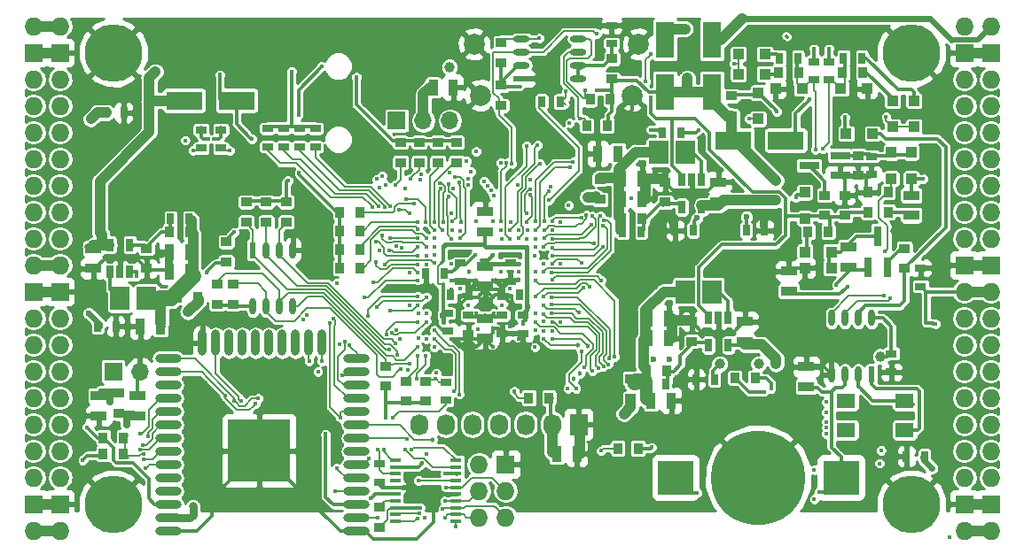
<source format=gbl>
G04 #@! TF.GenerationSoftware,KiCad,Pcbnew,5.0.0-rc2-dev-unknown+dfsg1+20180318-2*
G04 #@! TF.CreationDate,2018-05-15T09:23:06+02:00*
G04 #@! TF.ProjectId,ulx3s,756C7833732E6B696361645F70636200,rev?*
G04 #@! TF.SameCoordinates,Original*
G04 #@! TF.FileFunction,Copper,L4,Bot,Signal*
G04 #@! TF.FilePolarity,Positive*
%FSLAX46Y46*%
G04 Gerber Fmt 4.6, Leading zero omitted, Abs format (unit mm)*
G04 Created by KiCad (PCBNEW 5.0.0-rc2-dev-unknown+dfsg1+20180318-2) date Tue May 15 09:23:06 2018*
%MOMM*%
%LPD*%
G01*
G04 APERTURE LIST*
%ADD10O,1.727200X1.727200*%
%ADD11R,1.727200X1.727200*%
%ADD12R,0.700000X1.200000*%
%ADD13C,5.500000*%
%ADD14R,1.000000X0.400000*%
%ADD15R,1.727200X2.032000*%
%ADD16O,1.727200X2.032000*%
%ADD17R,3.500000X3.300000*%
%ADD18C,9.000000*%
%ADD19R,0.600000X1.550000*%
%ADD20O,0.600000X1.550000*%
%ADD21R,1.550000X0.600000*%
%ADD22O,1.550000X0.600000*%
%ADD23O,2.500000X0.900000*%
%ADD24O,0.900000X2.500000*%
%ADD25R,6.000000X6.000000*%
%ADD26R,1.800000X1.400000*%
%ADD27R,0.970000X1.500000*%
%ADD28R,1.500000X0.970000*%
%ADD29R,0.670000X1.000000*%
%ADD30R,1.000000X0.670000*%
%ADD31C,2.000000*%
%ADD32R,1.825000X2.200000*%
%ADD33R,1.000000X1.000000*%
%ADD34R,0.800000X1.900000*%
%ADD35R,1.900000X0.800000*%
%ADD36R,3.500000X1.800000*%
%ADD37R,1.800000X3.500000*%
%ADD38C,0.300000*%
%ADD39R,0.845000X1.000000*%
%ADD40R,1.000000X0.845000*%
%ADD41R,1.700000X1.700000*%
%ADD42O,1.700000X1.700000*%
%ADD43C,0.400000*%
%ADD44C,0.454000*%
%ADD45C,0.600000*%
%ADD46C,1.000000*%
%ADD47C,0.800000*%
%ADD48C,0.700000*%
%ADD49C,0.300000*%
%ADD50C,0.500000*%
%ADD51C,1.000000*%
%ADD52C,0.600000*%
%ADD53C,0.400000*%
%ADD54C,0.800000*%
%ADD55C,0.700000*%
%ADD56C,0.190000*%
%ADD57C,0.200000*%
%ADD58C,1.500000*%
%ADD59C,0.127000*%
%ADD60C,0.180000*%
%ADD61C,1.200000*%
%ADD62C,0.254000*%
G04 APERTURE END LIST*
D10*
X97910000Y-62690000D03*
X95370000Y-62690000D03*
D11*
X97910000Y-65230000D03*
X95370000Y-65230000D03*
D10*
X97910000Y-67770000D03*
X95370000Y-67770000D03*
X97910000Y-70310000D03*
X95370000Y-70310000D03*
X97910000Y-72850000D03*
X95370000Y-72850000D03*
X97910000Y-75390000D03*
X95370000Y-75390000D03*
X97910000Y-77930000D03*
X95370000Y-77930000D03*
X97910000Y-80470000D03*
X95370000Y-80470000D03*
X97910000Y-83010000D03*
X95370000Y-83010000D03*
X97910000Y-85550000D03*
X95370000Y-85550000D03*
D11*
X97910000Y-88090000D03*
X95370000Y-88090000D03*
D10*
X97910000Y-90630000D03*
X95370000Y-90630000D03*
X97910000Y-93170000D03*
X95370000Y-93170000D03*
X97910000Y-95710000D03*
X95370000Y-95710000D03*
X97910000Y-98250000D03*
X95370000Y-98250000D03*
X97910000Y-100790000D03*
X95370000Y-100790000D03*
X97910000Y-103330000D03*
X95370000Y-103330000D03*
X97910000Y-105870000D03*
X95370000Y-105870000D03*
D11*
X97910000Y-108410000D03*
X95370000Y-108410000D03*
D10*
X97910000Y-110950000D03*
X95370000Y-110950000D03*
D12*
X159825000Y-90600000D03*
X160775000Y-90600000D03*
X161725000Y-90600000D03*
X161725000Y-93200000D03*
X159825000Y-93200000D03*
X104575000Y-86215000D03*
X103625000Y-86215000D03*
X102675000Y-86215000D03*
X102675000Y-83615000D03*
X104575000Y-83615000D03*
X157285000Y-77392000D03*
X158235000Y-77392000D03*
X159185000Y-77392000D03*
X159185000Y-79992000D03*
X157285000Y-79992000D03*
D10*
X184270000Y-110950000D03*
X186810000Y-110950000D03*
D11*
X184270000Y-108410000D03*
X186810000Y-108410000D03*
D10*
X184270000Y-105870000D03*
X186810000Y-105870000D03*
X184270000Y-103330000D03*
X186810000Y-103330000D03*
X184270000Y-100790000D03*
X186810000Y-100790000D03*
X184270000Y-98250000D03*
X186810000Y-98250000D03*
X184270000Y-95710000D03*
X186810000Y-95710000D03*
X184270000Y-93170000D03*
X186810000Y-93170000D03*
X184270000Y-90630000D03*
X186810000Y-90630000D03*
X184270000Y-88090000D03*
X186810000Y-88090000D03*
D11*
X184270000Y-85550000D03*
X186810000Y-85550000D03*
D10*
X184270000Y-83010000D03*
X186810000Y-83010000D03*
X184270000Y-80470000D03*
X186810000Y-80470000D03*
X184270000Y-77930000D03*
X186810000Y-77930000D03*
X184270000Y-75390000D03*
X186810000Y-75390000D03*
X184270000Y-72850000D03*
X186810000Y-72850000D03*
X184270000Y-70310000D03*
X186810000Y-70310000D03*
X184270000Y-67770000D03*
X186810000Y-67770000D03*
D11*
X184270000Y-65230000D03*
X186810000Y-65230000D03*
D10*
X184270000Y-62690000D03*
X186810000Y-62690000D03*
D13*
X102990000Y-108410000D03*
X179190000Y-108410000D03*
X179190000Y-65230000D03*
X102990000Y-65230000D03*
D14*
X135735000Y-104215000D03*
X135735000Y-104865000D03*
X135735000Y-105515000D03*
X135735000Y-106165000D03*
X135735000Y-106815000D03*
X135735000Y-107465000D03*
X135735000Y-108115000D03*
X135735000Y-108765000D03*
X135735000Y-109415000D03*
X135735000Y-110065000D03*
X129935000Y-110065000D03*
X129935000Y-109415000D03*
X129935000Y-108765000D03*
X129935000Y-108115000D03*
X129935000Y-107465000D03*
X129935000Y-106815000D03*
X129935000Y-106165000D03*
X129935000Y-105515000D03*
X129935000Y-104865000D03*
X129935000Y-104215000D03*
D11*
X140455000Y-104600000D03*
D10*
X137915000Y-104600000D03*
X140455000Y-107140000D03*
X137915000Y-107140000D03*
X140455000Y-109680000D03*
X137915000Y-109680000D03*
D15*
X147440000Y-100790000D03*
D16*
X144900000Y-100790000D03*
X142360000Y-100790000D03*
X139820000Y-100790000D03*
X137280000Y-100790000D03*
X134740000Y-100790000D03*
X132200000Y-100790000D03*
D17*
X172485000Y-105870000D03*
X156685000Y-105870000D03*
D18*
X164585000Y-105870000D03*
D19*
X175395000Y-96015000D03*
D20*
X174125000Y-96015000D03*
X172855000Y-96015000D03*
X171585000Y-96015000D03*
X171585000Y-90615000D03*
X172855000Y-90615000D03*
X174125000Y-90615000D03*
X175395000Y-90615000D03*
D21*
X141980000Y-67706500D03*
D22*
X141980000Y-66436500D03*
X141980000Y-65166500D03*
X141980000Y-63896500D03*
X147380000Y-63896500D03*
X147380000Y-65166500D03*
X147380000Y-66436500D03*
X147380000Y-67706500D03*
D19*
X116325000Y-84120000D03*
D20*
X117595000Y-84120000D03*
X118865000Y-84120000D03*
X120135000Y-84120000D03*
X120135000Y-89520000D03*
X118865000Y-89520000D03*
X117595000Y-89520000D03*
X116325000Y-89520000D03*
D23*
X126230000Y-111000000D03*
X126230000Y-109730000D03*
X126230000Y-108460000D03*
X126230000Y-107190000D03*
X126230000Y-105920000D03*
X126230000Y-104650000D03*
X126230000Y-103380000D03*
X126230000Y-102110000D03*
X126230000Y-100840000D03*
X126230000Y-99570000D03*
X126230000Y-98300000D03*
X126230000Y-97030000D03*
X126230000Y-95760000D03*
X126230000Y-94490000D03*
D24*
X122945000Y-93000000D03*
X121675000Y-93000000D03*
X120405000Y-93000000D03*
X119135000Y-93000000D03*
X117865000Y-93000000D03*
X116595000Y-93000000D03*
X115325000Y-93000000D03*
X114055000Y-93000000D03*
X112785000Y-93000000D03*
X111515000Y-93000000D03*
D23*
X108230000Y-94490000D03*
X108230000Y-95760000D03*
X108230000Y-97030000D03*
X108230000Y-98300000D03*
X108230000Y-99570000D03*
X108230000Y-100840000D03*
X108230000Y-102110000D03*
X108230000Y-103380000D03*
X108230000Y-104650000D03*
X108230000Y-105920000D03*
X108230000Y-107190000D03*
X108230000Y-108460000D03*
X108230000Y-109730000D03*
X108230000Y-111000000D03*
D25*
X116930000Y-103300000D03*
D26*
X178576000Y-98522000D03*
X172976000Y-98522000D03*
X172976000Y-101322000D03*
X178576000Y-101322000D03*
D27*
X133546000Y-68550000D03*
X135456000Y-68550000D03*
D28*
X101085000Y-83960000D03*
X101085000Y-85870000D03*
D29*
X153985000Y-96910000D03*
X155735000Y-96910000D03*
D27*
X156015000Y-90630000D03*
X154105000Y-90630000D03*
X154105000Y-92535000D03*
X156015000Y-92535000D03*
D28*
X163315000Y-90945000D03*
X163315000Y-92855000D03*
D29*
X151645000Y-82375000D03*
X153395000Y-82375000D03*
D27*
X153475000Y-79200000D03*
X151565000Y-79200000D03*
X153475000Y-77295000D03*
X151565000Y-77295000D03*
D28*
X160775000Y-79520000D03*
X160775000Y-77610000D03*
D29*
X108465000Y-81105000D03*
X110215000Y-81105000D03*
D27*
X108385000Y-84280000D03*
X110295000Y-84280000D03*
X110295000Y-86185000D03*
X108385000Y-86185000D03*
D28*
X173221000Y-83833000D03*
X173221000Y-85743000D03*
D30*
X175380000Y-76900000D03*
X175380000Y-75150000D03*
D28*
X105276000Y-99967000D03*
X105276000Y-98057000D03*
X167506000Y-88029000D03*
X167506000Y-86119000D03*
X138500000Y-90665000D03*
X138500000Y-92575000D03*
D30*
X150589600Y-64359000D03*
X150589600Y-62609000D03*
D28*
X138500000Y-82375000D03*
X138500000Y-80465000D03*
X138500000Y-87575000D03*
X138500000Y-85665000D03*
X101593000Y-99967000D03*
X101593000Y-98057000D03*
D27*
X154359000Y-98504000D03*
X156269000Y-98504000D03*
X105591000Y-91392000D03*
X107501000Y-91392000D03*
X151189000Y-74882000D03*
X149279000Y-74882000D03*
D30*
X140900000Y-87095000D03*
X140900000Y-85345000D03*
X136100000Y-87095000D03*
X136100000Y-85345000D03*
X136900000Y-92095000D03*
X136900000Y-90345000D03*
X140100000Y-90345000D03*
X140100000Y-92095000D03*
X142100000Y-92095000D03*
X142100000Y-90345000D03*
X134900000Y-90145000D03*
X134900000Y-91895000D03*
D29*
X135225000Y-88420000D03*
X136975000Y-88420000D03*
X140025000Y-88420000D03*
X141775000Y-88420000D03*
X163425000Y-82220000D03*
X165175000Y-82220000D03*
X158375000Y-82220000D03*
X156625000Y-82220000D03*
D30*
X177300000Y-94025000D03*
X177300000Y-95775000D03*
D27*
X145342000Y-103584000D03*
X147252000Y-103584000D03*
D29*
X103995000Y-70963000D03*
X102245000Y-70963000D03*
X103245000Y-91410000D03*
X101495000Y-91410000D03*
D30*
X180094000Y-87586000D03*
X180094000Y-85836000D03*
D29*
X180473000Y-103856000D03*
X178723000Y-103856000D03*
X158645000Y-96490000D03*
X160395000Y-96490000D03*
X132827200Y-86330000D03*
X134577200Y-86330000D03*
D28*
X169172000Y-95281000D03*
X169172000Y-97191000D03*
X179190000Y-80790000D03*
X179190000Y-78880000D03*
D31*
X152546000Y-69312000D03*
X138046000Y-69312000D03*
X153146000Y-64412000D03*
X137446000Y-64412000D03*
D32*
X157582500Y-88090000D03*
X160157500Y-88090000D03*
X103607500Y-88725000D03*
X106182500Y-88725000D03*
X157617500Y-74755000D03*
X155042500Y-74755000D03*
D33*
X169050000Y-84280000D03*
X171550000Y-84280000D03*
X169030000Y-78585000D03*
X169030000Y-81085000D03*
X171550000Y-85804000D03*
X169050000Y-85804000D03*
X179190000Y-74775000D03*
X179190000Y-77275000D03*
X177285000Y-77275000D03*
X177285000Y-74775000D03*
X172987000Y-72977000D03*
X175487000Y-72977000D03*
X164585000Y-69060000D03*
X164585000Y-71560000D03*
X168756000Y-68659000D03*
X166256000Y-68659000D03*
X174979000Y-68659000D03*
X172479000Y-68659000D03*
X165200000Y-67262000D03*
X162700000Y-67262000D03*
X162700000Y-65357000D03*
X165200000Y-65357000D03*
X177412000Y-72322000D03*
X177412000Y-69822000D03*
X179444000Y-69822000D03*
X179444000Y-72322000D03*
D34*
X176015000Y-82780000D03*
X175065000Y-85780000D03*
X176965000Y-85780000D03*
D35*
X172435000Y-75075000D03*
X172435000Y-76975000D03*
X169435000Y-76025000D03*
D36*
X114761000Y-69802000D03*
X109761000Y-69802000D03*
X167212000Y-73612000D03*
X162212000Y-73612000D03*
D37*
X155695000Y-69000000D03*
X155695000Y-64000000D03*
X160140000Y-69000000D03*
X160140000Y-64000000D03*
D38*
X182888000Y-111603000D03*
D39*
X169337500Y-82375000D03*
X171262500Y-82375000D03*
D40*
X172840000Y-78872500D03*
X172840000Y-80797500D03*
X162045000Y-69347500D03*
X162045000Y-71272500D03*
D39*
X176977500Y-80470000D03*
X175052500Y-80470000D03*
D40*
X174110000Y-75062500D03*
X174110000Y-76987500D03*
X178555000Y-85877500D03*
X178555000Y-83952500D03*
X113785000Y-83317500D03*
X113785000Y-85242500D03*
X170935000Y-78872500D03*
X170935000Y-80797500D03*
X128390000Y-108717500D03*
X128390000Y-110642500D03*
D39*
X151176500Y-103076000D03*
X153101500Y-103076000D03*
D40*
X119500000Y-81432500D03*
X119500000Y-79507500D03*
X114420000Y-89306500D03*
X114420000Y-87381500D03*
D39*
X176977500Y-78565000D03*
X175052500Y-78565000D03*
X124633500Y-85804000D03*
X126558500Y-85804000D03*
X126558500Y-84026000D03*
X124633500Y-84026000D03*
X126558500Y-82248000D03*
X124633500Y-82248000D03*
X124633500Y-80470000D03*
X126558500Y-80470000D03*
D40*
X130422000Y-73810500D03*
X130422000Y-75735500D03*
X132200000Y-73810500D03*
X132200000Y-75735500D03*
X133993000Y-73810500D03*
X133993000Y-75735500D03*
X135771000Y-75735500D03*
X135771000Y-73810500D03*
X140025500Y-64267500D03*
X140025500Y-66192500D03*
X140025500Y-68349500D03*
X140025500Y-70274500D03*
X150615000Y-65809500D03*
X150615000Y-67734500D03*
D39*
X150137500Y-72215000D03*
X148212500Y-72215000D03*
X148524500Y-69693000D03*
X150449500Y-69693000D03*
D40*
X129025000Y-95212500D03*
X129025000Y-97137500D03*
X117595000Y-79507500D03*
X117595000Y-81432500D03*
X112896000Y-87381500D03*
X112896000Y-89306500D03*
X115690000Y-81432500D03*
X115690000Y-79507500D03*
D39*
X142667500Y-98250000D03*
X144592500Y-98250000D03*
D40*
X132835000Y-98577500D03*
X132835000Y-96652500D03*
X130930000Y-96652500D03*
X130930000Y-98577500D03*
D39*
X103952500Y-103600000D03*
X102027500Y-103600000D03*
X103952500Y-102060000D03*
X102027500Y-102060000D03*
D40*
X103498000Y-99720500D03*
X103498000Y-97795500D03*
D39*
X164277500Y-96345000D03*
X162352500Y-96345000D03*
D30*
X113277000Y-74360000D03*
X113277000Y-72610000D03*
X111372000Y-72610000D03*
X111372000Y-74360000D03*
D29*
X155455000Y-72850000D03*
X157205000Y-72850000D03*
D30*
X171316000Y-66090000D03*
X171316000Y-67840000D03*
X169919000Y-67840000D03*
X169919000Y-66090000D03*
D29*
X174477000Y-65738000D03*
X172727000Y-65738000D03*
D30*
X134740000Y-96740000D03*
X134740000Y-98490000D03*
X128390000Y-106321000D03*
X128390000Y-104571000D03*
X117722000Y-72483000D03*
X117722000Y-74233000D03*
X119246000Y-74233000D03*
X119246000Y-72483000D03*
X120770000Y-72483000D03*
X120770000Y-74233000D03*
X122294000Y-74233000D03*
X122294000Y-72483000D03*
D29*
X145655000Y-69900000D03*
X143905000Y-69900000D03*
D39*
X166543500Y-67135000D03*
X168468500Y-67135000D03*
X172637500Y-67120000D03*
X174562500Y-67120000D03*
X153897500Y-95640000D03*
X155822500Y-95640000D03*
X110302500Y-82375000D03*
X108377500Y-82375000D03*
X151557500Y-81105000D03*
X153482500Y-81105000D03*
D40*
X158235000Y-90937500D03*
X158235000Y-92862500D03*
X106165000Y-83952500D03*
X106165000Y-85877500D03*
X155695000Y-77602500D03*
X155695000Y-79527500D03*
X152393000Y-96398500D03*
X152393000Y-98323500D03*
D39*
X111064500Y-88598000D03*
X109139500Y-88598000D03*
D40*
X149472000Y-77348500D03*
X149472000Y-79273500D03*
D41*
X102990000Y-95710000D03*
D42*
X105530000Y-95710000D03*
D41*
X130056000Y-71725000D03*
D42*
X132596000Y-71725000D03*
X135136000Y-71725000D03*
D29*
X166631000Y-65738000D03*
X168381000Y-65738000D03*
D43*
X124632693Y-93120351D03*
X152408000Y-72169500D03*
X141041500Y-69058000D03*
X138480000Y-92600000D03*
X140080000Y-92600000D03*
X135280000Y-87000000D03*
X145687392Y-90996646D03*
D44*
X141675979Y-86986521D03*
D43*
X140876932Y-84552536D03*
X132882184Y-84635369D03*
X132879996Y-82103336D03*
X140922639Y-81447441D03*
X177287984Y-96778661D03*
D45*
X152510125Y-81695229D03*
D43*
X131264297Y-86227110D03*
X173856000Y-71538990D03*
D46*
X164947008Y-63194069D03*
X175494572Y-64322557D03*
D43*
X135342764Y-89381630D03*
X144103496Y-84660400D03*
D46*
X177658444Y-82281349D03*
D43*
X145680000Y-81405125D03*
X145691238Y-94166752D03*
D46*
X162956098Y-95078488D03*
X158539988Y-94868772D03*
D45*
X161075765Y-80992022D03*
X164882869Y-80938986D03*
X156262773Y-81349374D03*
D43*
X149169500Y-68867500D03*
D45*
X123437000Y-108972000D03*
D43*
X135281276Y-80583119D03*
X131279502Y-89407325D03*
X170309539Y-85441529D03*
X145672808Y-85396062D03*
X133216000Y-107465000D03*
X137680000Y-88600000D03*
X142480000Y-95000000D03*
X141680000Y-92600000D03*
X135284627Y-94985297D03*
X135288625Y-94225619D03*
X134455822Y-94267172D03*
X136095958Y-93369652D03*
D44*
X139264636Y-91615205D03*
D46*
X116880503Y-64802940D03*
X106974809Y-64953974D03*
D43*
X140874194Y-91433353D03*
X142480000Y-94200000D03*
X140880000Y-93400000D03*
X139280000Y-93400000D03*
X137680000Y-93400000D03*
X136880000Y-92600000D03*
X135280000Y-92600000D03*
X132880000Y-91800000D03*
X132880000Y-93400000D03*
D44*
X139280000Y-87000000D03*
X137680000Y-87000000D03*
X136080000Y-84600000D03*
X139280000Y-88600000D03*
D46*
X166275426Y-77459534D03*
X107021491Y-67043629D03*
D43*
X172047074Y-87438453D03*
D46*
X166255545Y-79350736D03*
X157807568Y-67669269D03*
X101707889Y-82423180D03*
X166284693Y-95025145D03*
X157600000Y-62944000D03*
D45*
X156091000Y-94585000D03*
D43*
X140032430Y-67286930D03*
X137803000Y-91664000D03*
D45*
X181155918Y-104980708D03*
D43*
X171089123Y-98665996D03*
X171089123Y-99619659D03*
D46*
X135105588Y-66616618D03*
D43*
X181491000Y-91156000D03*
X135279386Y-87846456D03*
X119692151Y-77494120D03*
X113660608Y-89375718D03*
D46*
X148268387Y-79050018D03*
D43*
X158870000Y-72596000D03*
X114513935Y-82409431D03*
X109840000Y-73620000D03*
X132110753Y-92527478D03*
X165803369Y-97344883D03*
D46*
X160905403Y-95006436D03*
D45*
X158731133Y-81048929D03*
X154593901Y-94607945D03*
D46*
X164625730Y-94982471D03*
D45*
X163462982Y-80942429D03*
D46*
X176254940Y-94288458D03*
D47*
X110593913Y-108636458D03*
D43*
X180340784Y-77316932D03*
X173137949Y-87594275D03*
D48*
X102710050Y-98594954D03*
D43*
X129005202Y-100174798D03*
X176305593Y-103279812D03*
X100080000Y-104200000D03*
X139272517Y-84611349D03*
X141680000Y-86200000D03*
X132880000Y-92600000D03*
X141680000Y-88600000D03*
X141680000Y-85400000D03*
X130019546Y-91732979D03*
X121431221Y-90311593D03*
X130384540Y-92584728D03*
X121088335Y-90753785D03*
X146394787Y-97333919D03*
X143300000Y-86220000D03*
X144891603Y-91881937D03*
X147175985Y-97333919D03*
X147700000Y-93820000D03*
X142107219Y-91201016D03*
D46*
X110128890Y-90028152D03*
D43*
X142480000Y-83800000D03*
X134480000Y-83800000D03*
X134480000Y-91000000D03*
X154313000Y-69502500D03*
X120664983Y-71227362D03*
X122926177Y-66532317D03*
X105245010Y-86595559D03*
X169517039Y-69686488D03*
X170411010Y-107286196D03*
X158716651Y-107325176D03*
X136050273Y-97914229D03*
X128216338Y-109760338D03*
X132708000Y-109680000D03*
X134750646Y-106810513D03*
X133680000Y-91800000D03*
X135517000Y-97633000D03*
X134675868Y-108131585D03*
D44*
X133449289Y-102232615D03*
D43*
X133680000Y-92600000D03*
X132928488Y-103601340D03*
X127419091Y-104077728D03*
X133685482Y-93402296D03*
X134463998Y-108841973D03*
X131986331Y-96404793D03*
X131039072Y-102187000D03*
X134636872Y-109719950D03*
X132846234Y-94197073D03*
X176700000Y-84220000D03*
X143260000Y-84620000D03*
X120739932Y-76694083D03*
X126204504Y-67585368D03*
X148090000Y-68867500D03*
X147582000Y-71534498D03*
X127810351Y-87182069D03*
X121687479Y-94718249D03*
X132083026Y-86260405D03*
X116569594Y-98828850D03*
X113700000Y-98020000D03*
X122932649Y-94724357D03*
X124849021Y-96102869D03*
X122527919Y-95725900D03*
X113157250Y-67343629D03*
X116198000Y-73474420D03*
X127586603Y-107875044D03*
X146233418Y-68946082D03*
X131453853Y-103208291D03*
X149787294Y-81774991D03*
X144080000Y-86200000D03*
X149553145Y-86989440D03*
X144894316Y-86977564D03*
X144896700Y-83863953D03*
X149527221Y-80838006D03*
D44*
X147343891Y-93217126D03*
D43*
X144113248Y-92588762D03*
X149853189Y-81252115D03*
X144875155Y-86292748D03*
X144916886Y-83019942D03*
X148696112Y-80861847D03*
D44*
X148349010Y-93322307D03*
D43*
X144882352Y-92577990D03*
X144902941Y-91037926D03*
X148747982Y-95669626D03*
X144867244Y-90193915D03*
X149795895Y-95251084D03*
X144856756Y-89349904D03*
X150278898Y-95040253D03*
X150345974Y-94517527D03*
X144877648Y-88622010D03*
X150889207Y-94332565D03*
X143280000Y-87000000D03*
X129972715Y-93035096D03*
X131084713Y-95564177D03*
X130422000Y-95456000D03*
X131316164Y-94959140D03*
X130123373Y-94122671D03*
X132031990Y-93400000D03*
X129362027Y-93645784D03*
X141280657Y-97642010D03*
X133852393Y-95875797D03*
X133762848Y-96395146D03*
X132080000Y-94200000D03*
X128452683Y-84116867D03*
X105890482Y-103613569D03*
X129449238Y-89937935D03*
X130839477Y-103208987D03*
X132075624Y-89410644D03*
X128806823Y-103185900D03*
X128136791Y-89611518D03*
X132162861Y-106185868D03*
X132880000Y-88600000D03*
X126970181Y-88659309D03*
X124322162Y-105002357D03*
X132080000Y-87000000D03*
X125525099Y-93236764D03*
X124202418Y-107207639D03*
X110599084Y-74589383D03*
X132024412Y-109766775D03*
X114104080Y-74612196D03*
X132219727Y-109277292D03*
X115190634Y-98572389D03*
X131677570Y-79697994D03*
X132088008Y-81408008D03*
X132079995Y-82103334D03*
X132872609Y-82947347D03*
X133664491Y-81414685D03*
X133648389Y-82190597D03*
X131353451Y-77264702D03*
X129920953Y-77910818D03*
X129568570Y-92005655D03*
X132880000Y-91000000D03*
X129055731Y-92162718D03*
X132077338Y-91002010D03*
X131265176Y-80621782D03*
X130272149Y-80238214D03*
X128091794Y-85277024D03*
X132089786Y-85479378D03*
X146565997Y-71979003D03*
X134250176Y-78253806D03*
X163703220Y-71542164D03*
X134433979Y-82180155D03*
X135656559Y-110610712D03*
X149577281Y-103320847D03*
X132468001Y-104503413D03*
D48*
X104260000Y-100790000D03*
D43*
X114560994Y-98539563D03*
X116800000Y-98320000D03*
X111895217Y-86253790D03*
X169934000Y-107920000D03*
X169934000Y-105126000D03*
X165170594Y-97666317D03*
X170026483Y-74485017D03*
X142571021Y-82204353D03*
X143287402Y-83042010D03*
X154425580Y-102987766D03*
X168166438Y-79108038D03*
X112614274Y-73474420D03*
X112074854Y-73474420D03*
X176185734Y-104520755D03*
X143269694Y-93414905D03*
X171089123Y-101653244D03*
X143280000Y-91800000D03*
X171089123Y-101086833D03*
X144064831Y-91877646D03*
X171089123Y-100559822D03*
X144080000Y-90956495D03*
X135315381Y-82193851D03*
X135414395Y-78229653D03*
X135129679Y-76730134D03*
X136124555Y-82260038D03*
X135587699Y-77140701D03*
X136080000Y-83000000D03*
X142785835Y-77341923D03*
X170739071Y-74406366D03*
X142460000Y-83020000D03*
X143280000Y-83800000D03*
X169919000Y-64849000D03*
X171316000Y-64849000D03*
X125110333Y-92897638D03*
X182888000Y-111603000D03*
X124361185Y-87274371D03*
X124361184Y-87274370D03*
X172853718Y-71407275D03*
X166353476Y-70835462D03*
X123273881Y-101715917D03*
X129660000Y-100155000D03*
X128247798Y-103208979D03*
X127301115Y-90454353D03*
X132084049Y-88558274D03*
X120008000Y-67008000D03*
X129437600Y-79946788D03*
X133680000Y-83000000D03*
X128908575Y-79985477D03*
X133680000Y-83800000D03*
X128328791Y-79953099D03*
X130487935Y-83869856D03*
X133623139Y-85366416D03*
X127749884Y-79991140D03*
X128913013Y-85505853D03*
X129992018Y-83691508D03*
X136080000Y-87800000D03*
X137624890Y-90122896D03*
X139322319Y-90164039D03*
X140080000Y-89400000D03*
X136880000Y-89400000D03*
X140896226Y-87816226D03*
D44*
X136938110Y-86196311D03*
D43*
X140014602Y-86192969D03*
D46*
X151758000Y-99774000D03*
D43*
X135021320Y-79024950D03*
X135280000Y-83022010D03*
X154298000Y-72596000D03*
X100450000Y-101044000D03*
X132285867Y-108754446D03*
X134707351Y-105508447D03*
X139280000Y-81400000D03*
X139314656Y-78918689D03*
X139039938Y-78419090D03*
X138722927Y-77981589D03*
X138405916Y-77551542D03*
X137625200Y-74696800D03*
X137680000Y-81400000D03*
X136742593Y-75579407D03*
X137174375Y-76624866D03*
X136863200Y-77287600D03*
X136894606Y-77861070D03*
X136048819Y-77645502D03*
X136233339Y-81437235D03*
X135359567Y-81395445D03*
X135034780Y-77831198D03*
X134508502Y-81406751D03*
X134177298Y-77721089D03*
D44*
X146942280Y-96452058D03*
X147534467Y-95913260D03*
D43*
X147928857Y-95339016D03*
X143322010Y-91000657D03*
X149284391Y-95377990D03*
X144077013Y-90266968D03*
X147430953Y-90112484D03*
X144076240Y-89395301D03*
X143322010Y-90201951D03*
X147910791Y-87683418D03*
X144082832Y-88584510D03*
X148483539Y-87623462D03*
X143322010Y-88595030D03*
X144102010Y-85397219D03*
X144889349Y-85448737D03*
X147687390Y-85374093D03*
X144912409Y-84657964D03*
X149732494Y-83807694D03*
X148921512Y-83442010D03*
X144103186Y-83777990D03*
X144131413Y-83000000D03*
X148610661Y-81705858D03*
X144888125Y-82175931D03*
X144176662Y-82199998D03*
X148175253Y-80781550D03*
X144887777Y-81331919D03*
X147688311Y-80983115D03*
X142450323Y-81420000D03*
X142811300Y-78846033D03*
X142784407Y-78283067D03*
X142460000Y-80620000D03*
X144138346Y-81383767D03*
X144606344Y-78517346D03*
X144791531Y-78023942D03*
X146587441Y-76174058D03*
X143332651Y-82197990D03*
X146909804Y-75707894D03*
X143294334Y-81377293D03*
X143708879Y-75817300D03*
X141727010Y-82998875D03*
X141727010Y-82194937D03*
X140028978Y-82200000D03*
X141624813Y-77914503D03*
X142436989Y-74138000D03*
X140861329Y-83041266D03*
X143518000Y-74074500D03*
X140872990Y-82177164D03*
X132309031Y-77342560D03*
X132428734Y-76829323D03*
X128644933Y-77015661D03*
X128152012Y-77332672D03*
X128446805Y-78179514D03*
X128961752Y-77878818D03*
X130878594Y-78253288D03*
X132820479Y-81400981D03*
X130952639Y-79249008D03*
X129458086Y-83004065D03*
X132079024Y-82947345D03*
X105572759Y-101661319D03*
X132881746Y-83791358D03*
X128691780Y-82737217D03*
X106276126Y-101893466D03*
X105840996Y-102767214D03*
X129302562Y-84153497D03*
X132083682Y-83791356D03*
X128062071Y-83328884D03*
X105553144Y-103208669D03*
X132092886Y-84635367D03*
X105847765Y-104138847D03*
X133671942Y-84595200D03*
X132896883Y-85469380D03*
X106088753Y-104974041D03*
X123709657Y-91064721D03*
X124707442Y-100126977D03*
X132900000Y-90180000D03*
X124015020Y-90635192D03*
X132100000Y-90157990D03*
X139992737Y-75748003D03*
X162271466Y-66284958D03*
X140028978Y-81400000D03*
X140517734Y-75793988D03*
X176797084Y-71341791D03*
X154313000Y-65375000D03*
X153805000Y-67996270D03*
X176605426Y-88507160D03*
X152497066Y-79193467D03*
X146481406Y-79819384D03*
X143650666Y-63862520D03*
X177211069Y-88764025D03*
X141042112Y-75846610D03*
X140060000Y-83020000D03*
X149134122Y-63424051D03*
X144606344Y-79361357D03*
D46*
X100855891Y-71574861D03*
D43*
X135280000Y-85400000D03*
D45*
X100652119Y-90162239D03*
D43*
X137550785Y-84577294D03*
X135280000Y-86200000D03*
D49*
X167336000Y-63706000D02*
X167252000Y-63622000D01*
X152408000Y-70864213D02*
X152408000Y-72169500D01*
X152546000Y-69312000D02*
X152546000Y-70726213D01*
X152546000Y-70726213D02*
X152408000Y-70864213D01*
X152903398Y-83282000D02*
X152510125Y-82888727D01*
X154588000Y-83282000D02*
X152903398Y-83282000D01*
X152510125Y-82888727D02*
X152510125Y-82119493D01*
X155650000Y-82220000D02*
X154588000Y-83282000D01*
X156262773Y-81349374D02*
X156262773Y-81932773D01*
X156550000Y-82220000D02*
X155650000Y-82220000D01*
X156262773Y-81932773D02*
X156550000Y-82220000D01*
X152510125Y-82119493D02*
X152510125Y-81695229D01*
X169172000Y-95193500D02*
X170763500Y-95193500D01*
X170763500Y-95193500D02*
X171585000Y-96015000D01*
D50*
X136188509Y-87050148D02*
X136609374Y-87050148D01*
X136609374Y-87050148D02*
X136850000Y-87290774D01*
X136850000Y-87290774D02*
X136850000Y-88027041D01*
D49*
X135280000Y-87000000D02*
X136070000Y-87000000D01*
X136070000Y-87000000D02*
X136100000Y-86970000D01*
X141662500Y-87000000D02*
X141675979Y-86986521D01*
X139280000Y-87000000D02*
X141662500Y-87000000D01*
X141354953Y-86986521D02*
X141675979Y-86986521D01*
X140773938Y-86994997D02*
X140782414Y-86986521D01*
X140782414Y-86986521D02*
X141354953Y-86986521D01*
X133680000Y-91000000D02*
X132880000Y-91800000D01*
X134450000Y-91770000D02*
X133680000Y-91000000D01*
X134900000Y-91770000D02*
X134450000Y-91770000D01*
X177300000Y-95850000D02*
X177300000Y-96766645D01*
X177300000Y-96766645D02*
X177287984Y-96778661D01*
X139163860Y-75537864D02*
X137472985Y-77228739D01*
X139163860Y-73733860D02*
X139163860Y-75537864D01*
X137472985Y-77228739D02*
X137472985Y-78092985D01*
X137680000Y-71550000D02*
X137680000Y-72250000D01*
X137680000Y-72250000D02*
X139163860Y-73733860D01*
X138500000Y-79120000D02*
X138500000Y-80170000D01*
X137472985Y-78092985D02*
X138500000Y-79120000D01*
X105276000Y-97762000D02*
X105276000Y-95964000D01*
X105276000Y-95964000D02*
X105530000Y-95710000D01*
X138500000Y-87870000D02*
X137137029Y-87870000D01*
X137137029Y-87870000D02*
X136979988Y-88027041D01*
X136979988Y-88027041D02*
X136850000Y-88027041D01*
X140150000Y-88420000D02*
X140150000Y-87836000D01*
X140150000Y-87836000D02*
X140150000Y-87618935D01*
X138500000Y-87870000D02*
X140116000Y-87870000D01*
X140116000Y-87870000D02*
X140150000Y-87836000D01*
X139280000Y-88600000D02*
X139230000Y-88600000D01*
X139230000Y-88600000D02*
X138500000Y-87870000D01*
X137680000Y-88600000D02*
X137770000Y-88600000D01*
X137770000Y-88600000D02*
X138500000Y-87870000D01*
D51*
X147547000Y-103584000D02*
X147547000Y-100897000D01*
D49*
X147547000Y-100897000D02*
X147440000Y-100790000D01*
X175494572Y-64322557D02*
X166075496Y-64322557D01*
X166075496Y-64322557D02*
X165447007Y-63694068D01*
X165447007Y-63694068D02*
X164947008Y-63194069D01*
X164882869Y-80938986D02*
X164882869Y-81852869D01*
X164882869Y-81852869D02*
X165250000Y-82220000D01*
X139264636Y-91615205D02*
X139745205Y-91615205D01*
X139745205Y-91615205D02*
X140100000Y-91970000D01*
D50*
X140150000Y-88420000D02*
X140150000Y-87606614D01*
X140150000Y-87606614D02*
X139543386Y-87000000D01*
D49*
X139543386Y-87000000D02*
X139280000Y-87000000D01*
D50*
X140150000Y-87618935D02*
X140773938Y-86994997D01*
D49*
X137680000Y-87000000D02*
X137680000Y-87050000D01*
X137680000Y-87050000D02*
X138500000Y-87870000D01*
X139280000Y-87000000D02*
X139280000Y-87090000D01*
X139280000Y-87090000D02*
X138500000Y-87870000D01*
X140150000Y-88420000D02*
X141150000Y-89420000D01*
X140150000Y-88420000D02*
X139460000Y-88420000D01*
X139460000Y-88420000D02*
X139280000Y-88600000D01*
X137680000Y-87000000D02*
X137680000Y-87298789D01*
D50*
X137680000Y-87298789D02*
X136850000Y-88128789D01*
D49*
X136850000Y-88128789D02*
X136850000Y-88420000D01*
X136110990Y-86995403D02*
X136110990Y-87288031D01*
X136850000Y-88027041D02*
X136850000Y-88420000D01*
X136110990Y-86995403D02*
X137675403Y-86995403D01*
X137675403Y-86995403D02*
X137680000Y-87000000D01*
X135850000Y-90220000D02*
X135850000Y-89545000D01*
X135850000Y-89545000D02*
X136795000Y-88600000D01*
X136795000Y-88600000D02*
X137397158Y-88600000D01*
X137397158Y-88600000D02*
X137680000Y-88600000D01*
X155695000Y-69000000D02*
X154123962Y-69000000D01*
X152995962Y-67872000D02*
X151365000Y-67872000D01*
X154123962Y-69000000D02*
X152995962Y-67872000D01*
X151365000Y-67872000D02*
X150615000Y-67872000D01*
X150615000Y-68867500D02*
X150615000Y-69665000D01*
X150615000Y-67872000D02*
X150615000Y-68867500D01*
X149169500Y-68867500D02*
X149452342Y-68867500D01*
X149452342Y-68867500D02*
X150615000Y-68867500D01*
X150587000Y-70856510D02*
X150503000Y-70940510D01*
X150303001Y-71140509D02*
X150503000Y-70940510D01*
X150275000Y-72215000D02*
X150275000Y-71168510D01*
X150587000Y-69693000D02*
X150587000Y-70856510D01*
X150275000Y-71168510D02*
X150303001Y-71140509D01*
X150615000Y-69665000D02*
X150587000Y-69693000D01*
X133415999Y-107664999D02*
X133216000Y-107465000D01*
X133612013Y-107861013D02*
X133415999Y-107664999D01*
X131991648Y-111780338D02*
X133612013Y-110159973D01*
X127810434Y-111780338D02*
X131991648Y-111780338D01*
X133612013Y-110159973D02*
X133612013Y-107861013D01*
X127060434Y-111030338D02*
X127810434Y-111780338D01*
X126260434Y-111030338D02*
X127060434Y-111030338D01*
D51*
X184270000Y-108410000D02*
X186810000Y-108410000D01*
X184270000Y-85550000D02*
X186810000Y-85550000D01*
X184270000Y-65230000D02*
X186810000Y-65230000D01*
X95370000Y-65230000D02*
X97910000Y-65230000D01*
X95370000Y-88090000D02*
X97910000Y-88090000D01*
X95370000Y-108410000D02*
X97910000Y-108410000D01*
D49*
X108260434Y-111030338D02*
X109060434Y-111030338D01*
X109060434Y-111030338D02*
X109140772Y-110950000D01*
X110957617Y-110950000D02*
X112380000Y-109527617D01*
X109140772Y-110950000D02*
X110957617Y-110950000D01*
X112380000Y-109527617D02*
X112380000Y-107854384D01*
X112380000Y-107854384D02*
X116904046Y-103330338D01*
X116904046Y-103330338D02*
X116960434Y-103330338D01*
X167506000Y-85824000D02*
X169927068Y-85824000D01*
X169927068Y-85824000D02*
X170109540Y-85641528D01*
X170109540Y-85641528D02*
X170309539Y-85441529D01*
X133216000Y-107465000D02*
X132214478Y-107465000D01*
X135735000Y-107465000D02*
X133216000Y-107465000D01*
X132214478Y-107465000D02*
X131572496Y-106823018D01*
X131572496Y-106823018D02*
X129919874Y-106823018D01*
X126260434Y-111030338D02*
X124660659Y-111030338D01*
X124660659Y-111030338D02*
X116960659Y-103330338D01*
X116960659Y-103330338D02*
X116960434Y-103330338D01*
X129935000Y-106815000D02*
X128659000Y-106815000D01*
X128659000Y-106815000D02*
X128390000Y-106546000D01*
X128390000Y-106546000D02*
X128558000Y-106546000D01*
X136126306Y-93400000D02*
X136095958Y-93369652D01*
X136880000Y-92600000D02*
X136110348Y-93369652D01*
X136049652Y-93369652D02*
X136095958Y-93369652D01*
X137680000Y-93400000D02*
X136126306Y-93400000D01*
X135280000Y-92600000D02*
X136049652Y-93369652D01*
X136110348Y-93369652D02*
X136095958Y-93369652D01*
X139264636Y-92054364D02*
X139264636Y-91936231D01*
X139264636Y-91936231D02*
X139264636Y-91615205D01*
X138550000Y-92769000D02*
X139264636Y-92054364D01*
X136880000Y-92600000D02*
X137680000Y-93400000D01*
X136880000Y-92600000D02*
X138381000Y-92600000D01*
X138381000Y-92600000D02*
X138550000Y-92769000D01*
X135280000Y-92600000D02*
X136880000Y-92600000D01*
X138550000Y-92769000D02*
X138649000Y-92769000D01*
X138649000Y-92769000D02*
X139280000Y-93400000D01*
X138550000Y-92769000D02*
X138311000Y-92769000D01*
X138311000Y-92769000D02*
X137680000Y-93400000D01*
X102210000Y-84915000D02*
X103625000Y-84915000D01*
X103625000Y-84915000D02*
X105215000Y-84915000D01*
X103625000Y-86215000D02*
X103625000Y-84915000D01*
X105215000Y-84915000D02*
X106165000Y-85865000D01*
X106165000Y-85865000D02*
X106165000Y-86015000D01*
X101085000Y-86165000D02*
X101085000Y-86040000D01*
X101085000Y-86040000D02*
X102210000Y-84915000D01*
X106165000Y-86015000D02*
X107920000Y-86015000D01*
X107920000Y-86015000D02*
X108090000Y-86185000D01*
D51*
X153770000Y-77295000D02*
X155525000Y-77295000D01*
D49*
X155525000Y-77295000D02*
X155695000Y-77465000D01*
D51*
X153770000Y-79200000D02*
X153770000Y-77295000D01*
D49*
X174110000Y-77125000D02*
X174745000Y-77125000D01*
X174745000Y-77125000D02*
X175230000Y-77125000D01*
X174915000Y-78565000D02*
X174915000Y-77295000D01*
X174915000Y-77295000D02*
X174745000Y-77125000D01*
X172840000Y-78735000D02*
X172840000Y-77380000D01*
X172840000Y-77380000D02*
X172435000Y-76975000D01*
X175230000Y-77125000D02*
X175380000Y-76975000D01*
X172435000Y-76975000D02*
X173960000Y-76975000D01*
X173960000Y-76975000D02*
X174110000Y-77125000D01*
X159850000Y-78365000D02*
X158235000Y-78365000D01*
X158235000Y-78365000D02*
X156445000Y-78365000D01*
X158235000Y-77235000D02*
X158235000Y-78365000D01*
X160775000Y-77315000D02*
X160775000Y-77440000D01*
X160775000Y-77440000D02*
X159850000Y-78365000D01*
X156445000Y-78365000D02*
X155695000Y-77615000D01*
X155695000Y-77615000D02*
X155695000Y-77465000D01*
D51*
X156310000Y-90630000D02*
X156310000Y-92535000D01*
X158235000Y-90800000D02*
X156480000Y-90800000D01*
D49*
X156480000Y-90800000D02*
X156310000Y-90630000D01*
X163315000Y-90650000D02*
X163315000Y-90834602D01*
X163315000Y-90834602D02*
X162249602Y-91900000D01*
X162249602Y-91900000D02*
X160775000Y-91900000D01*
X101085000Y-86165000D02*
X101085000Y-85929893D01*
X106165000Y-85944374D02*
X106165000Y-86015000D01*
X159185000Y-91900000D02*
X160775000Y-91900000D01*
X160775000Y-90600000D02*
X160775000Y-91900000D01*
X158235000Y-90800000D02*
X158235000Y-90950000D01*
X158235000Y-90950000D02*
X159185000Y-91900000D01*
X108090000Y-84280000D02*
X108090000Y-86185000D01*
X107625000Y-84745000D02*
X108090000Y-84280000D01*
X108070000Y-84260000D02*
X108090000Y-84280000D01*
D51*
X162045000Y-71410000D02*
X162045000Y-73229108D01*
X162045000Y-73229108D02*
X165775427Y-76959535D01*
X165775427Y-76959535D02*
X166275426Y-77459534D01*
X106407114Y-69940886D02*
X106407114Y-67658006D01*
X106521492Y-67543628D02*
X107021491Y-67043629D01*
X106407114Y-67658006D02*
X106521492Y-67543628D01*
D49*
X172047074Y-87336926D02*
X172047074Y-87438453D01*
X173221000Y-86163000D02*
X172047074Y-87336926D01*
X173221000Y-86038000D02*
X173221000Y-86163000D01*
D51*
X106407114Y-69940886D02*
X106407114Y-72833672D01*
X106407114Y-72833672D02*
X101707889Y-77532897D01*
X101707889Y-77532897D02*
X101707889Y-81716074D01*
X101707889Y-81716074D02*
X101707889Y-82423180D01*
X160790000Y-79800000D02*
X161239264Y-79350736D01*
X161239264Y-79350736D02*
X165548439Y-79350736D01*
X165548439Y-79350736D02*
X166255545Y-79350736D01*
X162045000Y-71410000D02*
X162045000Y-71260000D01*
X155695000Y-69000000D02*
X157800000Y-69000000D01*
X157800000Y-69000000D02*
X160140000Y-69000000D01*
D49*
X157807568Y-68376375D02*
X157800000Y-68383943D01*
D51*
X157807568Y-67669269D02*
X157807568Y-68376375D01*
X157800000Y-68383943D02*
X157800000Y-69000000D01*
D49*
X101733051Y-82423180D02*
X101707889Y-82423180D01*
X101913492Y-82603621D02*
X101733051Y-82423180D01*
D51*
X166284693Y-94494693D02*
X166284693Y-95025145D01*
X164940000Y-93150000D02*
X166284693Y-94494693D01*
X163315000Y-93150000D02*
X164940000Y-93150000D01*
D49*
X101085000Y-83665000D02*
X101684316Y-83665000D01*
X101684316Y-83665000D02*
X101913492Y-83435824D01*
D51*
X101913492Y-83435824D02*
X101913492Y-82603621D01*
D49*
X160140000Y-69000000D02*
X160140000Y-69850000D01*
D51*
X160140000Y-69850000D02*
X161700000Y-71410000D01*
D49*
X110610000Y-69548000D02*
X110610000Y-69802000D01*
D51*
X109975000Y-69802000D02*
X106546000Y-69802000D01*
X106546000Y-69802000D02*
X106419000Y-69929000D01*
X106419000Y-69929000D02*
X106407114Y-69940886D01*
D49*
X106419000Y-69675000D02*
X106419000Y-69929000D01*
X100572432Y-83665000D02*
X100424079Y-83813353D01*
X101085000Y-83665000D02*
X100572432Y-83665000D01*
X160790000Y-79800000D02*
X160775000Y-79815000D01*
X160775000Y-79940000D02*
X160775000Y-79815000D01*
X164925000Y-93150000D02*
X164240000Y-93150000D01*
X164240000Y-93150000D02*
X163315000Y-93150000D01*
X101085000Y-83665000D02*
X101085000Y-83790000D01*
D51*
X159185000Y-79835000D02*
X160755000Y-79835000D01*
D49*
X160755000Y-79835000D02*
X160775000Y-79815000D01*
X161725000Y-93200000D02*
X163265000Y-93200000D01*
X163265000Y-93200000D02*
X163315000Y-93150000D01*
X173221000Y-86038000D02*
X174807000Y-86038000D01*
X174807000Y-86038000D02*
X175065000Y-85780000D01*
D51*
X101085000Y-83665000D02*
X102625000Y-83665000D01*
D49*
X102625000Y-83665000D02*
X102675000Y-83615000D01*
X161700000Y-71410000D02*
X162045000Y-71410000D01*
X162045000Y-71753000D02*
X162045000Y-71410000D01*
X155695000Y-64000000D02*
X155695000Y-63368337D01*
X155695000Y-63368337D02*
X156119337Y-62944000D01*
D51*
X156119337Y-62944000D02*
X157600000Y-62944000D01*
X160140000Y-64000000D02*
X161015414Y-64000000D01*
D52*
X163074631Y-61940783D02*
X163399217Y-61940783D01*
D51*
X161015414Y-64000000D02*
X163074631Y-61940783D01*
D52*
X163399217Y-61940783D02*
X180980783Y-61940783D01*
D50*
X185540000Y-63960000D02*
X186810000Y-62690000D01*
D52*
X180980783Y-61940783D02*
X183000000Y-63960000D01*
D50*
X183000000Y-63960000D02*
X185540000Y-63960000D01*
D49*
X140032430Y-67286930D02*
X140025500Y-68212000D01*
X140025500Y-66330000D02*
X140032430Y-67286930D01*
X139835000Y-68212000D02*
X140109500Y-68486500D01*
X141612000Y-66435000D02*
X139835000Y-68212000D01*
X141980000Y-66435000D02*
X141612000Y-66435000D01*
X140109500Y-68486500D02*
X141867000Y-68486500D01*
X160905403Y-95006436D02*
X160270000Y-95641839D01*
X160270000Y-95641839D02*
X160270000Y-96490000D01*
D52*
X180363731Y-104188521D02*
X180855919Y-104680709D01*
X180363731Y-103837683D02*
X180363731Y-104188521D01*
X180855919Y-104680709D02*
X181155918Y-104980708D01*
X180348000Y-103856000D02*
X180348000Y-103938888D01*
D49*
X175395000Y-90615000D02*
X176473206Y-90615000D01*
X176473206Y-90615000D02*
X177300000Y-91441794D01*
X177300000Y-91441794D02*
X177300000Y-93050000D01*
X177300000Y-93050000D02*
X177300000Y-93950000D01*
X172937950Y-87794274D02*
X173137949Y-87594275D01*
X172914623Y-87794274D02*
X172937950Y-87794274D01*
X172384897Y-88324000D02*
X172914623Y-87794274D01*
X167506000Y-88324000D02*
X172384897Y-88324000D01*
X176254940Y-94288458D02*
X176961542Y-94288458D01*
X176961542Y-94288458D02*
X177300000Y-93950000D01*
X101877202Y-103767545D02*
X100512455Y-103767545D01*
X100512455Y-103767545D02*
X100080000Y-104200000D01*
X180094000Y-87461000D02*
X180094000Y-87564000D01*
X180094000Y-87564000D02*
X180620000Y-88090000D01*
X180602000Y-91105000D02*
X180602000Y-88108000D01*
X184270000Y-88090000D02*
X180620000Y-88090000D01*
X180620000Y-88090000D02*
X180602000Y-88108000D01*
X181253000Y-91156000D02*
X181491000Y-91156000D01*
X180602000Y-91105000D02*
X181202000Y-91105000D01*
X181202000Y-91105000D02*
X181253000Y-91156000D01*
X135279386Y-88129298D02*
X135279386Y-87846456D01*
X135350000Y-88420000D02*
X135279386Y-88349386D01*
X135279386Y-88349386D02*
X135279386Y-88129298D01*
X119585880Y-77494120D02*
X119500000Y-77580000D01*
X119500000Y-77580000D02*
X119500000Y-79370000D01*
X119692151Y-77494120D02*
X119585880Y-77494120D01*
X115690000Y-79370000D02*
X116896500Y-79370000D01*
X116896500Y-79370000D02*
X117595000Y-79370000D01*
X113660608Y-89434608D02*
X113660608Y-89375718D01*
X113670000Y-89444000D02*
X113660608Y-89434608D01*
X114420000Y-89444000D02*
X113670000Y-89444000D01*
X113660608Y-89429392D02*
X113660608Y-89375718D01*
X113646000Y-89444000D02*
X113660608Y-89429392D01*
X112896000Y-89444000D02*
X113646000Y-89444000D01*
D51*
X144900000Y-100790000D02*
X144900000Y-103437000D01*
D49*
X144900000Y-103437000D02*
X145047000Y-103584000D01*
D51*
X149080093Y-79019093D02*
X149049168Y-79050018D01*
X148975493Y-79050018D02*
X148268387Y-79050018D01*
X149049168Y-79050018D02*
X148975493Y-79050018D01*
D49*
X149080093Y-79019093D02*
X149472000Y-79411000D01*
X163462982Y-80942429D02*
X163462982Y-82107018D01*
X163462982Y-82107018D02*
X163350000Y-82220000D01*
X158450000Y-82220000D02*
X158450000Y-81330062D01*
X158450000Y-81330062D02*
X158731133Y-81048929D01*
D53*
X141680000Y-85400000D02*
X140900000Y-85400000D01*
X140900000Y-85400000D02*
X138530000Y-85400000D01*
D49*
X140500000Y-85470000D02*
X140830000Y-85470000D01*
X140830000Y-85470000D02*
X140900000Y-85400000D01*
X138430000Y-85440000D02*
X138500000Y-85370000D01*
X138530000Y-85400000D02*
X138500000Y-85370000D01*
X158616000Y-72850000D02*
X158870000Y-72596000D01*
X157430000Y-72850000D02*
X158616000Y-72850000D01*
X113785000Y-83138366D02*
X114313936Y-82609430D01*
X113785000Y-83180000D02*
X113785000Y-83138366D01*
X114313936Y-82609430D02*
X114513935Y-82409431D01*
X115690000Y-79370000D02*
X115690000Y-79220000D01*
X112856637Y-89483363D02*
X112896000Y-89444000D01*
X179190000Y-78735000D02*
X179190000Y-77275000D01*
X165803369Y-96833369D02*
X165803369Y-97062041D01*
X165315000Y-96345000D02*
X165803369Y-96833369D01*
X165803369Y-97062041D02*
X165803369Y-97344883D01*
X164415000Y-96345000D02*
X165315000Y-96345000D01*
D54*
X110593913Y-109202143D02*
X110593913Y-108636458D01*
X110593913Y-109476859D02*
X110593913Y-109202143D01*
X110310434Y-109760338D02*
X110593913Y-109476859D01*
X108260434Y-109760338D02*
X110310434Y-109760338D01*
D49*
X179190000Y-77075000D02*
X179431932Y-77316932D01*
X179431932Y-77316932D02*
X180057942Y-77316932D01*
X180057942Y-77316932D02*
X180340784Y-77316932D01*
D51*
X184270000Y-110950000D02*
X186810000Y-110950000D01*
X184270000Y-88090000D02*
X186810000Y-88090000D01*
D49*
X129025000Y-97275000D02*
X129025000Y-98800000D01*
X129025000Y-98800000D02*
X129025000Y-100155000D01*
X130930000Y-98715000D02*
X129110000Y-98715000D01*
X129110000Y-98715000D02*
X129025000Y-98800000D01*
D55*
X102710050Y-97683950D02*
X102710050Y-98099980D01*
X102736000Y-97658000D02*
X102710050Y-97683950D01*
X102710050Y-98099980D02*
X102710050Y-98594954D01*
X102736000Y-97658000D02*
X101870000Y-97658000D01*
X103498000Y-97658000D02*
X102736000Y-97658000D01*
D49*
X101870000Y-97658000D02*
X101720000Y-97508000D01*
X129025000Y-100155000D02*
X129005202Y-100174798D01*
X129025000Y-97275000D02*
X129025000Y-98175000D01*
X132835000Y-98715000D02*
X130930000Y-98715000D01*
X138550000Y-85042000D02*
X138188471Y-85042000D01*
X138550000Y-85042000D02*
X138841866Y-85042000D01*
X138841866Y-85042000D02*
X139272517Y-84611349D01*
X139195253Y-84534085D02*
X139272517Y-84611349D01*
X144730000Y-98250000D02*
X144730000Y-99266000D01*
X144730000Y-99266000D02*
X144730000Y-99400000D01*
X144730000Y-99400000D02*
X144730000Y-100620000D01*
X117595000Y-79370000D02*
X119500000Y-79370000D01*
X114480000Y-89500000D02*
X116305000Y-89500000D01*
X116305000Y-89500000D02*
X116325000Y-89520000D01*
X144900000Y-98250000D02*
X144730000Y-98250000D01*
X144730000Y-100620000D02*
X144900000Y-100790000D01*
D56*
X146493162Y-96651096D02*
X146975986Y-97133920D01*
X146975986Y-97133920D02*
X147175985Y-97333919D01*
X147700000Y-93820000D02*
X147700000Y-94825565D01*
X147700000Y-94825565D02*
X146493162Y-96032403D01*
X146493162Y-96032403D02*
X146493162Y-96651096D01*
D49*
X156010000Y-95710000D02*
X156524914Y-95710000D01*
X156524914Y-95710000D02*
X157145126Y-95089788D01*
X157145126Y-95089788D02*
X157145126Y-94239874D01*
X157145126Y-94239874D02*
X158235000Y-93150000D01*
X158235000Y-93150000D02*
X158235000Y-93000000D01*
X155960000Y-95640000D02*
X155960000Y-96760000D01*
X155960000Y-96760000D02*
X155810000Y-96910000D01*
X158235000Y-93000000D02*
X159625000Y-93000000D01*
X159625000Y-93000000D02*
X159825000Y-93200000D01*
X138500000Y-82375000D02*
X138500000Y-83750000D01*
X138500000Y-83750000D02*
X138550000Y-83800000D01*
D57*
X133967600Y-85642798D02*
X133967600Y-87244400D01*
X134296398Y-85314000D02*
X133967600Y-85642798D01*
X133967600Y-87244400D02*
X134125802Y-87402602D01*
X134125802Y-87402602D02*
X134480000Y-87402602D01*
D49*
X134310500Y-85314000D02*
X134296398Y-85314000D01*
X134480000Y-83800000D02*
X134480000Y-85144500D01*
X134480000Y-85144500D02*
X134310500Y-85314000D01*
X134480000Y-87402602D02*
X134480000Y-90620000D01*
X142280331Y-90715424D02*
X142107219Y-90888536D01*
X142107219Y-90918174D02*
X142107219Y-91201016D01*
X142107219Y-90888536D02*
X142107219Y-90918174D01*
D53*
X142280331Y-90019669D02*
X142280331Y-90715424D01*
X142480000Y-89820000D02*
X142280331Y-90019669D01*
D49*
X142100000Y-90470000D02*
X142280331Y-90650331D01*
X142280331Y-90650331D02*
X142280331Y-90715424D01*
D53*
X138350001Y-83600001D02*
X138550000Y-83800000D01*
X134480000Y-83800000D02*
X134679999Y-83600001D01*
X134679999Y-83600001D02*
X138350001Y-83600001D01*
X134480000Y-90620000D02*
X134480000Y-90220000D01*
D49*
X134900000Y-90270000D02*
X134530000Y-90270000D01*
X134530000Y-90270000D02*
X134480000Y-90220000D01*
D53*
X142480000Y-83800000D02*
X142480000Y-89820000D01*
D49*
X142650000Y-89420000D02*
X142650000Y-89650000D01*
X142650000Y-89650000D02*
X142480000Y-89820000D01*
D53*
X134480000Y-91000000D02*
X134480000Y-90620000D01*
D49*
X134350000Y-90220000D02*
X134350000Y-90490000D01*
X134350000Y-90490000D02*
X134480000Y-90620000D01*
D51*
X111124699Y-88838819D02*
X111124699Y-89032343D01*
X111124699Y-89032343D02*
X110128890Y-90028152D01*
D53*
X138550000Y-83800000D02*
X142480000Y-83800000D01*
D49*
X156330000Y-71564536D02*
X154861587Y-71564536D01*
X154313000Y-69785342D02*
X154313000Y-69502500D01*
X154313000Y-71015949D02*
X154313000Y-69785342D01*
X154861587Y-71564536D02*
X154313000Y-71015949D01*
X120664983Y-70944520D02*
X120664983Y-71227362D01*
X120664983Y-68793511D02*
X120664983Y-70944520D01*
X122926177Y-66532317D02*
X120664983Y-68793511D01*
X156330000Y-71564536D02*
X158568523Y-71564536D01*
X166628506Y-78573735D02*
X167183550Y-79128779D01*
X164021390Y-78573735D02*
X166628506Y-78573735D01*
X159926293Y-72922306D02*
X159926293Y-74478638D01*
X158568523Y-71564536D02*
X159926293Y-72922306D01*
X167183550Y-79128779D02*
X167183550Y-81105000D01*
X159926293Y-74478638D02*
X164021390Y-78573735D01*
X157285000Y-77235000D02*
X157285000Y-76985000D01*
X157285000Y-76985000D02*
X156319773Y-76019773D01*
X156319773Y-76019773D02*
X156319773Y-71574763D01*
X156319773Y-71574763D02*
X156330000Y-71564536D01*
X105245010Y-86312717D02*
X105245010Y-86595559D01*
X105245010Y-86235010D02*
X105245010Y-86312717D01*
X104575000Y-86215000D02*
X105225000Y-86215000D01*
X105225000Y-86215000D02*
X105245010Y-86235010D01*
X167183550Y-81105000D02*
X167183550Y-82681450D01*
X166265000Y-83600000D02*
X161080000Y-83600000D01*
X167183550Y-82681450D02*
X166265000Y-83600000D01*
X161080000Y-83600000D02*
X158880000Y-85800000D01*
X158880000Y-85800000D02*
X158880000Y-89400000D01*
X158880000Y-89400000D02*
X159825000Y-90345000D01*
X159825000Y-90345000D02*
X159825000Y-90600000D01*
X169030000Y-80885000D02*
X167403550Y-80885000D01*
X167403550Y-80885000D02*
X167183550Y-81105000D01*
X168980000Y-80885000D02*
X169030000Y-80885000D01*
X169030000Y-80885000D02*
X170885000Y-80885000D01*
X170885000Y-80885000D02*
X170935000Y-80935000D01*
X170935000Y-80935000D02*
X171570000Y-80935000D01*
X171570000Y-80935000D02*
X172840000Y-80935000D01*
X171400000Y-82375000D02*
X171400000Y-81105000D01*
X171400000Y-81105000D02*
X171570000Y-80935000D01*
X174915000Y-80470000D02*
X173305000Y-80470000D01*
X173305000Y-80470000D02*
X172840000Y-80935000D01*
X155210000Y-79665000D02*
X155695000Y-79665000D01*
X153620000Y-81105000D02*
X153770000Y-81105000D01*
X153770000Y-81105000D02*
X155210000Y-79665000D01*
X153620000Y-81105000D02*
X153620000Y-82225000D01*
X153620000Y-82225000D02*
X153470000Y-82375000D01*
X155695000Y-79665000D02*
X157115000Y-79665000D01*
X155525000Y-79835000D02*
X155695000Y-79665000D01*
X157115000Y-79665000D02*
X157285000Y-79835000D01*
X104575000Y-83615000D02*
X105965000Y-83615000D01*
X104775000Y-83815000D02*
X104575000Y-83615000D01*
X108240000Y-82375000D02*
X107605000Y-82375000D01*
X107605000Y-82375000D02*
X106165000Y-83815000D01*
X105965000Y-83615000D02*
X106165000Y-83815000D01*
X108070000Y-82545000D02*
X108240000Y-82375000D01*
X108390000Y-81105000D02*
X108390000Y-82225000D01*
X108390000Y-82225000D02*
X108240000Y-82375000D01*
X169317040Y-69886487D02*
X169517039Y-69686488D01*
X168141000Y-71062527D02*
X169317040Y-69886487D01*
X168141000Y-73485000D02*
X168141000Y-71062527D01*
X171252736Y-107286196D02*
X170411010Y-107286196D01*
X169172000Y-97278500D02*
X170222000Y-97278500D01*
X170222000Y-97278500D02*
X170619505Y-97676005D01*
X170619505Y-97676005D02*
X171566133Y-97676005D01*
X172855000Y-96015000D02*
X172855000Y-97011291D01*
X172855000Y-97011291D02*
X172567532Y-97298759D01*
X172567532Y-97298759D02*
X171943379Y-97298759D01*
X171943379Y-97298759D02*
X171566133Y-97676005D01*
X171566133Y-97676005D02*
X171566133Y-103001133D01*
X172485000Y-103920000D02*
X172485000Y-105870000D01*
X171566133Y-103001133D02*
X172485000Y-103920000D01*
X172585000Y-105870000D02*
X172485000Y-105870000D01*
X158433809Y-107325176D02*
X158716651Y-107325176D01*
X158140176Y-107325176D02*
X158433809Y-107325176D01*
X156685000Y-105870000D02*
X158140176Y-107325176D01*
D56*
X135059378Y-93301878D02*
X135425772Y-93301878D01*
X133879999Y-92122499D02*
X135059378Y-93301878D01*
X133879999Y-91999999D02*
X133879999Y-92122499D01*
X136050273Y-93926379D02*
X136050273Y-97631387D01*
X136050273Y-97631387D02*
X136050273Y-97914229D01*
X133680000Y-91800000D02*
X133879999Y-91999999D01*
X135425772Y-93301878D02*
X136050273Y-93926379D01*
X126260434Y-109760338D02*
X128216338Y-109760338D01*
X126260434Y-109760338D02*
X127060434Y-109760338D01*
X127060434Y-109760338D02*
X127107096Y-109807000D01*
X137254415Y-105873269D02*
X139188269Y-105873269D01*
X139188269Y-105873269D02*
X140455000Y-107140000D01*
X135735000Y-106856777D02*
X135718950Y-106872827D01*
X135718950Y-106872827D02*
X135656636Y-106810513D01*
X135656636Y-106810513D02*
X135033488Y-106810513D01*
X135033488Y-106810513D02*
X134750646Y-106810513D01*
X137254415Y-105873269D02*
X136254857Y-106872827D01*
X135735000Y-106815000D02*
X135735000Y-106856777D01*
X136254857Y-106872827D02*
X135718950Y-106872827D01*
X133680000Y-92600000D02*
X134698889Y-93618889D01*
X135294462Y-93618889D02*
X135716999Y-94041426D01*
X135716999Y-97433001D02*
X135517000Y-97633000D01*
X135716999Y-94041426D02*
X135716999Y-97433001D01*
X134698889Y-93618889D02*
X135294462Y-93618889D01*
X133449289Y-102232615D02*
X131722624Y-102232615D01*
X127700434Y-100870338D02*
X126260434Y-100870338D01*
X131722624Y-102232615D02*
X130360347Y-100870338D01*
X130360347Y-100870338D02*
X127700434Y-100870338D01*
X135735000Y-108115000D02*
X136940000Y-108115000D01*
X136940000Y-108115000D02*
X137915000Y-107140000D01*
X135644172Y-108131585D02*
X134958710Y-108131585D01*
X134958710Y-108131585D02*
X134675868Y-108131585D01*
X135669098Y-108106659D02*
X135644172Y-108131585D01*
X135726659Y-108106659D02*
X135669098Y-108106659D01*
X135735000Y-108115000D02*
X135726659Y-108106659D01*
X126816481Y-104680338D02*
X127219092Y-104277727D01*
X127219092Y-104277727D02*
X127419091Y-104077728D01*
X126260434Y-104680338D02*
X126816481Y-104680338D01*
X135735000Y-108765000D02*
X136425000Y-108765000D01*
X136595601Y-108594399D02*
X139369399Y-108594399D01*
X139369399Y-108594399D02*
X139591401Y-108816401D01*
X136425000Y-108765000D02*
X136595601Y-108594399D01*
X139591401Y-108816401D02*
X140455000Y-109680000D01*
X134540971Y-108765000D02*
X134463998Y-108841973D01*
X135735000Y-108765000D02*
X134540971Y-108765000D01*
X132846234Y-94197073D02*
X132846234Y-95083073D01*
X132846234Y-95083073D02*
X131986331Y-95942976D01*
X131986331Y-95942976D02*
X131986331Y-96121951D01*
X131986331Y-96121951D02*
X131986331Y-96404793D01*
X126260434Y-102140338D02*
X130992410Y-102140338D01*
X130992410Y-102140338D02*
X131039072Y-102187000D01*
X136690000Y-109680000D02*
X137915000Y-109680000D01*
X135735000Y-109415000D02*
X136425000Y-109415000D01*
X136425000Y-109415000D02*
X136690000Y-109680000D01*
X134636872Y-109719950D02*
X134941822Y-109415000D01*
X134941822Y-109415000D02*
X135735000Y-109415000D01*
D49*
X174125000Y-90615000D02*
X174125000Y-90140000D01*
X174125000Y-90140000D02*
X174840623Y-89424377D01*
X178555000Y-86915000D02*
X178555000Y-86015000D01*
X174840623Y-89424377D02*
X178116463Y-89424377D01*
X178116463Y-89424377D02*
X178570000Y-88970840D01*
X178570000Y-88970840D02*
X178570000Y-86930000D01*
X178570000Y-86930000D02*
X178555000Y-86915000D01*
X178555000Y-86015000D02*
X178555000Y-85865000D01*
X182481998Y-81938002D02*
X182481998Y-74236998D01*
X178555000Y-85865000D02*
X182481998Y-81938002D01*
X182481998Y-74236998D02*
X181705045Y-73460045D01*
X181705045Y-73460045D02*
X176770045Y-73460045D01*
X176287000Y-72977000D02*
X175487000Y-72977000D01*
X176770045Y-73460045D02*
X176287000Y-72977000D01*
X176015000Y-82780000D02*
X173979000Y-82780000D01*
X173979000Y-82780000D02*
X173221000Y-83538000D01*
X171350000Y-84280000D02*
X172479000Y-84280000D01*
X172479000Y-84280000D02*
X173221000Y-83538000D01*
X171350000Y-84280000D02*
X171350000Y-85804000D01*
X177285000Y-74975000D02*
X179190000Y-74975000D01*
X175380000Y-75075000D02*
X177185000Y-75075000D01*
X177185000Y-75075000D02*
X177285000Y-74975000D01*
X174110000Y-74925000D02*
X175230000Y-74925000D01*
X175230000Y-74925000D02*
X175380000Y-75075000D01*
X172435000Y-75075000D02*
X173960000Y-75075000D01*
X173960000Y-75075000D02*
X174110000Y-74925000D01*
X169200000Y-82375000D02*
X169200000Y-84230000D01*
X169200000Y-84230000D02*
X169250000Y-84280000D01*
X177115000Y-80470000D02*
X178725000Y-80470000D01*
X178725000Y-80470000D02*
X179190000Y-80935000D01*
X178380000Y-83815000D02*
X178555000Y-83815000D01*
X176965000Y-85780000D02*
X176965000Y-85230000D01*
X176965000Y-85230000D02*
X178380000Y-83815000D01*
X175395000Y-96015000D02*
X175395000Y-96949042D01*
X175395000Y-96949042D02*
X175804356Y-97358398D01*
X175804356Y-97358398D02*
X179709993Y-97358398D01*
X179709993Y-97358398D02*
X179951592Y-97599997D01*
X179951592Y-97599997D02*
X179951592Y-101133258D01*
X179951592Y-101133258D02*
X179762850Y-101322000D01*
X179762850Y-101322000D02*
X178576000Y-101322000D01*
X174182087Y-97182087D02*
X175522000Y-98522000D01*
X175522000Y-98522000D02*
X178576000Y-98522000D01*
X174125000Y-97182087D02*
X174182087Y-97182087D01*
X174125000Y-96015000D02*
X174125000Y-97182087D01*
X179332000Y-98870000D02*
X179344000Y-98882000D01*
X170935000Y-78735000D02*
X170935000Y-77525000D01*
X170935000Y-77525000D02*
X169435000Y-76025000D01*
D56*
X177115000Y-78565000D02*
X176965000Y-78565000D01*
X176965000Y-78565000D02*
X176100000Y-79430000D01*
X176100000Y-79430000D02*
X176100000Y-80981630D01*
X176100000Y-80981630D02*
X176936434Y-81818064D01*
X176936434Y-81818064D02*
X176936434Y-84006426D01*
X176936434Y-84006426D02*
X176722860Y-84220000D01*
X176722860Y-84220000D02*
X176700000Y-84220000D01*
X177285000Y-77075000D02*
X177285000Y-78395000D01*
X177285000Y-78395000D02*
X177115000Y-78565000D01*
D49*
X120739932Y-76863932D02*
X120739932Y-76694083D01*
X124346000Y-80470000D02*
X120739932Y-76863932D01*
X124496000Y-80470000D02*
X124346000Y-80470000D01*
X124582000Y-80470000D02*
X124432000Y-80470000D01*
X124582000Y-84279000D02*
X124582000Y-86185000D01*
X124582000Y-82375000D02*
X124582000Y-84279000D01*
X124582000Y-80470000D02*
X124582000Y-82375000D01*
X130422000Y-73673000D02*
X129672000Y-73673000D01*
X126204504Y-70205504D02*
X126204504Y-67585368D01*
X129672000Y-73673000D02*
X126204504Y-70205504D01*
X133993000Y-73673000D02*
X135771000Y-73673000D01*
X132200000Y-73673000D02*
X133993000Y-73673000D01*
X130422000Y-73673000D02*
X132200000Y-73673000D01*
D56*
X148324189Y-65756000D02*
X146566000Y-65756000D01*
X148608485Y-64100464D02*
X148608485Y-65471704D01*
X148608485Y-65471704D02*
X148324189Y-65756000D01*
X146566000Y-65756000D02*
X146312000Y-66010000D01*
X147898457Y-69566000D02*
X148397500Y-69566000D01*
X147380000Y-63895000D02*
X148403021Y-63895000D01*
X148403021Y-63895000D02*
X148608485Y-64100464D01*
X146312000Y-66010000D02*
X146312000Y-67979543D01*
X146312000Y-67979543D02*
X147898457Y-69566000D01*
X148397500Y-69566000D02*
X148524500Y-69693000D01*
X148090000Y-68867500D02*
X148090000Y-69396000D01*
X148090000Y-69396000D02*
X148387000Y-69693000D01*
X148075000Y-71575000D02*
X148034498Y-71534498D01*
X145994989Y-65624690D02*
X145994989Y-68110853D01*
X146454679Y-65165000D02*
X145994989Y-65624690D01*
X148034498Y-71534498D02*
X147864842Y-71534498D01*
X145994989Y-68110853D02*
X147382001Y-69497865D01*
X147382001Y-69497865D02*
X147382001Y-71334499D01*
X147864842Y-71534498D02*
X147582000Y-71534498D01*
X148075000Y-72215000D02*
X148075000Y-71575000D01*
X147382001Y-71334499D02*
X147582000Y-71534498D01*
X147380000Y-65165000D02*
X146454679Y-65165000D01*
X148075000Y-72215000D02*
X147925000Y-72215000D01*
X148075000Y-72215000D02*
X148075000Y-71961000D01*
D49*
X150615000Y-65672000D02*
X150615000Y-64384400D01*
X150615000Y-64384400D02*
X150589600Y-64359000D01*
X147380000Y-66436500D02*
X149850500Y-66436500D01*
X149850500Y-66436500D02*
X150615000Y-65672000D01*
X147380000Y-67705000D02*
X147380000Y-66435000D01*
X147615000Y-66670000D02*
X147380000Y-66435000D01*
D56*
X129660000Y-85804000D02*
X128281931Y-87182069D01*
X128281931Y-87182069D02*
X128093193Y-87182069D01*
X128093193Y-87182069D02*
X127810351Y-87182069D01*
X132083026Y-86260405D02*
X131626621Y-85804000D01*
X131626621Y-85804000D02*
X129660000Y-85804000D01*
X121675000Y-94705770D02*
X121687479Y-94718249D01*
X121675000Y-93000000D02*
X121675000Y-94705770D01*
X121675000Y-93800000D02*
X121675000Y-93000000D01*
X115990978Y-99407466D02*
X116369595Y-99028849D01*
X114804624Y-99407466D02*
X115990978Y-99407466D01*
X116369595Y-99028849D02*
X116569594Y-98828850D01*
X113700000Y-98302842D02*
X114804624Y-99407466D01*
X113700000Y-98020000D02*
X113700000Y-98302842D01*
X108230000Y-95760000D02*
X111440000Y-95760000D01*
X111440000Y-95760000D02*
X112000000Y-96320000D01*
X112000000Y-96320000D02*
X113700000Y-98020000D01*
X108260434Y-95790338D02*
X107460434Y-95790338D01*
X122945000Y-94712006D02*
X122932649Y-94724357D01*
X122945000Y-93000000D02*
X122945000Y-94712006D01*
X125887131Y-96102869D02*
X125131863Y-96102869D01*
X126230000Y-95760000D02*
X125887131Y-96102869D01*
X125131863Y-96102869D02*
X124849021Y-96102869D01*
D49*
X113157250Y-69682250D02*
X113157250Y-67626471D01*
X113277000Y-69802000D02*
X113157250Y-69682250D01*
X113157250Y-67626471D02*
X113157250Y-67343629D01*
X114761000Y-72037420D02*
X115998001Y-73274421D01*
X114761000Y-69802000D02*
X114761000Y-72037420D01*
X115998001Y-73274421D02*
X116198000Y-73474420D01*
X127786602Y-107675045D02*
X127586603Y-107875044D01*
X129935000Y-107465000D02*
X127996647Y-107465000D01*
X127996647Y-107465000D02*
X127786602Y-107675045D01*
D56*
X146233418Y-68946082D02*
X146233418Y-69546582D01*
X146233418Y-69546582D02*
X145880000Y-69900000D01*
X146180000Y-70200000D02*
X145880000Y-69900000D01*
X129935000Y-108115000D02*
X128895397Y-108115000D01*
X128895397Y-108115000D02*
X128373228Y-108637169D01*
X134529260Y-103008292D02*
X131653852Y-103008292D01*
X135760266Y-104239298D02*
X134529260Y-103008292D01*
X131653852Y-103008292D02*
X131453853Y-103208291D01*
X149987293Y-81974990D02*
X149787294Y-81774991D01*
X150154496Y-84010256D02*
X150154496Y-82142193D01*
X148299372Y-85865380D02*
X150154496Y-84010256D01*
X145206679Y-85865380D02*
X148299372Y-85865380D01*
X144409261Y-85870739D02*
X145201320Y-85870739D01*
X145201320Y-85870739D02*
X145206679Y-85865380D01*
X144080000Y-86200000D02*
X144409261Y-85870739D01*
X150154496Y-82142193D02*
X149987293Y-81974990D01*
X149533922Y-86909940D02*
X149553145Y-86929163D01*
X149553145Y-86929163D02*
X149553145Y-86989440D01*
X144894316Y-86977564D02*
X145244485Y-86627395D01*
X145244485Y-86627395D02*
X149251377Y-86627395D01*
X149251377Y-86627395D02*
X149533922Y-86909940D01*
X149343514Y-83644024D02*
X148923586Y-84063952D01*
X149349682Y-81015545D02*
X149349682Y-83481067D01*
X145096699Y-84063952D02*
X144896700Y-83863953D01*
X148923586Y-84063952D02*
X145096699Y-84063952D01*
X149343514Y-83487235D02*
X149343514Y-83644024D01*
X149527221Y-80838006D02*
X149349682Y-81015545D01*
X149349682Y-83481067D02*
X149343514Y-83487235D01*
X147022865Y-93217126D02*
X147343891Y-93217126D01*
X144741612Y-93217126D02*
X147022865Y-93217126D01*
X144113248Y-92588762D02*
X144741612Y-93217126D01*
X150471507Y-84141566D02*
X150471507Y-81587591D01*
X150471507Y-81587591D02*
X150136031Y-81252115D01*
X144875155Y-86292748D02*
X148320325Y-86292748D01*
X150136031Y-81252115D02*
X149853189Y-81252115D01*
X148320325Y-86292748D02*
X150471507Y-84141566D01*
X147466871Y-82991358D02*
X147438287Y-83019942D01*
X145199728Y-83019942D02*
X144916886Y-83019942D01*
X147438287Y-83019942D02*
X145199728Y-83019942D01*
X148896111Y-81061846D02*
X148696112Y-80861847D01*
X148142234Y-82797999D02*
X149032671Y-81907562D01*
X149032671Y-81198406D02*
X148896111Y-81061846D01*
X149032671Y-81907562D02*
X149032671Y-81198406D01*
X147904080Y-82991358D02*
X148097439Y-82797999D01*
X147466871Y-82991358D02*
X147904080Y-82991358D01*
X148097439Y-82797999D02*
X148142234Y-82797999D01*
X147481096Y-83005583D02*
X147466871Y-82991358D01*
X144882352Y-92577990D02*
X147604693Y-92577990D01*
X147604693Y-92577990D02*
X148122011Y-93095308D01*
X148122011Y-93095308D02*
X148349010Y-93322307D01*
X145129543Y-91037926D02*
X144902941Y-91037926D01*
X148291913Y-91418647D02*
X145510264Y-91418647D01*
X148747982Y-95669626D02*
X148547983Y-95469627D01*
X149115023Y-92241757D02*
X148291913Y-91418647D01*
X148547983Y-94236179D02*
X149115023Y-93669139D01*
X148547983Y-95469627D02*
X148547983Y-94236179D01*
X149115023Y-93669139D02*
X149115023Y-92241757D01*
X145510264Y-91418647D02*
X145129543Y-91037926D01*
X148424131Y-90654224D02*
X147228392Y-90654224D01*
X149368234Y-94823423D02*
X149368234Y-94312568D01*
X149749045Y-93931759D02*
X149749045Y-91979138D01*
X149795895Y-95251084D02*
X149368234Y-94823423D01*
X147228392Y-90654224D02*
X146768083Y-90193915D01*
X149749045Y-91979138D02*
X148424131Y-90654224D01*
X145150086Y-90193915D02*
X144867244Y-90193915D01*
X146768083Y-90193915D02*
X145150086Y-90193915D01*
X149368234Y-94312568D02*
X149749045Y-93931759D01*
X147568131Y-89349904D02*
X145139598Y-89349904D01*
X150066056Y-94063069D02*
X150066056Y-91847829D01*
X149828669Y-94300455D02*
X149880355Y-94248770D01*
X150278898Y-95040253D02*
X150259189Y-95040253D01*
X149880355Y-94248770D02*
X150066056Y-94063069D01*
X145139598Y-89349904D02*
X144856756Y-89349904D01*
X150259189Y-95040253D02*
X149828669Y-94609733D01*
X149828669Y-94609733D02*
X149828669Y-94300455D01*
X150066056Y-91847829D02*
X147568131Y-89349904D01*
X150345974Y-94234685D02*
X150345974Y-94517527D01*
X150383067Y-91716519D02*
X150383067Y-94197592D01*
X150383067Y-94197592D02*
X150345974Y-94234685D01*
X144877648Y-88622010D02*
X147288558Y-88622010D01*
X147288558Y-88622010D02*
X150383067Y-91716519D01*
X143280000Y-87000000D02*
X143680000Y-87400000D01*
X143680000Y-87400000D02*
X147121326Y-87400000D01*
X148879491Y-86944406D02*
X150889207Y-88954122D01*
X147576920Y-86944406D02*
X148879491Y-86944406D01*
X147121326Y-87400000D02*
X147576920Y-86944406D01*
X150889207Y-88954122D02*
X150889207Y-94049723D01*
X150889207Y-94049723D02*
X150889207Y-94332565D01*
X129572546Y-92634927D02*
X129772716Y-92835097D01*
X118865000Y-84120000D02*
X118865000Y-84595000D01*
X121524946Y-87254946D02*
X123473189Y-87254946D01*
X118865000Y-84595000D02*
X121524946Y-87254946D01*
X123473189Y-87254946D02*
X128853170Y-92634927D01*
X128853170Y-92634927D02*
X129572546Y-92634927D01*
X129772716Y-92835097D02*
X129972715Y-93035096D01*
X118865000Y-84120000D02*
X118865000Y-82205000D01*
X118865000Y-82205000D02*
X119500000Y-81570000D01*
X129660000Y-96218000D02*
X130222001Y-95655999D01*
X128390000Y-96218000D02*
X129660000Y-96218000D01*
X120262000Y-90884000D02*
X121460244Y-89685756D01*
X123662394Y-89685756D02*
X128136000Y-94159362D01*
X128136000Y-94159362D02*
X128136000Y-95964000D01*
X121460244Y-89685756D02*
X123662394Y-89685756D01*
X128136000Y-95964000D02*
X128390000Y-96218000D01*
X117595000Y-89995000D02*
X118484000Y-90884000D01*
X117595000Y-89520000D02*
X117595000Y-89995000D01*
X130222001Y-95655999D02*
X130422000Y-95456000D01*
X118484000Y-90884000D02*
X120262000Y-90884000D01*
X116780000Y-87300000D02*
X117595000Y-88115000D01*
X117595000Y-88115000D02*
X117595000Y-89520000D01*
X114480000Y-87300000D02*
X116780000Y-87300000D01*
X121590000Y-88555000D02*
X122979963Y-88555000D01*
X129025000Y-94600041D02*
X129025000Y-95075000D01*
X122979963Y-88555000D02*
X129025000Y-94600041D01*
X120135000Y-89520000D02*
X120625000Y-89520000D01*
X120625000Y-89520000D02*
X121590000Y-88555000D01*
X131033322Y-94959140D02*
X131316164Y-94959140D01*
X129780860Y-94959140D02*
X131033322Y-94959140D01*
X129665000Y-95075000D02*
X129780860Y-94959140D01*
X129025000Y-95075000D02*
X129665000Y-95075000D01*
X117595000Y-84595000D02*
X120571957Y-87571957D01*
X130123373Y-93810316D02*
X130123373Y-93839829D01*
X128880982Y-93111060D02*
X129424117Y-93111060D01*
X123341880Y-87571957D02*
X128880982Y-93111060D01*
X120571957Y-87571957D02*
X123341880Y-87571957D01*
X117595000Y-84120000D02*
X117595000Y-84595000D01*
X130123373Y-93839829D02*
X130123373Y-94122671D01*
X129424117Y-93111060D02*
X130123373Y-93810316D01*
X117595000Y-84120000D02*
X117595000Y-81570000D01*
X119704021Y-88205979D02*
X123079262Y-88205979D01*
X130035425Y-94635823D02*
X130796167Y-94635823D01*
X118865000Y-89045000D02*
X119704021Y-88205979D01*
X131831991Y-93599999D02*
X132031990Y-93400000D01*
X130796167Y-94635823D02*
X131831991Y-93599999D01*
X129126279Y-94252999D02*
X129652601Y-94252999D01*
X123079262Y-88205979D02*
X129126279Y-94252999D01*
X118865000Y-89520000D02*
X118865000Y-89045000D01*
X129652601Y-94252999D02*
X130035425Y-94635823D01*
X112896000Y-87244000D02*
X112896000Y-87094000D01*
X112896000Y-87094000D02*
X113641512Y-86348488D01*
X113641512Y-86348488D02*
X117250488Y-86348488D01*
X117250488Y-86348488D02*
X118865000Y-87963000D01*
X118865000Y-87963000D02*
X118865000Y-89520000D01*
X129079185Y-93645784D02*
X129362027Y-93645784D01*
X116325000Y-84120000D02*
X116325000Y-84595000D01*
X119618968Y-87888968D02*
X123210571Y-87888968D01*
X123210571Y-87888968D02*
X128967385Y-93645784D01*
X128967385Y-93645784D02*
X129079185Y-93645784D01*
X116325000Y-84595000D02*
X119618968Y-87888968D01*
X116325000Y-84120000D02*
X116325000Y-82205000D01*
X116325000Y-82205000D02*
X115690000Y-81570000D01*
X142530000Y-98250000D02*
X141740000Y-98250000D01*
X141740000Y-98250000D02*
X141280657Y-97790657D01*
X141280657Y-97790657D02*
X141280657Y-97642010D01*
X134120000Y-96740000D02*
X134740000Y-96740000D01*
X133984702Y-96617000D02*
X133997000Y-96617000D01*
X133997000Y-96617000D02*
X134120000Y-96740000D01*
X133762848Y-96395146D02*
X133984702Y-96617000D01*
X132835000Y-96515000D02*
X133642994Y-96515000D01*
X133642994Y-96515000D02*
X133762848Y-96395146D01*
X132080000Y-94200000D02*
X132080000Y-95400986D01*
X132080000Y-95400986D02*
X130965986Y-96515000D01*
X130965986Y-96515000D02*
X130930000Y-96515000D01*
X104090000Y-103800000D02*
X104090000Y-102060000D01*
X105673123Y-103613569D02*
X105486692Y-103800000D01*
X105486692Y-103800000D02*
X104090000Y-103800000D01*
X105673123Y-103613569D02*
X105890482Y-103613569D01*
X104090000Y-103965000D02*
X104434394Y-103965000D01*
X103945000Y-103965000D02*
X104090000Y-103965000D01*
D49*
X103940000Y-102060000D02*
X104090000Y-102060000D01*
X104260000Y-101890000D02*
X104090000Y-102060000D01*
D56*
X131548333Y-89937935D02*
X129732080Y-89937935D01*
X132075624Y-89410644D02*
X131548333Y-89937935D01*
X129732080Y-89937935D02*
X129449238Y-89937935D01*
X133454150Y-104865000D02*
X132670562Y-104081412D01*
X135735000Y-104865000D02*
X133454150Y-104865000D01*
X131711902Y-104081412D02*
X131039476Y-103408986D01*
X131039476Y-103408986D02*
X130839477Y-103208987D01*
X132670562Y-104081412D02*
X131711902Y-104081412D01*
X128806823Y-103386823D02*
X128806823Y-103185900D01*
X129635000Y-104215000D02*
X128806823Y-103386823D01*
X129935000Y-104215000D02*
X129635000Y-104215000D01*
X128768025Y-88980284D02*
X128336790Y-89411519D01*
X128336790Y-89411519D02*
X128136791Y-89611518D01*
X132499716Y-88980284D02*
X128768025Y-88980284D01*
X132880000Y-88600000D02*
X132499716Y-88980284D01*
X135792529Y-106185868D02*
X132445703Y-106185868D01*
X135798078Y-106180319D02*
X135792529Y-106185868D01*
X132445703Y-106185868D02*
X132162861Y-106185868D01*
X132080000Y-87000000D02*
X128972000Y-87000000D01*
X128972000Y-87000000D02*
X127312691Y-88659309D01*
X127312691Y-88659309D02*
X127253023Y-88659309D01*
X127253023Y-88659309D02*
X126970181Y-88659309D01*
X125270143Y-105950338D02*
X124522161Y-105202356D01*
X126260434Y-105950338D02*
X125270143Y-105950338D01*
X124522161Y-105202356D02*
X124322162Y-105002357D01*
X126260434Y-93972099D02*
X125725098Y-93436763D01*
X125725098Y-93436763D02*
X125525099Y-93236764D01*
X126260434Y-94520338D02*
X126260434Y-93972099D01*
X126260434Y-107220338D02*
X124215117Y-107220338D01*
X124215117Y-107220338D02*
X124202418Y-107207639D01*
X111372000Y-74585000D02*
X110603467Y-74585000D01*
X110603467Y-74585000D02*
X110599084Y-74589383D01*
X129989706Y-110093313D02*
X131697874Y-110093313D01*
X131824413Y-109966774D02*
X132024412Y-109766775D01*
X131697874Y-110093313D02*
X131824413Y-109966774D01*
X114076884Y-74585000D02*
X114104080Y-74612196D01*
X113277000Y-74585000D02*
X114076884Y-74585000D01*
X129920049Y-109454792D02*
X130097549Y-109277292D01*
X131936885Y-109277292D02*
X132219727Y-109277292D01*
X130097549Y-109277292D02*
X131936885Y-109277292D01*
X114990635Y-98140810D02*
X114990635Y-98372390D01*
X112785000Y-95935175D02*
X114990635Y-98140810D01*
X112785000Y-93000000D02*
X112785000Y-95935175D01*
X114990635Y-98372390D02*
X115190634Y-98572389D01*
X112815434Y-93030338D02*
X112815434Y-93830338D01*
X126696000Y-80470000D02*
X129693056Y-80470000D01*
X129693056Y-80470000D02*
X129850148Y-80312908D01*
X129850148Y-80035653D02*
X130187807Y-79697994D01*
X130187807Y-79697994D02*
X131394728Y-79697994D01*
X131394728Y-79697994D02*
X131677570Y-79697994D01*
X129850148Y-80312908D02*
X129850148Y-80035653D01*
X131805166Y-81408008D02*
X132088008Y-81408008D01*
X127685992Y-81408008D02*
X131805166Y-81408008D01*
X126846000Y-82248000D02*
X127685992Y-81408008D01*
X126696000Y-82248000D02*
X126846000Y-82248000D01*
X128407891Y-81903335D02*
X131879996Y-81903335D01*
X126696000Y-83615226D02*
X128407891Y-81903335D01*
X126696000Y-84026000D02*
X126696000Y-83615226D01*
X131879996Y-81903335D02*
X132079995Y-82103334D01*
X128533833Y-82225714D02*
X131577816Y-82225714D01*
X132672610Y-82747348D02*
X132872609Y-82947347D01*
X132450602Y-82525340D02*
X132672610Y-82747348D01*
X131877442Y-82525340D02*
X132450602Y-82525340D01*
X127604911Y-83154636D02*
X128533833Y-82225714D01*
X126846000Y-85804000D02*
X127604911Y-85045089D01*
X126696000Y-85804000D02*
X126846000Y-85804000D01*
X131577816Y-82225714D02*
X131877442Y-82525340D01*
X127604911Y-85045089D02*
X127604911Y-83154636D01*
X133664491Y-81131843D02*
X133664491Y-81414685D01*
X135365959Y-75492000D02*
X135517000Y-75643041D01*
X133664491Y-77598509D02*
X133664491Y-81131843D01*
X135771000Y-75492000D02*
X135365959Y-75492000D01*
X135517000Y-75643041D02*
X135517000Y-75746000D01*
X135517000Y-75746000D02*
X133664491Y-77598509D01*
X133242489Y-81784697D02*
X133242489Y-81170099D01*
X133242489Y-81170099D02*
X133247364Y-81165224D01*
X133648389Y-82190597D02*
X133242489Y-81784697D01*
X133978000Y-76282000D02*
X133978000Y-75492000D01*
X133247364Y-81165224D02*
X133247364Y-77012636D01*
X133247364Y-77012636D02*
X133978000Y-76282000D01*
X131553450Y-77064703D02*
X131353451Y-77264702D01*
X132200000Y-76418153D02*
X131553450Y-77064703D01*
X132200000Y-75492000D02*
X132200000Y-76418153D01*
X130120952Y-77710819D02*
X129920953Y-77910818D01*
X130422000Y-77409771D02*
X130120952Y-77710819D01*
X130422000Y-75873000D02*
X130422000Y-77409771D01*
X131813818Y-92066182D02*
X130278523Y-92066182D01*
X130278523Y-92066182D02*
X130139051Y-92205654D01*
X130139051Y-92205654D02*
X129768569Y-92205654D01*
X132880000Y-91000000D02*
X131813818Y-92066182D01*
X129768569Y-92205654D02*
X129568570Y-92005655D01*
X129933597Y-91002010D02*
X129055731Y-91879876D01*
X132077338Y-91002010D02*
X129933597Y-91002010D01*
X129055731Y-91879876D02*
X129055731Y-92162718D01*
X131065177Y-80421783D02*
X131265176Y-80621782D01*
X130881608Y-80238214D02*
X131065177Y-80421783D01*
X130272149Y-80238214D02*
X130881608Y-80238214D01*
X128483586Y-85951658D02*
X128091794Y-85559866D01*
X128091794Y-85559866D02*
X128091794Y-85277024D01*
X129064022Y-85951658D02*
X128483586Y-85951658D01*
X129536302Y-85479378D02*
X129064022Y-85951658D01*
X132089786Y-85479378D02*
X129536302Y-85479378D01*
X134086501Y-81174054D02*
X134050177Y-81137730D01*
X134086501Y-81832677D02*
X134086501Y-81174054D01*
X134050177Y-78453805D02*
X134250176Y-78253806D01*
X134050177Y-81137730D02*
X134050177Y-78453805D01*
X134433979Y-82180155D02*
X134086501Y-81832677D01*
X163986062Y-71542164D02*
X163703220Y-71542164D01*
X164402836Y-71542164D02*
X163986062Y-71542164D01*
X164585000Y-71360000D02*
X164402836Y-71542164D01*
X135656559Y-110327870D02*
X135656559Y-110610712D01*
X135815000Y-110065000D02*
X135656559Y-110223441D01*
X135656559Y-110223441D02*
X135656559Y-110327870D01*
X149822128Y-103076000D02*
X149777280Y-103120848D01*
X151039000Y-103076000D02*
X149822128Y-103076000D01*
X149777280Y-103120848D02*
X149577281Y-103320847D01*
D49*
X132268002Y-104703412D02*
X132468001Y-104503413D01*
X132103678Y-104867736D02*
X132268002Y-104703412D01*
X129931513Y-104867736D02*
X132103678Y-104867736D01*
D55*
X104260000Y-100790000D02*
X104300570Y-100749430D01*
X104300570Y-100749430D02*
X104300570Y-99898570D01*
X104300570Y-99898570D02*
X104260000Y-99858000D01*
X103498000Y-99858000D02*
X104260000Y-99858000D01*
X104260000Y-99858000D02*
X104872000Y-99858000D01*
D49*
X104872000Y-99858000D02*
X105276000Y-100262000D01*
D56*
X108230000Y-94490000D02*
X110794273Y-94490000D01*
X110794273Y-94490000D02*
X114560994Y-98256721D01*
X114560994Y-98256721D02*
X114560994Y-98539563D01*
X115500000Y-99020000D02*
X115041431Y-99020000D01*
X116200000Y-98320000D02*
X115500000Y-99020000D01*
X115041431Y-99020000D02*
X114760993Y-98739562D01*
X116800000Y-98320000D02*
X116200000Y-98320000D01*
X114760993Y-98739562D02*
X114560994Y-98539563D01*
D49*
X112095216Y-86053791D02*
X111895217Y-86253790D01*
X112769007Y-85380000D02*
X112095216Y-86053791D01*
X113785000Y-85380000D02*
X112769007Y-85380000D01*
X164887752Y-97666317D02*
X165170594Y-97666317D01*
X163686317Y-97666317D02*
X164887752Y-97666317D01*
X162365000Y-96345000D02*
X163686317Y-97666317D01*
X162215000Y-96345000D02*
X162365000Y-96345000D01*
D56*
X169919000Y-68065000D02*
X169919000Y-68855000D01*
X170026483Y-68962483D02*
X170026483Y-74202175D01*
X169919000Y-68855000D02*
X170026483Y-68962483D01*
X170026483Y-74202175D02*
X170026483Y-74485017D01*
X168256000Y-67135000D02*
X168256000Y-68159000D01*
X168256000Y-68159000D02*
X168756000Y-68659000D01*
X169919000Y-68065000D02*
X169350000Y-68065000D01*
X169350000Y-68065000D02*
X168756000Y-68659000D01*
D49*
X168256000Y-65738000D02*
X168256000Y-67135000D01*
X154337346Y-103076000D02*
X154425580Y-102987766D01*
X153239000Y-103076000D02*
X154337346Y-103076000D01*
X169030000Y-78785000D02*
X168280000Y-78785000D01*
X168166438Y-78898562D02*
X168166438Y-79108038D01*
X168280000Y-78785000D02*
X168166438Y-78898562D01*
X113087580Y-73474420D02*
X112897116Y-73474420D01*
X113277000Y-73285000D02*
X113087580Y-73474420D01*
X112897116Y-73474420D02*
X112614274Y-73474420D01*
X113277000Y-72385000D02*
X113277000Y-73285000D01*
X111792012Y-73474420D02*
X112074854Y-73474420D01*
X111561420Y-73474420D02*
X111792012Y-73474420D01*
X111372000Y-72385000D02*
X111372000Y-73285000D01*
X111372000Y-73285000D02*
X111561420Y-73474420D01*
D56*
X136472596Y-77470758D02*
X136142539Y-77140701D01*
X136080000Y-83000000D02*
X136655341Y-82424659D01*
X136655341Y-82424659D02*
X136655341Y-78267325D01*
X136472596Y-78084580D02*
X136472596Y-77470758D01*
X136655341Y-78267325D02*
X136472596Y-78084580D01*
X135870541Y-77140701D02*
X135587699Y-77140701D01*
X136142539Y-77140701D02*
X135870541Y-77140701D01*
X171316000Y-73829437D02*
X170939070Y-74206367D01*
X170939070Y-74206367D02*
X170739071Y-74406366D01*
X171316000Y-68065000D02*
X171316000Y-73829437D01*
X172850000Y-67120000D02*
X172850000Y-68288000D01*
X172850000Y-68288000D02*
X172479000Y-68659000D01*
X171316000Y-68065000D02*
X171885000Y-68065000D01*
X171885000Y-68065000D02*
X172479000Y-68659000D01*
X171316000Y-68065000D02*
X171316000Y-68313000D01*
D49*
X172852000Y-65738000D02*
X172852000Y-67118000D01*
X172852000Y-67118000D02*
X172850000Y-67120000D01*
X169919000Y-64849000D02*
X169919000Y-65865000D01*
X171316000Y-64849000D02*
X171316000Y-65865000D01*
D56*
X124988658Y-97060338D02*
X124427011Y-96498691D01*
X125103089Y-93665231D02*
X125103089Y-92904882D01*
X124427011Y-94341309D02*
X125103089Y-93665231D01*
X126260434Y-97060338D02*
X124988658Y-97060338D01*
X124427011Y-96498691D02*
X124427011Y-94341309D01*
X125103089Y-92904882D02*
X125110333Y-92897638D01*
D49*
X172853718Y-71407275D02*
X172853718Y-72843718D01*
X172853718Y-72843718D02*
X172987000Y-72977000D01*
X164728014Y-69210000D02*
X166153477Y-70635463D01*
X162045000Y-69210000D02*
X164728014Y-69210000D01*
X166153477Y-70635463D02*
X166353476Y-70835462D01*
X123273881Y-107738881D02*
X123273881Y-101998759D01*
X124025338Y-108490338D02*
X123273881Y-107738881D01*
X126260434Y-108490338D02*
X124025338Y-108490338D01*
X123273881Y-101998759D02*
X123273881Y-101715917D01*
D56*
X134073010Y-99551990D02*
X134073010Y-99531990D01*
X134073010Y-99531990D02*
X134740000Y-98865000D01*
X134740000Y-98865000D02*
X134740000Y-98715000D01*
X129660000Y-100155000D02*
X130263010Y-99551990D01*
X130263010Y-99551990D02*
X134073010Y-99551990D01*
D51*
X149472000Y-77211000D02*
X151186000Y-77211000D01*
D49*
X151186000Y-77211000D02*
X151270000Y-77295000D01*
D51*
X151038211Y-77289735D02*
X151095040Y-77232906D01*
D49*
X151330000Y-75000000D02*
X151330000Y-77235000D01*
X151330000Y-77235000D02*
X151270000Y-77295000D01*
D51*
X151270000Y-77295000D02*
X151264735Y-77289735D01*
X151270000Y-77295000D02*
X151270000Y-76370000D01*
X151270000Y-76370000D02*
X152885000Y-74755000D01*
X151420000Y-81105000D02*
X151420000Y-82225000D01*
D49*
X151420000Y-82225000D02*
X151570000Y-82375000D01*
D51*
X151270000Y-79200000D02*
X151270000Y-80955000D01*
D49*
X151270000Y-80955000D02*
X151420000Y-81105000D01*
D51*
X151270000Y-77295000D02*
X151270000Y-79200000D01*
D49*
X151790000Y-76775000D02*
X151270000Y-77295000D01*
X152885000Y-74755000D02*
X153030000Y-74755000D01*
X154044000Y-74469000D02*
X154330000Y-74755000D01*
D51*
X153030000Y-74755000D02*
X154330000Y-74755000D01*
D49*
X109139500Y-88598000D02*
X108621879Y-88598000D01*
X108621879Y-88598000D02*
X108494879Y-88725000D01*
X106182500Y-88725000D02*
X107530000Y-88725000D01*
D58*
X110633895Y-86585984D02*
X108494879Y-88725000D01*
X108494879Y-88725000D02*
X107530000Y-88725000D01*
D51*
X107530000Y-88725000D02*
X107530000Y-91126000D01*
D49*
X107530000Y-91126000D02*
X107796000Y-91392000D01*
D51*
X110440000Y-82375000D02*
X110440000Y-81255000D01*
D49*
X110440000Y-81255000D02*
X110290000Y-81105000D01*
D51*
X110590000Y-84280000D02*
X110590000Y-82525000D01*
D49*
X110590000Y-82525000D02*
X110440000Y-82375000D01*
D51*
X110590000Y-86185000D02*
X110590000Y-84280000D01*
D49*
X110070000Y-86705000D02*
X110590000Y-86185000D01*
X160870000Y-88090000D02*
X161725000Y-88945000D01*
X161725000Y-88945000D02*
X161725000Y-90600000D01*
X159185000Y-77235000D02*
X159185000Y-75610000D01*
X159185000Y-75610000D02*
X158330000Y-74755000D01*
X102675000Y-86215000D02*
X102675000Y-87870000D01*
X102675000Y-87870000D02*
X103530000Y-88725000D01*
D56*
X128390000Y-103351181D02*
X128247798Y-103208979D01*
X128390000Y-104346000D02*
X128390000Y-103351181D01*
X127301115Y-89821873D02*
X127301115Y-90171511D01*
X127301115Y-90171511D02*
X127301115Y-90454353D01*
X128564714Y-88558274D02*
X127301115Y-89821873D01*
X132084049Y-88558274D02*
X128564714Y-88558274D01*
X129935000Y-105515000D02*
X128769000Y-105515000D01*
X128769000Y-105515000D02*
X128390000Y-105136000D01*
X128390000Y-105136000D02*
X128390000Y-104346000D01*
D49*
X120008000Y-72258000D02*
X120008000Y-67008000D01*
X120008000Y-72258000D02*
X120770000Y-72258000D01*
X119246000Y-72258000D02*
X120008000Y-72258000D01*
X120770000Y-72258000D02*
X122294000Y-72258000D01*
X117722000Y-72258000D02*
X119246000Y-72258000D01*
D56*
X122294000Y-74458000D02*
X122294000Y-75248000D01*
X122294000Y-75248000D02*
X125128989Y-78082989D01*
X129437600Y-79917689D02*
X129437600Y-79946788D01*
X125128989Y-78082989D02*
X127602900Y-78082989D01*
X127602900Y-78082989D02*
X129437600Y-79917689D01*
X128908575Y-79928406D02*
X128908575Y-79985477D01*
X120770000Y-74608000D02*
X124562000Y-78400000D01*
X124562000Y-78400000D02*
X127380169Y-78400000D01*
X127380169Y-78400000D02*
X128908575Y-79928406D01*
D59*
X120770000Y-74608000D02*
X120770000Y-74458000D01*
D56*
X127109160Y-78733468D02*
X128128792Y-79753100D01*
X124138083Y-78733468D02*
X127109160Y-78733468D01*
X120106784Y-75468784D02*
X120873399Y-75468784D01*
X119246000Y-74608000D02*
X120106784Y-75468784D01*
X120873399Y-75468784D02*
X124138083Y-78733468D01*
X128128792Y-79753100D02*
X128328791Y-79953099D01*
D59*
X119246000Y-74608000D02*
X119246000Y-74458000D01*
D60*
X133423140Y-85166417D02*
X133623139Y-85366416D01*
X129366491Y-85052375D02*
X133309098Y-85052375D01*
X133309098Y-85052375D02*
X133423140Y-85166417D01*
X128913013Y-85505853D02*
X129366491Y-85052375D01*
D56*
X127549885Y-79791141D02*
X127749884Y-79991140D01*
X117722000Y-74608000D02*
X118926604Y-75812604D01*
X118926604Y-75812604D02*
X120493601Y-75812604D01*
X126830736Y-79071992D02*
X127549885Y-79791141D01*
X123752989Y-79071992D02*
X126830736Y-79071992D01*
X120493601Y-75812604D02*
X123752989Y-79071992D01*
D59*
X117722000Y-74608000D02*
X117722000Y-74458000D01*
D51*
X153810000Y-92535000D02*
X153620686Y-92724314D01*
X153620686Y-92724314D02*
X153620686Y-95220686D01*
X153620686Y-95220686D02*
X153810000Y-95410000D01*
D58*
X153733519Y-96686345D02*
X152894918Y-96686345D01*
X152894918Y-96686345D02*
X152774476Y-96806787D01*
D61*
X153910000Y-96910000D02*
X153910000Y-98350000D01*
D49*
X153910000Y-98350000D02*
X154064000Y-98504000D01*
X153733519Y-97228519D02*
X153733519Y-96686345D01*
X153810000Y-95410000D02*
X154110000Y-95710000D01*
X154110000Y-95710000D02*
X154110000Y-96385000D01*
D51*
X156870000Y-88090000D02*
X155570000Y-88090000D01*
X155570000Y-88090000D02*
X153810000Y-89850000D01*
X153810000Y-89850000D02*
X153810000Y-90630000D01*
X153810000Y-92535000D02*
X153810000Y-90630000D01*
D49*
X153695000Y-90515000D02*
X153810000Y-90630000D01*
X139122320Y-90364038D02*
X139322319Y-90164039D01*
X139090358Y-90396000D02*
X139122320Y-90364038D01*
X138550000Y-90396000D02*
X139090358Y-90396000D01*
X140100000Y-90470000D02*
X138600000Y-90470000D01*
X138600000Y-90470000D02*
X138500000Y-90370000D01*
X136900000Y-90470000D02*
X138400000Y-90470000D01*
X138400000Y-90470000D02*
X138500000Y-90370000D01*
D51*
X152393000Y-98392000D02*
X152393000Y-99139000D01*
X152393000Y-99139000D02*
X151758000Y-99774000D01*
D56*
X134821321Y-79224949D02*
X135021320Y-79024950D01*
X134893371Y-82635381D02*
X134893371Y-81635148D01*
X134930512Y-81598007D02*
X134930512Y-80843075D01*
X135280000Y-83022010D02*
X134893371Y-82635381D01*
X134821321Y-80733884D02*
X134821321Y-79224949D01*
X134893371Y-81635148D02*
X134930512Y-81598007D01*
X134930512Y-80843075D02*
X134821321Y-80733884D01*
D49*
X154298000Y-72596000D02*
X154976000Y-72596000D01*
X154976000Y-72596000D02*
X155230000Y-72850000D01*
X108230000Y-108460000D02*
X106940000Y-108460000D01*
X106940000Y-108460000D02*
X106380588Y-107900588D01*
X103264094Y-104452765D02*
X102990000Y-104178671D01*
X102990000Y-104178671D02*
X102990000Y-103010000D01*
X106380588Y-107900588D02*
X106380588Y-105958588D01*
X104874765Y-104452765D02*
X103264094Y-104452765D01*
X106380588Y-105958588D02*
X104874765Y-104452765D01*
X102990000Y-103010000D02*
X102040000Y-102060000D01*
X102040000Y-102060000D02*
X101890000Y-102060000D01*
D56*
X107460434Y-108490338D02*
X108260434Y-108490338D01*
X109060434Y-108490338D02*
X108260434Y-108490338D01*
D49*
X101890000Y-102060000D02*
X101466000Y-102060000D01*
X101466000Y-102060000D02*
X100450000Y-101044000D01*
X134707351Y-105508447D02*
X135728447Y-105508447D01*
X135728447Y-105508447D02*
X135735000Y-105515000D01*
D57*
X129935000Y-108765000D02*
X129386398Y-108765000D01*
D49*
X128390000Y-110630000D02*
X128390000Y-110780000D01*
D57*
X129386398Y-108765000D02*
X129140000Y-109011398D01*
X129140000Y-109011398D02*
X129140000Y-109880000D01*
X129140000Y-109880000D02*
X128390000Y-110630000D01*
D49*
X128390000Y-110780000D02*
X128469012Y-110859012D01*
X132003025Y-108754446D02*
X132285867Y-108754446D01*
X129923825Y-108754446D02*
X132003025Y-108754446D01*
X129908439Y-108769832D02*
X129923825Y-108754446D01*
X135798078Y-105537513D02*
X135769012Y-105508447D01*
D56*
X136048819Y-77928344D02*
X136048819Y-77645502D01*
X136233339Y-81437235D02*
X136233339Y-81154393D01*
X136133923Y-81054977D02*
X136133923Y-78013448D01*
X136233339Y-81154393D02*
X136133923Y-81054977D01*
X136133923Y-78013448D02*
X136048819Y-77928344D01*
X135559566Y-81195446D02*
X135359567Y-81395445D01*
X135221719Y-78605111D02*
X135739058Y-79122450D01*
X134989189Y-77876789D02*
X134989189Y-78480302D01*
X135034780Y-77831198D02*
X134989189Y-77876789D01*
X134989189Y-78480302D02*
X135113998Y-78605111D01*
X135739058Y-79122450D02*
X135739058Y-81015954D01*
X135739058Y-81015954D02*
X135559566Y-81195446D01*
X135113998Y-78605111D02*
X135221719Y-78605111D01*
X134672178Y-78051244D02*
X134672178Y-78456368D01*
X134502438Y-81117845D02*
X134508502Y-81123909D01*
X134502438Y-78626108D02*
X134502438Y-81117845D01*
X134342023Y-77721089D02*
X134672178Y-78051244D01*
X134177298Y-77721089D02*
X134342023Y-77721089D01*
X134508502Y-81123909D02*
X134508502Y-81406751D01*
X134672178Y-78456368D02*
X134502438Y-78626108D01*
X148128856Y-94206985D02*
X148128856Y-95139017D01*
X145077799Y-91459936D02*
X145720815Y-92102952D01*
X148798012Y-93537829D02*
X148128856Y-94206985D01*
X148128856Y-95139017D02*
X147928857Y-95339016D01*
X145720815Y-92102952D02*
X147794179Y-92102952D01*
X147794179Y-92102952D02*
X148798012Y-93106785D01*
X144698557Y-91459936D02*
X145077799Y-91459936D01*
X144694026Y-91455405D02*
X144698557Y-91459936D01*
X143322010Y-91000657D02*
X143776758Y-91455405D01*
X148798012Y-93106785D02*
X148798012Y-93537829D01*
X143776758Y-91455405D02*
X144694026Y-91455405D01*
X149040547Y-94191935D02*
X149040547Y-95134146D01*
X147048101Y-90971235D02*
X148292821Y-90971235D01*
X149432034Y-93800449D02*
X149040547Y-94191935D01*
X146641337Y-90564471D02*
X147048101Y-90971235D01*
X145468984Y-90615925D02*
X145520438Y-90564471D01*
X149084392Y-95177991D02*
X149284391Y-95377990D01*
X144425970Y-90615925D02*
X145468984Y-90615925D01*
X148292821Y-90971235D02*
X149432034Y-92110448D01*
X145520438Y-90564471D02*
X146641337Y-90564471D01*
X144077013Y-90266968D02*
X144425970Y-90615925D01*
X149432034Y-92110448D02*
X149432034Y-93800449D01*
X149040547Y-95134146D02*
X149084392Y-95177991D01*
X147230954Y-89912485D02*
X147430953Y-90112484D01*
X144076240Y-89395301D02*
X144452853Y-89771914D01*
X147090383Y-89771914D02*
X147230954Y-89912485D01*
X144452853Y-89771914D02*
X147090383Y-89771914D01*
X147710792Y-87883417D02*
X147910791Y-87683418D01*
X147416219Y-88177990D02*
X147710792Y-87883417D01*
X144489352Y-88177990D02*
X147416219Y-88177990D01*
X144082832Y-88584510D02*
X144489352Y-88177990D01*
X144161052Y-87755988D02*
X147213659Y-87755988D01*
X143322010Y-88595030D02*
X144161052Y-87755988D01*
X148283540Y-87423463D02*
X148483539Y-87623462D01*
X147708230Y-87261417D02*
X148121494Y-87261417D01*
X147213659Y-87755988D02*
X147708230Y-87261417D01*
X148121494Y-87261417D02*
X148283540Y-87423463D01*
X145089348Y-85248738D02*
X144889349Y-85448737D01*
X145364025Y-84974061D02*
X145089348Y-85248738D01*
X147287358Y-84974061D02*
X145364025Y-84974061D01*
X147687390Y-85374093D02*
X147287358Y-84974061D01*
X145195251Y-84657964D02*
X144912409Y-84657964D01*
X145198399Y-84654816D02*
X145195251Y-84657964D01*
X148885372Y-84654816D02*
X145198399Y-84654816D01*
X149732494Y-83807694D02*
X148885372Y-84654816D01*
X148638670Y-83442010D02*
X148921512Y-83442010D01*
X145148032Y-83413358D02*
X148610018Y-83413358D01*
X145119447Y-83441943D02*
X145148032Y-83413358D01*
X144439233Y-83441943D02*
X145119447Y-83441943D01*
X144103186Y-83777990D02*
X144439233Y-83441943D01*
X148610018Y-83413358D02*
X148638670Y-83442010D01*
X144331412Y-82800001D02*
X144131413Y-83000000D01*
X144533481Y-82597932D02*
X144331412Y-82800001D01*
X147718587Y-82597932D02*
X144533481Y-82597932D01*
X148610661Y-81705858D02*
X147718587Y-82597932D01*
X147163498Y-81827126D02*
X145163544Y-81827126D01*
X144622739Y-81753921D02*
X144376661Y-81999999D01*
X144376661Y-81999999D02*
X144176662Y-82199998D01*
X145090339Y-81753921D02*
X144622739Y-81753921D01*
X145163544Y-81827126D02*
X145090339Y-81753921D01*
X147404881Y-81585743D02*
X147163498Y-81827126D01*
X148175253Y-81145674D02*
X147735184Y-81585743D01*
X147735184Y-81585743D02*
X147404881Y-81585743D01*
X148175253Y-80781550D02*
X148175253Y-81145674D01*
X145236581Y-80983115D02*
X145087776Y-81131920D01*
X147688311Y-80983115D02*
X145236581Y-80983115D01*
X145087776Y-81131920D02*
X144887777Y-81331919D01*
X143011299Y-80859024D02*
X142650322Y-81220001D01*
X143011299Y-79046032D02*
X143011299Y-80859024D01*
X142811300Y-78846033D02*
X143011299Y-79046032D01*
X142650322Y-81220001D02*
X142450323Y-81420000D01*
X142260001Y-78800519D02*
X142577454Y-78483066D01*
X142584408Y-78483066D02*
X142784407Y-78283067D01*
X142460000Y-80620000D02*
X142260001Y-80420001D01*
X142577454Y-78483066D02*
X142584408Y-78483066D01*
X142260001Y-80420001D02*
X142260001Y-78800519D01*
X144138346Y-78985344D02*
X144138346Y-81100925D01*
X144606344Y-78517346D02*
X144138346Y-78985344D01*
X144138346Y-81100925D02*
X144138346Y-81383767D01*
X143716344Y-81814297D02*
X143716344Y-77613505D01*
X143716344Y-77613505D02*
X145155791Y-76174058D01*
X145155791Y-76174058D02*
X146304599Y-76174058D01*
X143332651Y-82197990D02*
X143716344Y-81814297D01*
X146304599Y-76174058D02*
X146587441Y-76174058D01*
X143294334Y-81377293D02*
X143294334Y-81094451D01*
X143294334Y-81094451D02*
X143331031Y-81057754D01*
X143331031Y-77475572D02*
X145098709Y-75707894D01*
X143331031Y-81057754D02*
X143331031Y-77475572D01*
X145098709Y-75707894D02*
X146626962Y-75707894D01*
X146626962Y-75707894D02*
X146909804Y-75707894D01*
X143508880Y-76017299D02*
X143708879Y-75817300D01*
X142363825Y-77162354D02*
X143508880Y-76017299D01*
X142363825Y-78248374D02*
X142363825Y-77162354D01*
X141938136Y-78674063D02*
X142363825Y-78248374D01*
X141727010Y-82998875D02*
X142149011Y-82576874D01*
X142149011Y-82576874D02*
X142149011Y-81992376D01*
X142149011Y-81992376D02*
X141938136Y-81781501D01*
X141938136Y-81781501D02*
X141938136Y-78674063D01*
X142436989Y-74420842D02*
X142436989Y-74138000D01*
X140450988Y-78069012D02*
X142436989Y-76083011D01*
X140861329Y-83041266D02*
X140450988Y-82630925D01*
X140450988Y-82630925D02*
X140450988Y-78069012D01*
X142436989Y-76083011D02*
X142436989Y-74420842D01*
X140872990Y-82177164D02*
X141593193Y-81456961D01*
X142046814Y-77018013D02*
X143191001Y-75873826D01*
X143191001Y-74401499D02*
X143318001Y-74274499D01*
X143191001Y-75873826D02*
X143191001Y-74401499D01*
X141593193Y-81456961D02*
X141593193Y-78570685D01*
X143318001Y-74274499D02*
X143518000Y-74074500D01*
X142046814Y-78117064D02*
X142046814Y-77018013D01*
X141593193Y-78570685D02*
X142046814Y-78117064D01*
X132820479Y-80043341D02*
X132820479Y-81118139D01*
X130952639Y-79249008D02*
X132026146Y-79249008D01*
X132026146Y-79249008D02*
X132820479Y-80043341D01*
X132820479Y-81118139D02*
X132820479Y-81400981D01*
X106370500Y-99420272D02*
X106370500Y-101011111D01*
X108260434Y-98330338D02*
X107460434Y-98330338D01*
X106370500Y-101011111D02*
X105721859Y-101659752D01*
X107460434Y-98330338D02*
X106370500Y-99420272D01*
X105721859Y-101659752D02*
X105574326Y-101659752D01*
X105574326Y-101659752D02*
X105572759Y-101661319D01*
X129514806Y-82947345D02*
X129458086Y-83004065D01*
X132079024Y-82947345D02*
X129514806Y-82947345D01*
X108260434Y-99600338D02*
X107460434Y-99600338D01*
X106276126Y-101628731D02*
X106276126Y-101893466D01*
X106740491Y-100320281D02*
X106740490Y-101164367D01*
X106740490Y-101164367D02*
X106276126Y-101628731D01*
X107460434Y-99600338D02*
X106740491Y-100320281D01*
X132459740Y-83369352D02*
X132681747Y-83591359D01*
X128691780Y-82737217D02*
X128691780Y-83020059D01*
X132681747Y-83591359D02*
X132881746Y-83791358D01*
X129789457Y-83269507D02*
X130521951Y-83269507D01*
X130521951Y-83269507D02*
X130621796Y-83369352D01*
X129631738Y-83427226D02*
X129789457Y-83269507D01*
X129098947Y-83427226D02*
X129631738Y-83427226D01*
X130621796Y-83369352D02*
X132459740Y-83369352D01*
X128691780Y-83020059D02*
X129098947Y-83427226D01*
X106123838Y-102767214D02*
X105840996Y-102767214D01*
X107482839Y-100870338D02*
X106698136Y-101655041D01*
X108260434Y-100870338D02*
X107482839Y-100870338D01*
X106698136Y-102192916D02*
X106123838Y-102767214D01*
X106698136Y-101655041D02*
X106698136Y-102192916D01*
X129724871Y-84292964D02*
X129585404Y-84153497D01*
X132083682Y-83791356D02*
X131582074Y-84292964D01*
X129585404Y-84153497D02*
X129302562Y-84153497D01*
X131582074Y-84292964D02*
X129724871Y-84292964D01*
X129120385Y-84635367D02*
X128876590Y-84391572D01*
X132092886Y-84635367D02*
X129120385Y-84635367D01*
X128876590Y-83860561D02*
X128344913Y-83328884D01*
X128344913Y-83328884D02*
X128062071Y-83328884D01*
X128876590Y-84391572D02*
X128876590Y-83860561D01*
X105570245Y-103191568D02*
X105553144Y-103208669D01*
X107460434Y-102140338D02*
X106409204Y-103191568D01*
X108260434Y-102140338D02*
X107460434Y-102140338D01*
X106409204Y-103191568D02*
X105570245Y-103191568D01*
X107460434Y-103410338D02*
X106731925Y-104138847D01*
X106130607Y-104138847D02*
X105847765Y-104138847D01*
X106731925Y-104138847D02*
X106130607Y-104138847D01*
X108260434Y-103410338D02*
X107460434Y-103410338D01*
X106288752Y-104774042D02*
X106088753Y-104974041D01*
X106382456Y-104680338D02*
X106288752Y-104774042D01*
X108260434Y-104680338D02*
X106382456Y-104680338D01*
X123709657Y-99129192D02*
X123709657Y-91347563D01*
X124707442Y-100126977D02*
X123709657Y-99129192D01*
X123709657Y-91347563D02*
X123709657Y-91064721D01*
X126230000Y-99570000D02*
X124790000Y-99570000D01*
X124790000Y-99570000D02*
X124707442Y-99652558D01*
X124707442Y-99652558D02*
X124707442Y-99844135D01*
X124707442Y-99844135D02*
X124707442Y-100126977D01*
X126230000Y-98300000D02*
X125430000Y-98300000D01*
X124110000Y-96980000D02*
X124110000Y-91410000D01*
X124215019Y-90835191D02*
X124015020Y-90635192D01*
X124215019Y-91304981D02*
X124215019Y-90835191D01*
X124110000Y-91410000D02*
X124215019Y-91304981D01*
X125430000Y-98300000D02*
X124110000Y-96980000D01*
X162700000Y-65357000D02*
X162700000Y-66246000D01*
X162700000Y-66246000D02*
X162700000Y-67262000D01*
X162271466Y-66284958D02*
X162661042Y-66284958D01*
X162661042Y-66284958D02*
X162700000Y-66246000D01*
X140028978Y-76565586D02*
X140028978Y-81117158D01*
X140517734Y-76076830D02*
X140028978Y-76565586D01*
X140028978Y-81117158D02*
X140028978Y-81400000D01*
X140517734Y-75793988D02*
X140517734Y-76076830D01*
X176797084Y-71341791D02*
X176797084Y-71707084D01*
X176797084Y-71707084D02*
X177412000Y-72322000D01*
X179444000Y-72322000D02*
X177412000Y-72322000D01*
D49*
X165200000Y-67262000D02*
X166629000Y-67262000D01*
X166629000Y-67262000D02*
X166756000Y-67135000D01*
X165200000Y-65357000D02*
X166375000Y-65357000D01*
X166375000Y-65357000D02*
X166756000Y-65738000D01*
X174350000Y-67120000D02*
X174900000Y-67120000D01*
X174900000Y-67120000D02*
X177412000Y-69632000D01*
X177412000Y-69632000D02*
X177412000Y-69822000D01*
X174350000Y-67120000D02*
X174350000Y-67268000D01*
X174869000Y-65738000D02*
X177901129Y-68770129D01*
X174352000Y-65738000D02*
X174869000Y-65738000D01*
X177901129Y-68770129D02*
X179192129Y-68770129D01*
X179192129Y-68770129D02*
X179444000Y-69022000D01*
X179444000Y-69022000D02*
X179444000Y-69822000D01*
D56*
X153805000Y-67996270D02*
X153805000Y-65883000D01*
X154113001Y-65574999D02*
X154313000Y-65375000D01*
X153805000Y-65883000D02*
X154113001Y-65574999D01*
X176322584Y-88507160D02*
X176605426Y-88507160D01*
X173217840Y-88507160D02*
X176322584Y-88507160D01*
X171585000Y-90140000D02*
X173217840Y-88507160D01*
X171585000Y-90615000D02*
X171585000Y-90140000D01*
X141980000Y-63895000D02*
X143618186Y-63895000D01*
X143618186Y-63895000D02*
X143650666Y-63862520D01*
X141980000Y-63895000D02*
X140055000Y-63895000D01*
X140055000Y-63895000D02*
X139820000Y-64130000D01*
X139304042Y-65166500D02*
X139263500Y-65207042D01*
X139835000Y-69622000D02*
X139835000Y-70412000D01*
X141980000Y-65166500D02*
X139304042Y-65166500D01*
X139263500Y-65207042D02*
X139263500Y-69050500D01*
X139263500Y-69050500D02*
X139835000Y-69622000D01*
X174030976Y-88964024D02*
X177011070Y-88964024D01*
X172855000Y-90140000D02*
X174030976Y-88964024D01*
X177011070Y-88964024D02*
X177211069Y-88764025D01*
X172855000Y-90615000D02*
X172855000Y-90140000D01*
X141042112Y-75563768D02*
X141042112Y-75846610D01*
X141042112Y-72409112D02*
X141042112Y-75563768D01*
X139835000Y-70412000D02*
X139835000Y-71202000D01*
X139835000Y-71202000D02*
X141042112Y-72409112D01*
X139835000Y-70262000D02*
X139835000Y-70412000D01*
X139835000Y-70412000D02*
X139944115Y-70412000D01*
X141980000Y-65166500D02*
X144062966Y-65166500D01*
X144062966Y-65166500D02*
X144064466Y-65165000D01*
X144064466Y-65165000D02*
X146054668Y-63174798D01*
X146054668Y-63174798D02*
X148884869Y-63174798D01*
X148884869Y-63174798D02*
X148934123Y-63224052D01*
X148934123Y-63224052D02*
X149134122Y-63424051D01*
X147440000Y-76527701D02*
X144806343Y-79161358D01*
X147440000Y-74300000D02*
X147440000Y-76527701D01*
X143680000Y-69900000D02*
X143680000Y-70540000D01*
X143680000Y-70540000D02*
X147440000Y-74300000D01*
X144806343Y-79161358D02*
X144606344Y-79361357D01*
D49*
X134830000Y-86200000D02*
X135280000Y-86200000D01*
D52*
X101643971Y-91409703D02*
X101643971Y-91139971D01*
X101643971Y-91139971D02*
X100666239Y-90162239D01*
D51*
X132596000Y-71725000D02*
X132596000Y-69205000D01*
X132596000Y-69205000D02*
X133251000Y-68550000D01*
D49*
X133251000Y-68594624D02*
X133251000Y-68550000D01*
D51*
X102370000Y-70963000D02*
X101467752Y-70963000D01*
X101467752Y-70963000D02*
X100855891Y-71574861D01*
D49*
X100666239Y-90162239D02*
X100652119Y-90162239D01*
D51*
X95370000Y-62690000D02*
X97910000Y-62690000D01*
X95370000Y-85550000D02*
X97910000Y-85550000D01*
X95370000Y-110950000D02*
X97910000Y-110950000D01*
D49*
X133231000Y-68530000D02*
X133251000Y-68550000D01*
X135280000Y-86200000D02*
X135370000Y-86200000D01*
X135370000Y-86200000D02*
X136100000Y-85470000D01*
X136100000Y-85470000D02*
X136658079Y-85470000D01*
X136658079Y-85470000D02*
X137550785Y-84577294D01*
D53*
X136152023Y-85438343D02*
X136153680Y-85440000D01*
D62*
G36*
X158965314Y-61975314D02*
X158881106Y-62101341D01*
X158851536Y-62250000D01*
X158851536Y-65750000D01*
X158881106Y-65898659D01*
X158965314Y-66024686D01*
X159091341Y-66108894D01*
X159240000Y-66138464D01*
X161040000Y-66138464D01*
X161188659Y-66108894D01*
X161314686Y-66024686D01*
X161398894Y-65898659D01*
X161428464Y-65750000D01*
X161428464Y-64783578D01*
X161650579Y-64635165D01*
X161699731Y-64561604D01*
X162639335Y-63622000D01*
X166710599Y-63622000D01*
X166751810Y-63829185D01*
X166839549Y-63960496D01*
X166997504Y-64118451D01*
X167128815Y-64206190D01*
X167336000Y-64247402D01*
X167543185Y-64206190D01*
X167718829Y-64088829D01*
X167836190Y-63913185D01*
X167877402Y-63706000D01*
X167836190Y-63498815D01*
X167748451Y-63367504D01*
X167590496Y-63209549D01*
X167459185Y-63121810D01*
X167252000Y-63080599D01*
X167044815Y-63121810D01*
X166869171Y-63239171D01*
X166751810Y-63414815D01*
X166710599Y-63622000D01*
X162639335Y-63622000D01*
X163639553Y-62621783D01*
X177086884Y-62621783D01*
X176953339Y-62813734D01*
X179190000Y-65050395D01*
X179204143Y-65036253D01*
X179383748Y-65215858D01*
X179369605Y-65230000D01*
X181606266Y-67466661D01*
X182054932Y-67154513D01*
X182573331Y-65911657D01*
X182576648Y-64565024D01*
X182531022Y-64454101D01*
X182565885Y-64488964D01*
X182734287Y-64601487D01*
X182771400Y-64608869D01*
X182771400Y-64944250D01*
X182930150Y-65103000D01*
X184143000Y-65103000D01*
X184143000Y-65083000D01*
X184397000Y-65083000D01*
X184397000Y-65103000D01*
X186683000Y-65103000D01*
X186683000Y-65083000D01*
X186937000Y-65083000D01*
X186937000Y-65103000D01*
X186957000Y-65103000D01*
X186957000Y-65357000D01*
X186937000Y-65357000D01*
X186937000Y-65377000D01*
X186683000Y-65377000D01*
X186683000Y-65357000D01*
X184397000Y-65357000D01*
X184397000Y-65377000D01*
X184143000Y-65377000D01*
X184143000Y-65357000D01*
X182930150Y-65357000D01*
X182771400Y-65515750D01*
X182771400Y-66219909D01*
X182868073Y-66453298D01*
X183046701Y-66631927D01*
X183280090Y-66728600D01*
X183588345Y-66728600D01*
X183372694Y-66872694D01*
X183097613Y-67284381D01*
X183001017Y-67770000D01*
X183097613Y-68255619D01*
X183372694Y-68667306D01*
X183784381Y-68942387D01*
X184147419Y-69014600D01*
X184392581Y-69014600D01*
X184755619Y-68942387D01*
X185167306Y-68667306D01*
X185442387Y-68255619D01*
X185538983Y-67770000D01*
X185442387Y-67284381D01*
X185167306Y-66872694D01*
X184951655Y-66728600D01*
X185259910Y-66728600D01*
X185493299Y-66631927D01*
X185540000Y-66585226D01*
X185586701Y-66631927D01*
X185820090Y-66728600D01*
X186128345Y-66728600D01*
X185912694Y-66872694D01*
X185637613Y-67284381D01*
X185541017Y-67770000D01*
X185637613Y-68255619D01*
X185912694Y-68667306D01*
X186324381Y-68942387D01*
X186687419Y-69014600D01*
X186932581Y-69014600D01*
X187295619Y-68942387D01*
X187549001Y-68773082D01*
X187549001Y-69306918D01*
X187295619Y-69137613D01*
X186932581Y-69065400D01*
X186687419Y-69065400D01*
X186324381Y-69137613D01*
X185912694Y-69412694D01*
X185637613Y-69824381D01*
X185541017Y-70310000D01*
X185637613Y-70795619D01*
X185912694Y-71207306D01*
X186324381Y-71482387D01*
X186687419Y-71554600D01*
X186932581Y-71554600D01*
X187295619Y-71482387D01*
X187549001Y-71313082D01*
X187549001Y-71846918D01*
X187295619Y-71677613D01*
X186932581Y-71605400D01*
X186687419Y-71605400D01*
X186324381Y-71677613D01*
X185912694Y-71952694D01*
X185637613Y-72364381D01*
X185541017Y-72850000D01*
X185637613Y-73335619D01*
X185912694Y-73747306D01*
X186324381Y-74022387D01*
X186687419Y-74094600D01*
X186932581Y-74094600D01*
X187295619Y-74022387D01*
X187549001Y-73853082D01*
X187549001Y-74386918D01*
X187295619Y-74217613D01*
X186932581Y-74145400D01*
X186687419Y-74145400D01*
X186324381Y-74217613D01*
X185912694Y-74492694D01*
X185637613Y-74904381D01*
X185541017Y-75390000D01*
X185637613Y-75875619D01*
X185912694Y-76287306D01*
X186324381Y-76562387D01*
X186687419Y-76634600D01*
X186932581Y-76634600D01*
X187295619Y-76562387D01*
X187549001Y-76393082D01*
X187549001Y-76926918D01*
X187295619Y-76757613D01*
X186932581Y-76685400D01*
X186687419Y-76685400D01*
X186324381Y-76757613D01*
X185912694Y-77032694D01*
X185637613Y-77444381D01*
X185541017Y-77930000D01*
X185637613Y-78415619D01*
X185912694Y-78827306D01*
X186324381Y-79102387D01*
X186687419Y-79174600D01*
X186932581Y-79174600D01*
X187295619Y-79102387D01*
X187549001Y-78933082D01*
X187549001Y-79466918D01*
X187295619Y-79297613D01*
X186932581Y-79225400D01*
X186687419Y-79225400D01*
X186324381Y-79297613D01*
X185912694Y-79572694D01*
X185637613Y-79984381D01*
X185541017Y-80470000D01*
X185637613Y-80955619D01*
X185912694Y-81367306D01*
X186324381Y-81642387D01*
X186687419Y-81714600D01*
X186932581Y-81714600D01*
X187295619Y-81642387D01*
X187549001Y-81473082D01*
X187549001Y-82006918D01*
X187295619Y-81837613D01*
X186932581Y-81765400D01*
X186687419Y-81765400D01*
X186324381Y-81837613D01*
X185912694Y-82112694D01*
X185637613Y-82524381D01*
X185541017Y-83010000D01*
X185637613Y-83495619D01*
X185912694Y-83907306D01*
X186128345Y-84051400D01*
X185820090Y-84051400D01*
X185586701Y-84148073D01*
X185540000Y-84194774D01*
X185493299Y-84148073D01*
X185259910Y-84051400D01*
X184951655Y-84051400D01*
X185167306Y-83907306D01*
X185442387Y-83495619D01*
X185538983Y-83010000D01*
X185442387Y-82524381D01*
X185167306Y-82112694D01*
X184755619Y-81837613D01*
X184392581Y-81765400D01*
X184147419Y-81765400D01*
X183784381Y-81837613D01*
X183372694Y-82112694D01*
X183097613Y-82524381D01*
X183001017Y-83010000D01*
X183097613Y-83495619D01*
X183372694Y-83907306D01*
X183588345Y-84051400D01*
X183280090Y-84051400D01*
X183046701Y-84148073D01*
X182868073Y-84326702D01*
X182771400Y-84560091D01*
X182771400Y-85264250D01*
X182930150Y-85423000D01*
X184143000Y-85423000D01*
X184143000Y-85403000D01*
X184397000Y-85403000D01*
X184397000Y-85423000D01*
X186683000Y-85423000D01*
X186683000Y-85403000D01*
X186937000Y-85403000D01*
X186937000Y-85423000D01*
X186957000Y-85423000D01*
X186957000Y-85677000D01*
X186937000Y-85677000D01*
X186937000Y-85697000D01*
X186683000Y-85697000D01*
X186683000Y-85677000D01*
X184397000Y-85677000D01*
X184397000Y-85697000D01*
X184143000Y-85697000D01*
X184143000Y-85677000D01*
X182930150Y-85677000D01*
X182771400Y-85835750D01*
X182771400Y-86539909D01*
X182868073Y-86773298D01*
X183046701Y-86951927D01*
X183280090Y-87048600D01*
X183588345Y-87048600D01*
X183372694Y-87192694D01*
X183127936Y-87559000D01*
X180982464Y-87559000D01*
X180982464Y-87251000D01*
X180952894Y-87102341D01*
X180868686Y-86976314D01*
X180742659Y-86892106D01*
X180594000Y-86862536D01*
X179594000Y-86862536D01*
X179445341Y-86892106D01*
X179319314Y-86976314D01*
X179235106Y-87102341D01*
X179205536Y-87251000D01*
X179205536Y-87921000D01*
X179235106Y-88069659D01*
X179319314Y-88195686D01*
X179445341Y-88279894D01*
X179594000Y-88309464D01*
X180071001Y-88309464D01*
X180071000Y-91052706D01*
X180060598Y-91105000D01*
X180101810Y-91312186D01*
X180203580Y-91464496D01*
X180219171Y-91487829D01*
X180394814Y-91605190D01*
X180602000Y-91646402D01*
X180654294Y-91636000D01*
X181015598Y-91636000D01*
X181045814Y-91656190D01*
X181200706Y-91687000D01*
X181253000Y-91697402D01*
X181271128Y-91693796D01*
X181375432Y-91737000D01*
X181606568Y-91737000D01*
X181820110Y-91648548D01*
X181983548Y-91485110D01*
X182072000Y-91271568D01*
X182072000Y-91040432D01*
X181983548Y-90826890D01*
X181820110Y-90663452D01*
X181739350Y-90630000D01*
X183001017Y-90630000D01*
X183097613Y-91115619D01*
X183372694Y-91527306D01*
X183784381Y-91802387D01*
X184147419Y-91874600D01*
X184392581Y-91874600D01*
X184755619Y-91802387D01*
X185167306Y-91527306D01*
X185442387Y-91115619D01*
X185538983Y-90630000D01*
X185442387Y-90144381D01*
X185167306Y-89732694D01*
X184755619Y-89457613D01*
X184392581Y-89385400D01*
X184147419Y-89385400D01*
X183784381Y-89457613D01*
X183372694Y-89732694D01*
X183097613Y-90144381D01*
X183001017Y-90630000D01*
X181739350Y-90630000D01*
X181606568Y-90575000D01*
X181375432Y-90575000D01*
X181337763Y-90590603D01*
X181254294Y-90574000D01*
X181254290Y-90574000D01*
X181202000Y-90563599D01*
X181149710Y-90574000D01*
X181133000Y-90574000D01*
X181133000Y-88621000D01*
X183127936Y-88621000D01*
X183372694Y-88987306D01*
X183784381Y-89262387D01*
X184147419Y-89334600D01*
X184392581Y-89334600D01*
X184755619Y-89262387D01*
X185167306Y-88987306D01*
X185178201Y-88971000D01*
X185901799Y-88971000D01*
X185912694Y-88987306D01*
X186324381Y-89262387D01*
X186687419Y-89334600D01*
X186932581Y-89334600D01*
X187295619Y-89262387D01*
X187549000Y-89093083D01*
X187549000Y-89626917D01*
X187295619Y-89457613D01*
X186932581Y-89385400D01*
X186687419Y-89385400D01*
X186324381Y-89457613D01*
X185912694Y-89732694D01*
X185637613Y-90144381D01*
X185541017Y-90630000D01*
X185637613Y-91115619D01*
X185912694Y-91527306D01*
X186324381Y-91802387D01*
X186687419Y-91874600D01*
X186932581Y-91874600D01*
X187295619Y-91802387D01*
X187549000Y-91633083D01*
X187549000Y-92166917D01*
X187295619Y-91997613D01*
X186932581Y-91925400D01*
X186687419Y-91925400D01*
X186324381Y-91997613D01*
X185912694Y-92272694D01*
X185637613Y-92684381D01*
X185541017Y-93170000D01*
X185637613Y-93655619D01*
X185912694Y-94067306D01*
X186324381Y-94342387D01*
X186687419Y-94414600D01*
X186932581Y-94414600D01*
X187295619Y-94342387D01*
X187549000Y-94173083D01*
X187549000Y-94706917D01*
X187295619Y-94537613D01*
X186932581Y-94465400D01*
X186687419Y-94465400D01*
X186324381Y-94537613D01*
X185912694Y-94812694D01*
X185637613Y-95224381D01*
X185541017Y-95710000D01*
X185637613Y-96195619D01*
X185912694Y-96607306D01*
X186324381Y-96882387D01*
X186687419Y-96954600D01*
X186932581Y-96954600D01*
X187295619Y-96882387D01*
X187549000Y-96713083D01*
X187549000Y-97246917D01*
X187295619Y-97077613D01*
X186932581Y-97005400D01*
X186687419Y-97005400D01*
X186324381Y-97077613D01*
X185912694Y-97352694D01*
X185637613Y-97764381D01*
X185541017Y-98250000D01*
X185637613Y-98735619D01*
X185912694Y-99147306D01*
X186324381Y-99422387D01*
X186687419Y-99494600D01*
X186932581Y-99494600D01*
X187295619Y-99422387D01*
X187549000Y-99253083D01*
X187549000Y-99786917D01*
X187295619Y-99617613D01*
X186932581Y-99545400D01*
X186687419Y-99545400D01*
X186324381Y-99617613D01*
X185912694Y-99892694D01*
X185637613Y-100304381D01*
X185541017Y-100790000D01*
X185637613Y-101275619D01*
X185912694Y-101687306D01*
X186324381Y-101962387D01*
X186687419Y-102034600D01*
X186932581Y-102034600D01*
X187295619Y-101962387D01*
X187549000Y-101793083D01*
X187549000Y-102326917D01*
X187295619Y-102157613D01*
X186932581Y-102085400D01*
X186687419Y-102085400D01*
X186324381Y-102157613D01*
X185912694Y-102432694D01*
X185637613Y-102844381D01*
X185541017Y-103330000D01*
X185637613Y-103815619D01*
X185912694Y-104227306D01*
X186324381Y-104502387D01*
X186687419Y-104574600D01*
X186932581Y-104574600D01*
X187295619Y-104502387D01*
X187549000Y-104333083D01*
X187549000Y-104866917D01*
X187295619Y-104697613D01*
X186932581Y-104625400D01*
X186687419Y-104625400D01*
X186324381Y-104697613D01*
X185912694Y-104972694D01*
X185637613Y-105384381D01*
X185541017Y-105870000D01*
X185637613Y-106355619D01*
X185912694Y-106767306D01*
X186128345Y-106911400D01*
X185820090Y-106911400D01*
X185586701Y-107008073D01*
X185540000Y-107054774D01*
X185493299Y-107008073D01*
X185259910Y-106911400D01*
X184951655Y-106911400D01*
X185167306Y-106767306D01*
X185442387Y-106355619D01*
X185538983Y-105870000D01*
X185442387Y-105384381D01*
X185167306Y-104972694D01*
X184755619Y-104697613D01*
X184392581Y-104625400D01*
X184147419Y-104625400D01*
X183784381Y-104697613D01*
X183372694Y-104972694D01*
X183097613Y-105384381D01*
X183001017Y-105870000D01*
X183097613Y-106355619D01*
X183372694Y-106767306D01*
X183588345Y-106911400D01*
X183280090Y-106911400D01*
X183046701Y-107008073D01*
X182868073Y-107186702D01*
X182771400Y-107420091D01*
X182771400Y-108124250D01*
X182930150Y-108283000D01*
X184143000Y-108283000D01*
X184143000Y-108263000D01*
X184397000Y-108263000D01*
X184397000Y-108283000D01*
X186683000Y-108283000D01*
X186683000Y-108263000D01*
X186937000Y-108263000D01*
X186937000Y-108283000D01*
X186957000Y-108283000D01*
X186957000Y-108537000D01*
X186937000Y-108537000D01*
X186937000Y-108557000D01*
X186683000Y-108557000D01*
X186683000Y-108537000D01*
X184397000Y-108537000D01*
X184397000Y-108557000D01*
X184143000Y-108557000D01*
X184143000Y-108537000D01*
X182930150Y-108537000D01*
X182771400Y-108695750D01*
X182771400Y-109045000D01*
X182573446Y-109045000D01*
X182576648Y-107745024D01*
X182064380Y-106499629D01*
X182054932Y-106485487D01*
X181606266Y-106173339D01*
X179369605Y-108410000D01*
X179383748Y-108424143D01*
X179204143Y-108603748D01*
X179190000Y-108589605D01*
X179175858Y-108603748D01*
X178996253Y-108424143D01*
X179010395Y-108410000D01*
X176773734Y-106173339D01*
X176325068Y-106485487D01*
X175806669Y-107728343D01*
X175803426Y-109045000D01*
X168652484Y-109045000D01*
X168894092Y-108843758D01*
X169704090Y-106968377D01*
X169723615Y-105667726D01*
X169818432Y-105707000D01*
X170049568Y-105707000D01*
X170095717Y-105687884D01*
X170095717Y-106787925D01*
X170081900Y-106793648D01*
X169918462Y-106957086D01*
X169830010Y-107170628D01*
X169830010Y-107339000D01*
X169818432Y-107339000D01*
X169604890Y-107427452D01*
X169441452Y-107590890D01*
X169353000Y-107804432D01*
X169353000Y-108035568D01*
X169441452Y-108249110D01*
X169604890Y-108412548D01*
X169818432Y-108501000D01*
X170049568Y-108501000D01*
X170263110Y-108412548D01*
X170426548Y-108249110D01*
X170485309Y-108107247D01*
X170490357Y-108110620D01*
X170735000Y-108159283D01*
X174235000Y-108159283D01*
X174479643Y-108110620D01*
X174687041Y-107972041D01*
X174825620Y-107764643D01*
X174874283Y-107520000D01*
X174874283Y-105993734D01*
X176953339Y-105993734D01*
X179190000Y-108230395D01*
X181426661Y-105993734D01*
X181198984Y-105666482D01*
X181222983Y-105661708D01*
X181291377Y-105661708D01*
X181354564Y-105635535D01*
X181421630Y-105622195D01*
X181478486Y-105584205D01*
X181541674Y-105558032D01*
X181590036Y-105509670D01*
X181646891Y-105471681D01*
X181684880Y-105414826D01*
X181733242Y-105366464D01*
X181759415Y-105303276D01*
X181797405Y-105246420D01*
X181810745Y-105179354D01*
X181836918Y-105116167D01*
X181836918Y-105047773D01*
X181850258Y-104980708D01*
X181836918Y-104913643D01*
X181836918Y-104845249D01*
X181810745Y-104782063D01*
X181797405Y-104714995D01*
X181759415Y-104658140D01*
X181733242Y-104594952D01*
X181541674Y-104403384D01*
X181541671Y-104403383D01*
X181384885Y-104246597D01*
X181384883Y-104246594D01*
X181196464Y-104058175D01*
X181196464Y-103356000D01*
X181191293Y-103330000D01*
X183001017Y-103330000D01*
X183097613Y-103815619D01*
X183372694Y-104227306D01*
X183784381Y-104502387D01*
X184147419Y-104574600D01*
X184392581Y-104574600D01*
X184755619Y-104502387D01*
X185167306Y-104227306D01*
X185442387Y-103815619D01*
X185538983Y-103330000D01*
X185442387Y-102844381D01*
X185167306Y-102432694D01*
X184755619Y-102157613D01*
X184392581Y-102085400D01*
X184147419Y-102085400D01*
X183784381Y-102157613D01*
X183372694Y-102432694D01*
X183097613Y-102844381D01*
X183001017Y-103330000D01*
X181191293Y-103330000D01*
X181166894Y-103207341D01*
X181082686Y-103081314D01*
X180956659Y-102997106D01*
X180808000Y-102967536D01*
X180138000Y-102967536D01*
X179989341Y-102997106D01*
X179863314Y-103081314D01*
X179779106Y-103207341D01*
X179749536Y-103356000D01*
X179749536Y-103525900D01*
X179706513Y-103590288D01*
X179678922Y-103728998D01*
X179534252Y-103728998D01*
X179693000Y-103570250D01*
X179693000Y-103229690D01*
X179596327Y-102996301D01*
X179417698Y-102817673D01*
X179184309Y-102721000D01*
X179008750Y-102721000D01*
X178850000Y-102879750D01*
X178850000Y-103729000D01*
X178870000Y-103729000D01*
X178870000Y-103983000D01*
X178850000Y-103983000D01*
X178850000Y-104832250D01*
X179008750Y-104991000D01*
X179184309Y-104991000D01*
X179417698Y-104894327D01*
X179596327Y-104715699D01*
X179693000Y-104482310D01*
X179693000Y-104307215D01*
X179722244Y-104454234D01*
X179872759Y-104679494D01*
X179929617Y-104717486D01*
X180421804Y-105209673D01*
X180421807Y-105209675D01*
X180501518Y-105289386D01*
X179871657Y-105026669D01*
X178525024Y-105023352D01*
X177279629Y-105535620D01*
X177265487Y-105545068D01*
X176953339Y-105993734D01*
X174874283Y-105993734D01*
X174874283Y-104405187D01*
X175604734Y-104405187D01*
X175604734Y-104636323D01*
X175693186Y-104849865D01*
X175856624Y-105013303D01*
X176070166Y-105101755D01*
X176301302Y-105101755D01*
X176514844Y-105013303D01*
X176678282Y-104849865D01*
X176766734Y-104636323D01*
X176766734Y-104405187D01*
X176678282Y-104191645D01*
X176628387Y-104141750D01*
X177753000Y-104141750D01*
X177753000Y-104482310D01*
X177849673Y-104715699D01*
X178028302Y-104894327D01*
X178261691Y-104991000D01*
X178437250Y-104991000D01*
X178596000Y-104832250D01*
X178596000Y-103983000D01*
X177911750Y-103983000D01*
X177753000Y-104141750D01*
X176628387Y-104141750D01*
X176514844Y-104028207D01*
X176301302Y-103939755D01*
X176070166Y-103939755D01*
X175856624Y-104028207D01*
X175693186Y-104191645D01*
X175604734Y-104405187D01*
X174874283Y-104405187D01*
X174874283Y-104220000D01*
X174825620Y-103975357D01*
X174687041Y-103767959D01*
X174479643Y-103629380D01*
X174235000Y-103580717D01*
X172896926Y-103580717D01*
X172867829Y-103537171D01*
X172823498Y-103507550D01*
X172480192Y-103164244D01*
X175724593Y-103164244D01*
X175724593Y-103395380D01*
X175813045Y-103608922D01*
X175976483Y-103772360D01*
X176190025Y-103860812D01*
X176421161Y-103860812D01*
X176634703Y-103772360D01*
X176798141Y-103608922D01*
X176886593Y-103395380D01*
X176886593Y-103229690D01*
X177753000Y-103229690D01*
X177753000Y-103570250D01*
X177911750Y-103729000D01*
X178596000Y-103729000D01*
X178596000Y-102879750D01*
X178437250Y-102721000D01*
X178261691Y-102721000D01*
X178028302Y-102817673D01*
X177849673Y-102996301D01*
X177753000Y-103229690D01*
X176886593Y-103229690D01*
X176886593Y-103164244D01*
X176798141Y-102950702D01*
X176634703Y-102787264D01*
X176421161Y-102698812D01*
X176190025Y-102698812D01*
X175976483Y-102787264D01*
X175813045Y-102950702D01*
X175724593Y-103164244D01*
X172480192Y-103164244D01*
X172097133Y-102781186D01*
X172097133Y-102410464D01*
X173876000Y-102410464D01*
X174024659Y-102380894D01*
X174150686Y-102296686D01*
X174234894Y-102170659D01*
X174264464Y-102022000D01*
X174264464Y-100622000D01*
X174234894Y-100473341D01*
X174150686Y-100347314D01*
X174024659Y-100263106D01*
X173876000Y-100233536D01*
X172097133Y-100233536D01*
X172097133Y-99610464D01*
X173876000Y-99610464D01*
X174024659Y-99580894D01*
X174150686Y-99496686D01*
X174234894Y-99370659D01*
X174264464Y-99222000D01*
X174264464Y-98015411D01*
X175109550Y-98860498D01*
X175139171Y-98904829D01*
X175183502Y-98934450D01*
X175183503Y-98934451D01*
X175239535Y-98971890D01*
X175314814Y-99022190D01*
X175469706Y-99053000D01*
X175469709Y-99053000D01*
X175521999Y-99063401D01*
X175574289Y-99053000D01*
X177287536Y-99053000D01*
X177287536Y-99222000D01*
X177317106Y-99370659D01*
X177401314Y-99496686D01*
X177527341Y-99580894D01*
X177676000Y-99610464D01*
X179420593Y-99610464D01*
X179420593Y-100233536D01*
X177676000Y-100233536D01*
X177527341Y-100263106D01*
X177401314Y-100347314D01*
X177317106Y-100473341D01*
X177287536Y-100622000D01*
X177287536Y-102022000D01*
X177317106Y-102170659D01*
X177401314Y-102296686D01*
X177527341Y-102380894D01*
X177676000Y-102410464D01*
X179476000Y-102410464D01*
X179624659Y-102380894D01*
X179750686Y-102296686D01*
X179834894Y-102170659D01*
X179864464Y-102022000D01*
X179864464Y-101843190D01*
X179970036Y-101822190D01*
X180145679Y-101704829D01*
X180175303Y-101660494D01*
X180290085Y-101545712D01*
X180334421Y-101516087D01*
X180451782Y-101340444D01*
X180482592Y-101185552D01*
X180482592Y-101185549D01*
X180492993Y-101133259D01*
X180482592Y-101080969D01*
X180482592Y-100790000D01*
X183001017Y-100790000D01*
X183097613Y-101275619D01*
X183372694Y-101687306D01*
X183784381Y-101962387D01*
X184147419Y-102034600D01*
X184392581Y-102034600D01*
X184755619Y-101962387D01*
X185167306Y-101687306D01*
X185442387Y-101275619D01*
X185538983Y-100790000D01*
X185442387Y-100304381D01*
X185167306Y-99892694D01*
X184755619Y-99617613D01*
X184392581Y-99545400D01*
X184147419Y-99545400D01*
X183784381Y-99617613D01*
X183372694Y-99892694D01*
X183097613Y-100304381D01*
X183001017Y-100790000D01*
X180482592Y-100790000D01*
X180482592Y-98250000D01*
X183001017Y-98250000D01*
X183097613Y-98735619D01*
X183372694Y-99147306D01*
X183784381Y-99422387D01*
X184147419Y-99494600D01*
X184392581Y-99494600D01*
X184755619Y-99422387D01*
X185167306Y-99147306D01*
X185442387Y-98735619D01*
X185538983Y-98250000D01*
X185442387Y-97764381D01*
X185167306Y-97352694D01*
X184755619Y-97077613D01*
X184392581Y-97005400D01*
X184147419Y-97005400D01*
X183784381Y-97077613D01*
X183372694Y-97352694D01*
X183097613Y-97764381D01*
X183001017Y-98250000D01*
X180482592Y-98250000D01*
X180482592Y-97652291D01*
X180492994Y-97599997D01*
X180469101Y-97479881D01*
X180451782Y-97392811D01*
X180334421Y-97217168D01*
X180290085Y-97187544D01*
X180122446Y-97019904D01*
X180092822Y-96975569D01*
X179917179Y-96858208D01*
X179762287Y-96827398D01*
X179762283Y-96827398D01*
X179709993Y-96816997D01*
X179657703Y-96827398D01*
X176076025Y-96827398D01*
X176083464Y-96790000D01*
X176083464Y-96060750D01*
X176165000Y-96060750D01*
X176165000Y-96236309D01*
X176261673Y-96469698D01*
X176440301Y-96648327D01*
X176673690Y-96745000D01*
X177014250Y-96745000D01*
X177173000Y-96586250D01*
X177173000Y-95902000D01*
X177427000Y-95902000D01*
X177427000Y-96586250D01*
X177585750Y-96745000D01*
X177926310Y-96745000D01*
X178159699Y-96648327D01*
X178338327Y-96469698D01*
X178435000Y-96236309D01*
X178435000Y-96060750D01*
X178276250Y-95902000D01*
X177427000Y-95902000D01*
X177173000Y-95902000D01*
X176323750Y-95902000D01*
X176165000Y-96060750D01*
X176083464Y-96060750D01*
X176083464Y-95710000D01*
X183001017Y-95710000D01*
X183097613Y-96195619D01*
X183372694Y-96607306D01*
X183784381Y-96882387D01*
X184147419Y-96954600D01*
X184392581Y-96954600D01*
X184755619Y-96882387D01*
X185167306Y-96607306D01*
X185442387Y-96195619D01*
X185538983Y-95710000D01*
X185442387Y-95224381D01*
X185167306Y-94812694D01*
X184755619Y-94537613D01*
X184392581Y-94465400D01*
X184147419Y-94465400D01*
X183784381Y-94537613D01*
X183372694Y-94812694D01*
X183097613Y-95224381D01*
X183001017Y-95710000D01*
X176083464Y-95710000D01*
X176083464Y-95240000D01*
X176068511Y-95164824D01*
X176079698Y-95169458D01*
X176224743Y-95169458D01*
X176165000Y-95313691D01*
X176165000Y-95489250D01*
X176323750Y-95648000D01*
X177173000Y-95648000D01*
X177173000Y-94963750D01*
X177427000Y-94963750D01*
X177427000Y-95648000D01*
X178276250Y-95648000D01*
X178435000Y-95489250D01*
X178435000Y-95313691D01*
X178338327Y-95080302D01*
X178159699Y-94901673D01*
X177926310Y-94805000D01*
X177585750Y-94805000D01*
X177427000Y-94963750D01*
X177173000Y-94963750D01*
X177026241Y-94816991D01*
X177168728Y-94788648D01*
X177228868Y-94748464D01*
X177800000Y-94748464D01*
X177948659Y-94718894D01*
X178074686Y-94634686D01*
X178158894Y-94508659D01*
X178188464Y-94360000D01*
X178188464Y-93690000D01*
X178158894Y-93541341D01*
X178074686Y-93415314D01*
X177948659Y-93331106D01*
X177831000Y-93307702D01*
X177831000Y-93170000D01*
X183001017Y-93170000D01*
X183097613Y-93655619D01*
X183372694Y-94067306D01*
X183784381Y-94342387D01*
X184147419Y-94414600D01*
X184392581Y-94414600D01*
X184755619Y-94342387D01*
X185167306Y-94067306D01*
X185442387Y-93655619D01*
X185538983Y-93170000D01*
X185442387Y-92684381D01*
X185167306Y-92272694D01*
X184755619Y-91997613D01*
X184392581Y-91925400D01*
X184147419Y-91925400D01*
X183784381Y-91997613D01*
X183372694Y-92272694D01*
X183097613Y-92684381D01*
X183001017Y-93170000D01*
X177831000Y-93170000D01*
X177831000Y-91494083D01*
X177841401Y-91441793D01*
X177831000Y-91389501D01*
X177831000Y-91389500D01*
X177800190Y-91234608D01*
X177682829Y-91058965D01*
X177638495Y-91029342D01*
X176885658Y-90276505D01*
X176856035Y-90232171D01*
X176680392Y-90114810D01*
X176525500Y-90084000D01*
X176525496Y-90084000D01*
X176473206Y-90073599D01*
X176420916Y-90084000D01*
X176076000Y-90084000D01*
X176076000Y-90072931D01*
X176052617Y-89955377D01*
X178064173Y-89955377D01*
X178116463Y-89965778D01*
X178168753Y-89955377D01*
X178168757Y-89955377D01*
X178323649Y-89924567D01*
X178499292Y-89807206D01*
X178528915Y-89762872D01*
X178908498Y-89383290D01*
X178952829Y-89353669D01*
X178983288Y-89308085D01*
X179070190Y-89178026D01*
X179072944Y-89164179D01*
X179101000Y-89023134D01*
X179101000Y-89023131D01*
X179111401Y-88970841D01*
X179101000Y-88918551D01*
X179101000Y-86982289D01*
X179111401Y-86929999D01*
X179101000Y-86877709D01*
X179101000Y-86877706D01*
X179086000Y-86802296D01*
X179086000Y-86682298D01*
X179187152Y-86662177D01*
X179234301Y-86709327D01*
X179467690Y-86806000D01*
X179808250Y-86806000D01*
X179967000Y-86647250D01*
X179967000Y-85963000D01*
X180221000Y-85963000D01*
X180221000Y-86647250D01*
X180379750Y-86806000D01*
X180720310Y-86806000D01*
X180953699Y-86709327D01*
X181132327Y-86530698D01*
X181229000Y-86297309D01*
X181229000Y-86121750D01*
X181070250Y-85963000D01*
X180221000Y-85963000D01*
X179967000Y-85963000D01*
X179947000Y-85963000D01*
X179947000Y-85709000D01*
X179967000Y-85709000D01*
X179967000Y-85689000D01*
X180221000Y-85689000D01*
X180221000Y-85709000D01*
X181070250Y-85709000D01*
X181229000Y-85550250D01*
X181229000Y-85374691D01*
X181132327Y-85141302D01*
X180953699Y-84962673D01*
X180720310Y-84866000D01*
X180379750Y-84866000D01*
X180221002Y-85024748D01*
X180221002Y-84949945D01*
X182820496Y-82350452D01*
X182864827Y-82320831D01*
X182897259Y-82272294D01*
X182927789Y-82226602D01*
X182982188Y-82145188D01*
X183012998Y-81990296D01*
X183012998Y-81990295D01*
X183023400Y-81938002D01*
X183012998Y-81885708D01*
X183012998Y-80530232D01*
X183097613Y-80955619D01*
X183372694Y-81367306D01*
X183784381Y-81642387D01*
X184147419Y-81714600D01*
X184392581Y-81714600D01*
X184755619Y-81642387D01*
X185167306Y-81367306D01*
X185442387Y-80955619D01*
X185538983Y-80470000D01*
X185442387Y-79984381D01*
X185167306Y-79572694D01*
X184755619Y-79297613D01*
X184392581Y-79225400D01*
X184147419Y-79225400D01*
X183784381Y-79297613D01*
X183372694Y-79572694D01*
X183097613Y-79984381D01*
X183012998Y-80409768D01*
X183012998Y-77990232D01*
X183097613Y-78415619D01*
X183372694Y-78827306D01*
X183784381Y-79102387D01*
X184147419Y-79174600D01*
X184392581Y-79174600D01*
X184755619Y-79102387D01*
X185167306Y-78827306D01*
X185442387Y-78415619D01*
X185538983Y-77930000D01*
X185442387Y-77444381D01*
X185167306Y-77032694D01*
X184755619Y-76757613D01*
X184392581Y-76685400D01*
X184147419Y-76685400D01*
X183784381Y-76757613D01*
X183372694Y-77032694D01*
X183097613Y-77444381D01*
X183012998Y-77869768D01*
X183012998Y-75450232D01*
X183097613Y-75875619D01*
X183372694Y-76287306D01*
X183784381Y-76562387D01*
X184147419Y-76634600D01*
X184392581Y-76634600D01*
X184755619Y-76562387D01*
X185167306Y-76287306D01*
X185442387Y-75875619D01*
X185538983Y-75390000D01*
X185442387Y-74904381D01*
X185167306Y-74492694D01*
X184755619Y-74217613D01*
X184392581Y-74145400D01*
X184147419Y-74145400D01*
X183784381Y-74217613D01*
X183372694Y-74492694D01*
X183097613Y-74904381D01*
X183012998Y-75329768D01*
X183012998Y-74289287D01*
X183023399Y-74236997D01*
X183012998Y-74184707D01*
X183012998Y-74184704D01*
X182982188Y-74029812D01*
X182864827Y-73854169D01*
X182820493Y-73824546D01*
X182117497Y-73121550D01*
X182087874Y-73077216D01*
X181912231Y-72959855D01*
X181757339Y-72929045D01*
X181757335Y-72929045D01*
X181705045Y-72918644D01*
X181652755Y-72929045D01*
X180311172Y-72929045D01*
X180326894Y-72850000D01*
X183001017Y-72850000D01*
X183097613Y-73335619D01*
X183372694Y-73747306D01*
X183784381Y-74022387D01*
X184147419Y-74094600D01*
X184392581Y-74094600D01*
X184755619Y-74022387D01*
X185167306Y-73747306D01*
X185442387Y-73335619D01*
X185538983Y-72850000D01*
X185442387Y-72364381D01*
X185167306Y-71952694D01*
X184755619Y-71677613D01*
X184392581Y-71605400D01*
X184147419Y-71605400D01*
X183784381Y-71677613D01*
X183372694Y-71952694D01*
X183097613Y-72364381D01*
X183001017Y-72850000D01*
X180326894Y-72850000D01*
X180332464Y-72822000D01*
X180332464Y-71822000D01*
X180302894Y-71673341D01*
X180218686Y-71547314D01*
X180092659Y-71463106D01*
X179944000Y-71433536D01*
X178944000Y-71433536D01*
X178795341Y-71463106D01*
X178669314Y-71547314D01*
X178585106Y-71673341D01*
X178555536Y-71822000D01*
X178555536Y-71846000D01*
X178300464Y-71846000D01*
X178300464Y-71822000D01*
X178270894Y-71673341D01*
X178186686Y-71547314D01*
X178060659Y-71463106D01*
X177912000Y-71433536D01*
X177378084Y-71433536D01*
X177378084Y-71226223D01*
X177289632Y-71012681D01*
X177126194Y-70849243D01*
X176912652Y-70760791D01*
X176681516Y-70760791D01*
X176467974Y-70849243D01*
X176304536Y-71012681D01*
X176216084Y-71226223D01*
X176216084Y-71457359D01*
X176304536Y-71670901D01*
X176316564Y-71682929D01*
X176311759Y-71707084D01*
X176348702Y-71892809D01*
X176364269Y-71916106D01*
X176453908Y-72050261D01*
X176493654Y-72076819D01*
X176523536Y-72106700D01*
X176523536Y-72496421D01*
X176494186Y-72476810D01*
X176370534Y-72452214D01*
X176345894Y-72328341D01*
X176261686Y-72202314D01*
X176135659Y-72118106D01*
X175987000Y-72088536D01*
X174987000Y-72088536D01*
X174838341Y-72118106D01*
X174712314Y-72202314D01*
X174628106Y-72328341D01*
X174598536Y-72477000D01*
X174598536Y-73477000D01*
X174628106Y-73625659D01*
X174712314Y-73751686D01*
X174838341Y-73835894D01*
X174987000Y-73865464D01*
X175987000Y-73865464D01*
X176135659Y-73835894D01*
X176261686Y-73751686D01*
X176281334Y-73722281D01*
X176357595Y-73798542D01*
X176387216Y-73842874D01*
X176431547Y-73872495D01*
X176431548Y-73872496D01*
X176469718Y-73898000D01*
X176562859Y-73960235D01*
X176568591Y-73961375D01*
X176510314Y-74000314D01*
X176426106Y-74126341D01*
X176396536Y-74275000D01*
X176396536Y-74544000D01*
X176157149Y-74544000D01*
X176154686Y-74540314D01*
X176028659Y-74456106D01*
X175880000Y-74426536D01*
X175439769Y-74426536D01*
X175437186Y-74424810D01*
X175282294Y-74394000D01*
X175282290Y-74394000D01*
X175230000Y-74383599D01*
X175177710Y-74394000D01*
X174903853Y-74394000D01*
X174884686Y-74365314D01*
X174758659Y-74281106D01*
X174610000Y-74251536D01*
X173610000Y-74251536D01*
X173461341Y-74281106D01*
X173437566Y-74296992D01*
X173385000Y-74286536D01*
X171532066Y-74286536D01*
X171619432Y-74199171D01*
X171659177Y-74172614D01*
X171764382Y-74015163D01*
X171792000Y-73876317D01*
X171801325Y-73829437D01*
X171792000Y-73782557D01*
X171792000Y-72477000D01*
X172098536Y-72477000D01*
X172098536Y-73477000D01*
X172128106Y-73625659D01*
X172212314Y-73751686D01*
X172338341Y-73835894D01*
X172487000Y-73865464D01*
X173487000Y-73865464D01*
X173635659Y-73835894D01*
X173761686Y-73751686D01*
X173845894Y-73625659D01*
X173875464Y-73477000D01*
X173875464Y-72477000D01*
X173845894Y-72328341D01*
X173761686Y-72202314D01*
X173635659Y-72118106D01*
X173487000Y-72088536D01*
X173384718Y-72088536D01*
X173384718Y-71643554D01*
X173434718Y-71522843D01*
X173434718Y-71291707D01*
X173346266Y-71078165D01*
X173182828Y-70914727D01*
X172969286Y-70826275D01*
X172738150Y-70826275D01*
X172524608Y-70914727D01*
X172361170Y-71078165D01*
X172272718Y-71291707D01*
X172272718Y-71522843D01*
X172322718Y-71643554D01*
X172322719Y-72128545D01*
X172212314Y-72202314D01*
X172128106Y-72328341D01*
X172098536Y-72477000D01*
X171792000Y-72477000D01*
X171792000Y-69492276D01*
X171830341Y-69517894D01*
X171979000Y-69547464D01*
X172979000Y-69547464D01*
X173127659Y-69517894D01*
X173253686Y-69433686D01*
X173337894Y-69307659D01*
X173367464Y-69159000D01*
X173367464Y-68944750D01*
X173844000Y-68944750D01*
X173844000Y-69285310D01*
X173940673Y-69518699D01*
X174119302Y-69697327D01*
X174352691Y-69794000D01*
X174693250Y-69794000D01*
X174852000Y-69635250D01*
X174852000Y-68786000D01*
X174002750Y-68786000D01*
X173844000Y-68944750D01*
X173367464Y-68944750D01*
X173367464Y-68159000D01*
X173337894Y-68010341D01*
X173326000Y-67992540D01*
X173326000Y-67900490D01*
X173334686Y-67894686D01*
X173418894Y-67768659D01*
X173448464Y-67620000D01*
X173448464Y-66620000D01*
X173751536Y-66620000D01*
X173751536Y-67620000D01*
X173781106Y-67768659D01*
X173865314Y-67894686D01*
X173893392Y-67913447D01*
X173844000Y-68032690D01*
X173844000Y-68373250D01*
X174002750Y-68532000D01*
X174852000Y-68532000D01*
X174852000Y-68512000D01*
X175106000Y-68512000D01*
X175106000Y-68532000D01*
X175126000Y-68532000D01*
X175126000Y-68786000D01*
X175106000Y-68786000D01*
X175106000Y-69635250D01*
X175264750Y-69794000D01*
X175605309Y-69794000D01*
X175838698Y-69697327D01*
X176017327Y-69518699D01*
X176114000Y-69285310D01*
X176114000Y-69084947D01*
X176523536Y-69494483D01*
X176523536Y-70322000D01*
X176553106Y-70470659D01*
X176637314Y-70596686D01*
X176763341Y-70680894D01*
X176912000Y-70710464D01*
X177912000Y-70710464D01*
X178060659Y-70680894D01*
X178186686Y-70596686D01*
X178270894Y-70470659D01*
X178300464Y-70322000D01*
X178300464Y-69322000D01*
X178296313Y-69301129D01*
X178559687Y-69301129D01*
X178555536Y-69322000D01*
X178555536Y-70322000D01*
X178585106Y-70470659D01*
X178669314Y-70596686D01*
X178795341Y-70680894D01*
X178944000Y-70710464D01*
X179944000Y-70710464D01*
X180092659Y-70680894D01*
X180218686Y-70596686D01*
X180302894Y-70470659D01*
X180332464Y-70322000D01*
X180332464Y-70310000D01*
X183001017Y-70310000D01*
X183097613Y-70795619D01*
X183372694Y-71207306D01*
X183784381Y-71482387D01*
X184147419Y-71554600D01*
X184392581Y-71554600D01*
X184755619Y-71482387D01*
X185167306Y-71207306D01*
X185442387Y-70795619D01*
X185538983Y-70310000D01*
X185442387Y-69824381D01*
X185167306Y-69412694D01*
X184755619Y-69137613D01*
X184392581Y-69065400D01*
X184147419Y-69065400D01*
X183784381Y-69137613D01*
X183372694Y-69412694D01*
X183097613Y-69824381D01*
X183001017Y-70310000D01*
X180332464Y-70310000D01*
X180332464Y-69322000D01*
X180302894Y-69173341D01*
X180218686Y-69047314D01*
X180092659Y-68963106D01*
X179968786Y-68938466D01*
X179944190Y-68814814D01*
X179826829Y-68639171D01*
X179792892Y-68616495D01*
X179854976Y-68616648D01*
X181100371Y-68104380D01*
X181114513Y-68094932D01*
X181426661Y-67646266D01*
X179190000Y-65409605D01*
X179175858Y-65423748D01*
X178996253Y-65244143D01*
X179010395Y-65230000D01*
X176773734Y-62993339D01*
X176325068Y-63305487D01*
X175806669Y-64548343D01*
X175803352Y-65894976D01*
X175821819Y-65939872D01*
X175281452Y-65399505D01*
X175251829Y-65355171D01*
X175200464Y-65320850D01*
X175200464Y-65238000D01*
X175170894Y-65089341D01*
X175086686Y-64963314D01*
X174960659Y-64879106D01*
X174812000Y-64849536D01*
X174142000Y-64849536D01*
X173993341Y-64879106D01*
X173867314Y-64963314D01*
X173783106Y-65089341D01*
X173753536Y-65238000D01*
X173753536Y-66238000D01*
X173783106Y-66386659D01*
X173810397Y-66427503D01*
X173781106Y-66471341D01*
X173751536Y-66620000D01*
X173448464Y-66620000D01*
X173418894Y-66471341D01*
X173391603Y-66430497D01*
X173420894Y-66386659D01*
X173450464Y-66238000D01*
X173450464Y-65238000D01*
X173420894Y-65089341D01*
X173336686Y-64963314D01*
X173210659Y-64879106D01*
X173062000Y-64849536D01*
X172392000Y-64849536D01*
X172243341Y-64879106D01*
X172117314Y-64963314D01*
X172033106Y-65089341D01*
X172003536Y-65238000D01*
X172003536Y-65422083D01*
X171964659Y-65396106D01*
X171847000Y-65372702D01*
X171847000Y-65085279D01*
X171897000Y-64964568D01*
X171897000Y-64733432D01*
X171808548Y-64519890D01*
X171645110Y-64356452D01*
X171431568Y-64268000D01*
X171200432Y-64268000D01*
X170986890Y-64356452D01*
X170823452Y-64519890D01*
X170735000Y-64733432D01*
X170735000Y-64964568D01*
X170785000Y-65085279D01*
X170785001Y-65372702D01*
X170667341Y-65396106D01*
X170617500Y-65429408D01*
X170567659Y-65396106D01*
X170450000Y-65372702D01*
X170450000Y-65085279D01*
X170500000Y-64964568D01*
X170500000Y-64733432D01*
X170411548Y-64519890D01*
X170248110Y-64356452D01*
X170034568Y-64268000D01*
X169803432Y-64268000D01*
X169589890Y-64356452D01*
X169426452Y-64519890D01*
X169338000Y-64733432D01*
X169338000Y-64964568D01*
X169388000Y-65085279D01*
X169388001Y-65372702D01*
X169270341Y-65396106D01*
X169144314Y-65480314D01*
X169104464Y-65539954D01*
X169104464Y-65238000D01*
X169074894Y-65089341D01*
X168990686Y-64963314D01*
X168864659Y-64879106D01*
X168716000Y-64849536D01*
X168046000Y-64849536D01*
X167897341Y-64879106D01*
X167771314Y-64963314D01*
X167687106Y-65089341D01*
X167657536Y-65238000D01*
X167657536Y-66238000D01*
X167687106Y-66386659D01*
X167720408Y-66436500D01*
X167687106Y-66486341D01*
X167657536Y-66635000D01*
X167657536Y-67635000D01*
X167687106Y-67783659D01*
X167771314Y-67909686D01*
X167780001Y-67915490D01*
X167780001Y-68112115D01*
X167770675Y-68159000D01*
X167807618Y-68344725D01*
X167821055Y-68364835D01*
X167867536Y-68434398D01*
X167867536Y-69159000D01*
X167897106Y-69307659D01*
X167981314Y-69433686D01*
X168107341Y-69517894D01*
X168256000Y-69547464D01*
X168905115Y-69547464D01*
X167802503Y-70650077D01*
X167758172Y-70679698D01*
X167728551Y-70724029D01*
X167728549Y-70724031D01*
X167640810Y-70855342D01*
X167599599Y-71062527D01*
X167610001Y-71114822D01*
X167610000Y-72323536D01*
X165462000Y-72323536D01*
X165340078Y-72347788D01*
X165359686Y-72334686D01*
X165443894Y-72208659D01*
X165473464Y-72060000D01*
X165473464Y-71060000D01*
X165443894Y-70911341D01*
X165359686Y-70785314D01*
X165233659Y-70701106D01*
X165085000Y-70671536D01*
X164085000Y-70671536D01*
X163936341Y-70701106D01*
X163810314Y-70785314D01*
X163726106Y-70911341D01*
X163716196Y-70961164D01*
X163587652Y-70961164D01*
X163374110Y-71049616D01*
X163210672Y-71213054D01*
X163122220Y-71426596D01*
X163122220Y-71657732D01*
X163210672Y-71871274D01*
X163374110Y-72034712D01*
X163587652Y-72123164D01*
X163709100Y-72123164D01*
X163726106Y-72208659D01*
X163802864Y-72323536D01*
X162926000Y-72323536D01*
X162926000Y-71732524D01*
X162933464Y-71695000D01*
X162933464Y-70850000D01*
X162903894Y-70701341D01*
X162819686Y-70575314D01*
X162693659Y-70491106D01*
X162545000Y-70461536D01*
X162435771Y-70461536D01*
X162388749Y-70430117D01*
X162045000Y-70361741D01*
X161922108Y-70386186D01*
X161694386Y-70158464D01*
X162545000Y-70158464D01*
X162693659Y-70128894D01*
X162819686Y-70044686D01*
X162903894Y-69918659D01*
X162933464Y-69770000D01*
X162933464Y-69741000D01*
X163747715Y-69741000D01*
X163810314Y-69834686D01*
X163936341Y-69918894D01*
X164085000Y-69948464D01*
X164715531Y-69948464D01*
X165810928Y-71043862D01*
X165860928Y-71164572D01*
X166024366Y-71328010D01*
X166237908Y-71416462D01*
X166469044Y-71416462D01*
X166682586Y-71328010D01*
X166846024Y-71164572D01*
X166934476Y-70951030D01*
X166934476Y-70719894D01*
X166846024Y-70506352D01*
X166682586Y-70342914D01*
X166561876Y-70292914D01*
X166016606Y-69747644D01*
X166129000Y-69635250D01*
X166129000Y-68786000D01*
X166383000Y-68786000D01*
X166383000Y-69635250D01*
X166541750Y-69794000D01*
X166882309Y-69794000D01*
X167115698Y-69697327D01*
X167294327Y-69518699D01*
X167391000Y-69285310D01*
X167391000Y-68944750D01*
X167232250Y-68786000D01*
X166383000Y-68786000D01*
X166129000Y-68786000D01*
X166109000Y-68786000D01*
X166109000Y-68532000D01*
X166129000Y-68532000D01*
X166129000Y-68512000D01*
X166383000Y-68512000D01*
X166383000Y-68532000D01*
X167232250Y-68532000D01*
X167391000Y-68373250D01*
X167391000Y-68032690D01*
X167302025Y-67817885D01*
X167324894Y-67783659D01*
X167354464Y-67635000D01*
X167354464Y-66635000D01*
X167324894Y-66486341D01*
X167291592Y-66436500D01*
X167324894Y-66386659D01*
X167354464Y-66238000D01*
X167354464Y-65238000D01*
X167324894Y-65089341D01*
X167240686Y-64963314D01*
X167114659Y-64879106D01*
X166966000Y-64849536D01*
X166545617Y-64849536D01*
X166427294Y-64826000D01*
X166427290Y-64826000D01*
X166375000Y-64815599D01*
X166322710Y-64826000D01*
X166082298Y-64826000D01*
X166058894Y-64708341D01*
X165974686Y-64582314D01*
X165848659Y-64498106D01*
X165700000Y-64468536D01*
X164700000Y-64468536D01*
X164551341Y-64498106D01*
X164425314Y-64582314D01*
X164341106Y-64708341D01*
X164311536Y-64857000D01*
X164311536Y-65857000D01*
X164341106Y-66005659D01*
X164425314Y-66131686D01*
X164551341Y-66215894D01*
X164700000Y-66245464D01*
X165700000Y-66245464D01*
X165848659Y-66215894D01*
X165907536Y-66176554D01*
X165907536Y-66238000D01*
X165921829Y-66309857D01*
X165846314Y-66360314D01*
X165821351Y-66397674D01*
X165700000Y-66373536D01*
X164700000Y-66373536D01*
X164551341Y-66403106D01*
X164425314Y-66487314D01*
X164341106Y-66613341D01*
X164311536Y-66762000D01*
X164311536Y-67762000D01*
X164341106Y-67910659D01*
X164425314Y-68036686D01*
X164551341Y-68120894D01*
X164700000Y-68150464D01*
X165121000Y-68150464D01*
X165121000Y-68178697D01*
X165085000Y-68171536D01*
X164085000Y-68171536D01*
X163936341Y-68201106D01*
X163810314Y-68285314D01*
X163726106Y-68411341D01*
X163696536Y-68560000D01*
X163696536Y-68679000D01*
X162838853Y-68679000D01*
X162819686Y-68650314D01*
X162693659Y-68566106D01*
X162545000Y-68536536D01*
X161545000Y-68536536D01*
X161428464Y-68559716D01*
X161428464Y-67250000D01*
X161398894Y-67101341D01*
X161314686Y-66975314D01*
X161188659Y-66891106D01*
X161040000Y-66861536D01*
X159240000Y-66861536D01*
X159091341Y-66891106D01*
X158965314Y-66975314D01*
X158881106Y-67101341D01*
X158851536Y-67250000D01*
X158851536Y-68119000D01*
X158688568Y-68119000D01*
X158688568Y-67494027D01*
X158654710Y-67412286D01*
X158637451Y-67325520D01*
X158588303Y-67251964D01*
X158554444Y-67170222D01*
X158491881Y-67107659D01*
X158442733Y-67034104D01*
X158369179Y-66984957D01*
X158306615Y-66922393D01*
X158224871Y-66888533D01*
X158151316Y-66839386D01*
X158064552Y-66822127D01*
X157982810Y-66788269D01*
X157894335Y-66788269D01*
X157807568Y-66771010D01*
X157720801Y-66788269D01*
X157632326Y-66788269D01*
X157550585Y-66822127D01*
X157463819Y-66839386D01*
X157390263Y-66888534D01*
X157308521Y-66922393D01*
X157245958Y-66984956D01*
X157172403Y-67034104D01*
X157123256Y-67107658D01*
X157060692Y-67170222D01*
X157026832Y-67251966D01*
X156983464Y-67316872D01*
X156983464Y-67250000D01*
X156953894Y-67101341D01*
X156869686Y-66975314D01*
X156743659Y-66891106D01*
X156595000Y-66861536D01*
X154795000Y-66861536D01*
X154646341Y-66891106D01*
X154520314Y-66975314D01*
X154436106Y-67101341D01*
X154406536Y-67250000D01*
X154406536Y-68469000D01*
X154343910Y-68469000D01*
X154248919Y-68374009D01*
X154297548Y-68325380D01*
X154386000Y-68111838D01*
X154386000Y-67880702D01*
X154297548Y-67667160D01*
X154281000Y-67650612D01*
X154281000Y-66169390D01*
X161690466Y-66169390D01*
X161690466Y-66400526D01*
X161778918Y-66614068D01*
X161830668Y-66665818D01*
X161811536Y-66762000D01*
X161811536Y-67762000D01*
X161841106Y-67910659D01*
X161925314Y-68036686D01*
X162051341Y-68120894D01*
X162200000Y-68150464D01*
X163200000Y-68150464D01*
X163348659Y-68120894D01*
X163474686Y-68036686D01*
X163558894Y-67910659D01*
X163588464Y-67762000D01*
X163588464Y-66762000D01*
X163558894Y-66613341D01*
X163474686Y-66487314D01*
X163348659Y-66403106D01*
X163200000Y-66373536D01*
X163176000Y-66373536D01*
X163176000Y-66292880D01*
X163185325Y-66246000D01*
X163185218Y-66245464D01*
X163200000Y-66245464D01*
X163348659Y-66215894D01*
X163474686Y-66131686D01*
X163558894Y-66005659D01*
X163588464Y-65857000D01*
X163588464Y-64857000D01*
X163558894Y-64708341D01*
X163474686Y-64582314D01*
X163348659Y-64498106D01*
X163200000Y-64468536D01*
X162200000Y-64468536D01*
X162051341Y-64498106D01*
X161925314Y-64582314D01*
X161841106Y-64708341D01*
X161811536Y-64857000D01*
X161811536Y-65857000D01*
X161822524Y-65912242D01*
X161778918Y-65955848D01*
X161690466Y-66169390D01*
X154281000Y-66169390D01*
X154281000Y-66080164D01*
X154405165Y-65956000D01*
X154428568Y-65956000D01*
X154464480Y-65941125D01*
X154520314Y-66024686D01*
X154646341Y-66108894D01*
X154795000Y-66138464D01*
X156595000Y-66138464D01*
X156743659Y-66108894D01*
X156869686Y-66024686D01*
X156953894Y-65898659D01*
X156983464Y-65750000D01*
X156983464Y-63825000D01*
X157775242Y-63825000D01*
X157856983Y-63791142D01*
X157943749Y-63773883D01*
X158017305Y-63724735D01*
X158099047Y-63690876D01*
X158161610Y-63628313D01*
X158235165Y-63579165D01*
X158284313Y-63505610D01*
X158346876Y-63443047D01*
X158380735Y-63361305D01*
X158429883Y-63287749D01*
X158447142Y-63200983D01*
X158481000Y-63119242D01*
X158481000Y-63030767D01*
X158498259Y-62944000D01*
X158481000Y-62857233D01*
X158481000Y-62768758D01*
X158447142Y-62687017D01*
X158429883Y-62600251D01*
X158380735Y-62526695D01*
X158346876Y-62444953D01*
X158284313Y-62382390D01*
X158235165Y-62308835D01*
X158161610Y-62259687D01*
X158099047Y-62197124D01*
X158017305Y-62163265D01*
X157943749Y-62114117D01*
X157856983Y-62096858D01*
X157775242Y-62063000D01*
X156928276Y-62063000D01*
X156869686Y-61975314D01*
X156833297Y-61951000D01*
X159001703Y-61951000D01*
X158965314Y-61975314D01*
X158965314Y-61975314D01*
G37*
X158965314Y-61975314D02*
X158881106Y-62101341D01*
X158851536Y-62250000D01*
X158851536Y-65750000D01*
X158881106Y-65898659D01*
X158965314Y-66024686D01*
X159091341Y-66108894D01*
X159240000Y-66138464D01*
X161040000Y-66138464D01*
X161188659Y-66108894D01*
X161314686Y-66024686D01*
X161398894Y-65898659D01*
X161428464Y-65750000D01*
X161428464Y-64783578D01*
X161650579Y-64635165D01*
X161699731Y-64561604D01*
X162639335Y-63622000D01*
X166710599Y-63622000D01*
X166751810Y-63829185D01*
X166839549Y-63960496D01*
X166997504Y-64118451D01*
X167128815Y-64206190D01*
X167336000Y-64247402D01*
X167543185Y-64206190D01*
X167718829Y-64088829D01*
X167836190Y-63913185D01*
X167877402Y-63706000D01*
X167836190Y-63498815D01*
X167748451Y-63367504D01*
X167590496Y-63209549D01*
X167459185Y-63121810D01*
X167252000Y-63080599D01*
X167044815Y-63121810D01*
X166869171Y-63239171D01*
X166751810Y-63414815D01*
X166710599Y-63622000D01*
X162639335Y-63622000D01*
X163639553Y-62621783D01*
X177086884Y-62621783D01*
X176953339Y-62813734D01*
X179190000Y-65050395D01*
X179204143Y-65036253D01*
X179383748Y-65215858D01*
X179369605Y-65230000D01*
X181606266Y-67466661D01*
X182054932Y-67154513D01*
X182573331Y-65911657D01*
X182576648Y-64565024D01*
X182531022Y-64454101D01*
X182565885Y-64488964D01*
X182734287Y-64601487D01*
X182771400Y-64608869D01*
X182771400Y-64944250D01*
X182930150Y-65103000D01*
X184143000Y-65103000D01*
X184143000Y-65083000D01*
X184397000Y-65083000D01*
X184397000Y-65103000D01*
X186683000Y-65103000D01*
X186683000Y-65083000D01*
X186937000Y-65083000D01*
X186937000Y-65103000D01*
X186957000Y-65103000D01*
X186957000Y-65357000D01*
X186937000Y-65357000D01*
X186937000Y-65377000D01*
X186683000Y-65377000D01*
X186683000Y-65357000D01*
X184397000Y-65357000D01*
X184397000Y-65377000D01*
X184143000Y-65377000D01*
X184143000Y-65357000D01*
X182930150Y-65357000D01*
X182771400Y-65515750D01*
X182771400Y-66219909D01*
X182868073Y-66453298D01*
X183046701Y-66631927D01*
X183280090Y-66728600D01*
X183588345Y-66728600D01*
X183372694Y-66872694D01*
X183097613Y-67284381D01*
X183001017Y-67770000D01*
X183097613Y-68255619D01*
X183372694Y-68667306D01*
X183784381Y-68942387D01*
X184147419Y-69014600D01*
X184392581Y-69014600D01*
X184755619Y-68942387D01*
X185167306Y-68667306D01*
X185442387Y-68255619D01*
X185538983Y-67770000D01*
X185442387Y-67284381D01*
X185167306Y-66872694D01*
X184951655Y-66728600D01*
X185259910Y-66728600D01*
X185493299Y-66631927D01*
X185540000Y-66585226D01*
X185586701Y-66631927D01*
X185820090Y-66728600D01*
X186128345Y-66728600D01*
X185912694Y-66872694D01*
X185637613Y-67284381D01*
X185541017Y-67770000D01*
X185637613Y-68255619D01*
X185912694Y-68667306D01*
X186324381Y-68942387D01*
X186687419Y-69014600D01*
X186932581Y-69014600D01*
X187295619Y-68942387D01*
X187549001Y-68773082D01*
X187549001Y-69306918D01*
X187295619Y-69137613D01*
X186932581Y-69065400D01*
X186687419Y-69065400D01*
X186324381Y-69137613D01*
X185912694Y-69412694D01*
X185637613Y-69824381D01*
X185541017Y-70310000D01*
X185637613Y-70795619D01*
X185912694Y-71207306D01*
X186324381Y-71482387D01*
X186687419Y-71554600D01*
X186932581Y-71554600D01*
X187295619Y-71482387D01*
X187549001Y-71313082D01*
X187549001Y-71846918D01*
X187295619Y-71677613D01*
X186932581Y-71605400D01*
X186687419Y-71605400D01*
X186324381Y-71677613D01*
X185912694Y-71952694D01*
X185637613Y-72364381D01*
X185541017Y-72850000D01*
X185637613Y-73335619D01*
X185912694Y-73747306D01*
X186324381Y-74022387D01*
X186687419Y-74094600D01*
X186932581Y-74094600D01*
X187295619Y-74022387D01*
X187549001Y-73853082D01*
X187549001Y-74386918D01*
X187295619Y-74217613D01*
X186932581Y-74145400D01*
X186687419Y-74145400D01*
X186324381Y-74217613D01*
X185912694Y-74492694D01*
X185637613Y-74904381D01*
X185541017Y-75390000D01*
X185637613Y-75875619D01*
X185912694Y-76287306D01*
X186324381Y-76562387D01*
X186687419Y-76634600D01*
X186932581Y-76634600D01*
X187295619Y-76562387D01*
X187549001Y-76393082D01*
X187549001Y-76926918D01*
X187295619Y-76757613D01*
X186932581Y-76685400D01*
X186687419Y-76685400D01*
X186324381Y-76757613D01*
X185912694Y-77032694D01*
X185637613Y-77444381D01*
X185541017Y-77930000D01*
X185637613Y-78415619D01*
X185912694Y-78827306D01*
X186324381Y-79102387D01*
X186687419Y-79174600D01*
X186932581Y-79174600D01*
X187295619Y-79102387D01*
X187549001Y-78933082D01*
X187549001Y-79466918D01*
X187295619Y-79297613D01*
X186932581Y-79225400D01*
X186687419Y-79225400D01*
X186324381Y-79297613D01*
X185912694Y-79572694D01*
X185637613Y-79984381D01*
X185541017Y-80470000D01*
X185637613Y-80955619D01*
X185912694Y-81367306D01*
X186324381Y-81642387D01*
X186687419Y-81714600D01*
X186932581Y-81714600D01*
X187295619Y-81642387D01*
X187549001Y-81473082D01*
X187549001Y-82006918D01*
X187295619Y-81837613D01*
X186932581Y-81765400D01*
X186687419Y-81765400D01*
X186324381Y-81837613D01*
X185912694Y-82112694D01*
X185637613Y-82524381D01*
X185541017Y-83010000D01*
X185637613Y-83495619D01*
X185912694Y-83907306D01*
X186128345Y-84051400D01*
X185820090Y-84051400D01*
X185586701Y-84148073D01*
X185540000Y-84194774D01*
X185493299Y-84148073D01*
X185259910Y-84051400D01*
X184951655Y-84051400D01*
X185167306Y-83907306D01*
X185442387Y-83495619D01*
X185538983Y-83010000D01*
X185442387Y-82524381D01*
X185167306Y-82112694D01*
X184755619Y-81837613D01*
X184392581Y-81765400D01*
X184147419Y-81765400D01*
X183784381Y-81837613D01*
X183372694Y-82112694D01*
X183097613Y-82524381D01*
X183001017Y-83010000D01*
X183097613Y-83495619D01*
X183372694Y-83907306D01*
X183588345Y-84051400D01*
X183280090Y-84051400D01*
X183046701Y-84148073D01*
X182868073Y-84326702D01*
X182771400Y-84560091D01*
X182771400Y-85264250D01*
X182930150Y-85423000D01*
X184143000Y-85423000D01*
X184143000Y-85403000D01*
X184397000Y-85403000D01*
X184397000Y-85423000D01*
X186683000Y-85423000D01*
X186683000Y-85403000D01*
X186937000Y-85403000D01*
X186937000Y-85423000D01*
X186957000Y-85423000D01*
X186957000Y-85677000D01*
X186937000Y-85677000D01*
X186937000Y-85697000D01*
X186683000Y-85697000D01*
X186683000Y-85677000D01*
X184397000Y-85677000D01*
X184397000Y-85697000D01*
X184143000Y-85697000D01*
X184143000Y-85677000D01*
X182930150Y-85677000D01*
X182771400Y-85835750D01*
X182771400Y-86539909D01*
X182868073Y-86773298D01*
X183046701Y-86951927D01*
X183280090Y-87048600D01*
X183588345Y-87048600D01*
X183372694Y-87192694D01*
X183127936Y-87559000D01*
X180982464Y-87559000D01*
X180982464Y-87251000D01*
X180952894Y-87102341D01*
X180868686Y-86976314D01*
X180742659Y-86892106D01*
X180594000Y-86862536D01*
X179594000Y-86862536D01*
X179445341Y-86892106D01*
X179319314Y-86976314D01*
X179235106Y-87102341D01*
X179205536Y-87251000D01*
X179205536Y-87921000D01*
X179235106Y-88069659D01*
X179319314Y-88195686D01*
X179445341Y-88279894D01*
X179594000Y-88309464D01*
X180071001Y-88309464D01*
X180071000Y-91052706D01*
X180060598Y-91105000D01*
X180101810Y-91312186D01*
X180203580Y-91464496D01*
X180219171Y-91487829D01*
X180394814Y-91605190D01*
X180602000Y-91646402D01*
X180654294Y-91636000D01*
X181015598Y-91636000D01*
X181045814Y-91656190D01*
X181200706Y-91687000D01*
X181253000Y-91697402D01*
X181271128Y-91693796D01*
X181375432Y-91737000D01*
X181606568Y-91737000D01*
X181820110Y-91648548D01*
X181983548Y-91485110D01*
X182072000Y-91271568D01*
X182072000Y-91040432D01*
X181983548Y-90826890D01*
X181820110Y-90663452D01*
X181739350Y-90630000D01*
X183001017Y-90630000D01*
X183097613Y-91115619D01*
X183372694Y-91527306D01*
X183784381Y-91802387D01*
X184147419Y-91874600D01*
X184392581Y-91874600D01*
X184755619Y-91802387D01*
X185167306Y-91527306D01*
X185442387Y-91115619D01*
X185538983Y-90630000D01*
X185442387Y-90144381D01*
X185167306Y-89732694D01*
X184755619Y-89457613D01*
X184392581Y-89385400D01*
X184147419Y-89385400D01*
X183784381Y-89457613D01*
X183372694Y-89732694D01*
X183097613Y-90144381D01*
X183001017Y-90630000D01*
X181739350Y-90630000D01*
X181606568Y-90575000D01*
X181375432Y-90575000D01*
X181337763Y-90590603D01*
X181254294Y-90574000D01*
X181254290Y-90574000D01*
X181202000Y-90563599D01*
X181149710Y-90574000D01*
X181133000Y-90574000D01*
X181133000Y-88621000D01*
X183127936Y-88621000D01*
X183372694Y-88987306D01*
X183784381Y-89262387D01*
X184147419Y-89334600D01*
X184392581Y-89334600D01*
X184755619Y-89262387D01*
X185167306Y-88987306D01*
X185178201Y-88971000D01*
X185901799Y-88971000D01*
X185912694Y-88987306D01*
X186324381Y-89262387D01*
X186687419Y-89334600D01*
X186932581Y-89334600D01*
X187295619Y-89262387D01*
X187549000Y-89093083D01*
X187549000Y-89626917D01*
X187295619Y-89457613D01*
X186932581Y-89385400D01*
X186687419Y-89385400D01*
X186324381Y-89457613D01*
X185912694Y-89732694D01*
X185637613Y-90144381D01*
X185541017Y-90630000D01*
X185637613Y-91115619D01*
X185912694Y-91527306D01*
X186324381Y-91802387D01*
X186687419Y-91874600D01*
X186932581Y-91874600D01*
X187295619Y-91802387D01*
X187549000Y-91633083D01*
X187549000Y-92166917D01*
X187295619Y-91997613D01*
X186932581Y-91925400D01*
X186687419Y-91925400D01*
X186324381Y-91997613D01*
X185912694Y-92272694D01*
X185637613Y-92684381D01*
X185541017Y-93170000D01*
X185637613Y-93655619D01*
X185912694Y-94067306D01*
X186324381Y-94342387D01*
X186687419Y-94414600D01*
X186932581Y-94414600D01*
X187295619Y-94342387D01*
X187549000Y-94173083D01*
X187549000Y-94706917D01*
X187295619Y-94537613D01*
X186932581Y-94465400D01*
X186687419Y-94465400D01*
X186324381Y-94537613D01*
X185912694Y-94812694D01*
X185637613Y-95224381D01*
X185541017Y-95710000D01*
X185637613Y-96195619D01*
X185912694Y-96607306D01*
X186324381Y-96882387D01*
X186687419Y-96954600D01*
X186932581Y-96954600D01*
X187295619Y-96882387D01*
X187549000Y-96713083D01*
X187549000Y-97246917D01*
X187295619Y-97077613D01*
X186932581Y-97005400D01*
X186687419Y-97005400D01*
X186324381Y-97077613D01*
X185912694Y-97352694D01*
X185637613Y-97764381D01*
X185541017Y-98250000D01*
X185637613Y-98735619D01*
X185912694Y-99147306D01*
X186324381Y-99422387D01*
X186687419Y-99494600D01*
X186932581Y-99494600D01*
X187295619Y-99422387D01*
X187549000Y-99253083D01*
X187549000Y-99786917D01*
X187295619Y-99617613D01*
X186932581Y-99545400D01*
X186687419Y-99545400D01*
X186324381Y-99617613D01*
X185912694Y-99892694D01*
X185637613Y-100304381D01*
X185541017Y-100790000D01*
X185637613Y-101275619D01*
X185912694Y-101687306D01*
X186324381Y-101962387D01*
X186687419Y-102034600D01*
X186932581Y-102034600D01*
X187295619Y-101962387D01*
X187549000Y-101793083D01*
X187549000Y-102326917D01*
X187295619Y-102157613D01*
X186932581Y-102085400D01*
X186687419Y-102085400D01*
X186324381Y-102157613D01*
X185912694Y-102432694D01*
X185637613Y-102844381D01*
X185541017Y-103330000D01*
X185637613Y-103815619D01*
X185912694Y-104227306D01*
X186324381Y-104502387D01*
X186687419Y-104574600D01*
X186932581Y-104574600D01*
X187295619Y-104502387D01*
X187549000Y-104333083D01*
X187549000Y-104866917D01*
X187295619Y-104697613D01*
X186932581Y-104625400D01*
X186687419Y-104625400D01*
X186324381Y-104697613D01*
X185912694Y-104972694D01*
X185637613Y-105384381D01*
X185541017Y-105870000D01*
X185637613Y-106355619D01*
X185912694Y-106767306D01*
X186128345Y-106911400D01*
X185820090Y-106911400D01*
X185586701Y-107008073D01*
X185540000Y-107054774D01*
X185493299Y-107008073D01*
X185259910Y-106911400D01*
X184951655Y-106911400D01*
X185167306Y-106767306D01*
X185442387Y-106355619D01*
X185538983Y-105870000D01*
X185442387Y-105384381D01*
X185167306Y-104972694D01*
X184755619Y-104697613D01*
X184392581Y-104625400D01*
X184147419Y-104625400D01*
X183784381Y-104697613D01*
X183372694Y-104972694D01*
X183097613Y-105384381D01*
X183001017Y-105870000D01*
X183097613Y-106355619D01*
X183372694Y-106767306D01*
X183588345Y-106911400D01*
X183280090Y-106911400D01*
X183046701Y-107008073D01*
X182868073Y-107186702D01*
X182771400Y-107420091D01*
X182771400Y-108124250D01*
X182930150Y-108283000D01*
X184143000Y-108283000D01*
X184143000Y-108263000D01*
X184397000Y-108263000D01*
X184397000Y-108283000D01*
X186683000Y-108283000D01*
X186683000Y-108263000D01*
X186937000Y-108263000D01*
X186937000Y-108283000D01*
X186957000Y-108283000D01*
X186957000Y-108537000D01*
X186937000Y-108537000D01*
X186937000Y-108557000D01*
X186683000Y-108557000D01*
X186683000Y-108537000D01*
X184397000Y-108537000D01*
X184397000Y-108557000D01*
X184143000Y-108557000D01*
X184143000Y-108537000D01*
X182930150Y-108537000D01*
X182771400Y-108695750D01*
X182771400Y-109045000D01*
X182573446Y-109045000D01*
X182576648Y-107745024D01*
X182064380Y-106499629D01*
X182054932Y-106485487D01*
X181606266Y-106173339D01*
X179369605Y-108410000D01*
X179383748Y-108424143D01*
X179204143Y-108603748D01*
X179190000Y-108589605D01*
X179175858Y-108603748D01*
X178996253Y-108424143D01*
X179010395Y-108410000D01*
X176773734Y-106173339D01*
X176325068Y-106485487D01*
X175806669Y-107728343D01*
X175803426Y-109045000D01*
X168652484Y-109045000D01*
X168894092Y-108843758D01*
X169704090Y-106968377D01*
X169723615Y-105667726D01*
X169818432Y-105707000D01*
X170049568Y-105707000D01*
X170095717Y-105687884D01*
X170095717Y-106787925D01*
X170081900Y-106793648D01*
X169918462Y-106957086D01*
X169830010Y-107170628D01*
X169830010Y-107339000D01*
X169818432Y-107339000D01*
X169604890Y-107427452D01*
X169441452Y-107590890D01*
X169353000Y-107804432D01*
X169353000Y-108035568D01*
X169441452Y-108249110D01*
X169604890Y-108412548D01*
X169818432Y-108501000D01*
X170049568Y-108501000D01*
X170263110Y-108412548D01*
X170426548Y-108249110D01*
X170485309Y-108107247D01*
X170490357Y-108110620D01*
X170735000Y-108159283D01*
X174235000Y-108159283D01*
X174479643Y-108110620D01*
X174687041Y-107972041D01*
X174825620Y-107764643D01*
X174874283Y-107520000D01*
X174874283Y-105993734D01*
X176953339Y-105993734D01*
X179190000Y-108230395D01*
X181426661Y-105993734D01*
X181198984Y-105666482D01*
X181222983Y-105661708D01*
X181291377Y-105661708D01*
X181354564Y-105635535D01*
X181421630Y-105622195D01*
X181478486Y-105584205D01*
X181541674Y-105558032D01*
X181590036Y-105509670D01*
X181646891Y-105471681D01*
X181684880Y-105414826D01*
X181733242Y-105366464D01*
X181759415Y-105303276D01*
X181797405Y-105246420D01*
X181810745Y-105179354D01*
X181836918Y-105116167D01*
X181836918Y-105047773D01*
X181850258Y-104980708D01*
X181836918Y-104913643D01*
X181836918Y-104845249D01*
X181810745Y-104782063D01*
X181797405Y-104714995D01*
X181759415Y-104658140D01*
X181733242Y-104594952D01*
X181541674Y-104403384D01*
X181541671Y-104403383D01*
X181384885Y-104246597D01*
X181384883Y-104246594D01*
X181196464Y-104058175D01*
X181196464Y-103356000D01*
X181191293Y-103330000D01*
X183001017Y-103330000D01*
X183097613Y-103815619D01*
X183372694Y-104227306D01*
X183784381Y-104502387D01*
X184147419Y-104574600D01*
X184392581Y-104574600D01*
X184755619Y-104502387D01*
X185167306Y-104227306D01*
X185442387Y-103815619D01*
X185538983Y-103330000D01*
X185442387Y-102844381D01*
X185167306Y-102432694D01*
X184755619Y-102157613D01*
X184392581Y-102085400D01*
X184147419Y-102085400D01*
X183784381Y-102157613D01*
X183372694Y-102432694D01*
X183097613Y-102844381D01*
X183001017Y-103330000D01*
X181191293Y-103330000D01*
X181166894Y-103207341D01*
X181082686Y-103081314D01*
X180956659Y-102997106D01*
X180808000Y-102967536D01*
X180138000Y-102967536D01*
X179989341Y-102997106D01*
X179863314Y-103081314D01*
X179779106Y-103207341D01*
X179749536Y-103356000D01*
X179749536Y-103525900D01*
X179706513Y-103590288D01*
X179678922Y-103728998D01*
X179534252Y-103728998D01*
X179693000Y-103570250D01*
X179693000Y-103229690D01*
X179596327Y-102996301D01*
X179417698Y-102817673D01*
X179184309Y-102721000D01*
X179008750Y-102721000D01*
X178850000Y-102879750D01*
X178850000Y-103729000D01*
X178870000Y-103729000D01*
X178870000Y-103983000D01*
X178850000Y-103983000D01*
X178850000Y-104832250D01*
X179008750Y-104991000D01*
X179184309Y-104991000D01*
X179417698Y-104894327D01*
X179596327Y-104715699D01*
X179693000Y-104482310D01*
X179693000Y-104307215D01*
X179722244Y-104454234D01*
X179872759Y-104679494D01*
X179929617Y-104717486D01*
X180421804Y-105209673D01*
X180421807Y-105209675D01*
X180501518Y-105289386D01*
X179871657Y-105026669D01*
X178525024Y-105023352D01*
X177279629Y-105535620D01*
X177265487Y-105545068D01*
X176953339Y-105993734D01*
X174874283Y-105993734D01*
X174874283Y-104405187D01*
X175604734Y-104405187D01*
X175604734Y-104636323D01*
X175693186Y-104849865D01*
X175856624Y-105013303D01*
X176070166Y-105101755D01*
X176301302Y-105101755D01*
X176514844Y-105013303D01*
X176678282Y-104849865D01*
X176766734Y-104636323D01*
X176766734Y-104405187D01*
X176678282Y-104191645D01*
X176628387Y-104141750D01*
X177753000Y-104141750D01*
X177753000Y-104482310D01*
X177849673Y-104715699D01*
X178028302Y-104894327D01*
X178261691Y-104991000D01*
X178437250Y-104991000D01*
X178596000Y-104832250D01*
X178596000Y-103983000D01*
X177911750Y-103983000D01*
X177753000Y-104141750D01*
X176628387Y-104141750D01*
X176514844Y-104028207D01*
X176301302Y-103939755D01*
X176070166Y-103939755D01*
X175856624Y-104028207D01*
X175693186Y-104191645D01*
X175604734Y-104405187D01*
X174874283Y-104405187D01*
X174874283Y-104220000D01*
X174825620Y-103975357D01*
X174687041Y-103767959D01*
X174479643Y-103629380D01*
X174235000Y-103580717D01*
X172896926Y-103580717D01*
X172867829Y-103537171D01*
X172823498Y-103507550D01*
X172480192Y-103164244D01*
X175724593Y-103164244D01*
X175724593Y-103395380D01*
X175813045Y-103608922D01*
X175976483Y-103772360D01*
X176190025Y-103860812D01*
X176421161Y-103860812D01*
X176634703Y-103772360D01*
X176798141Y-103608922D01*
X176886593Y-103395380D01*
X176886593Y-103229690D01*
X177753000Y-103229690D01*
X177753000Y-103570250D01*
X177911750Y-103729000D01*
X178596000Y-103729000D01*
X178596000Y-102879750D01*
X178437250Y-102721000D01*
X178261691Y-102721000D01*
X178028302Y-102817673D01*
X177849673Y-102996301D01*
X177753000Y-103229690D01*
X176886593Y-103229690D01*
X176886593Y-103164244D01*
X176798141Y-102950702D01*
X176634703Y-102787264D01*
X176421161Y-102698812D01*
X176190025Y-102698812D01*
X175976483Y-102787264D01*
X175813045Y-102950702D01*
X175724593Y-103164244D01*
X172480192Y-103164244D01*
X172097133Y-102781186D01*
X172097133Y-102410464D01*
X173876000Y-102410464D01*
X174024659Y-102380894D01*
X174150686Y-102296686D01*
X174234894Y-102170659D01*
X174264464Y-102022000D01*
X174264464Y-100622000D01*
X174234894Y-100473341D01*
X174150686Y-100347314D01*
X174024659Y-100263106D01*
X173876000Y-100233536D01*
X172097133Y-100233536D01*
X172097133Y-99610464D01*
X173876000Y-99610464D01*
X174024659Y-99580894D01*
X174150686Y-99496686D01*
X174234894Y-99370659D01*
X174264464Y-99222000D01*
X174264464Y-98015411D01*
X175109550Y-98860498D01*
X175139171Y-98904829D01*
X175183502Y-98934450D01*
X175183503Y-98934451D01*
X175239535Y-98971890D01*
X175314814Y-99022190D01*
X175469706Y-99053000D01*
X175469709Y-99053000D01*
X175521999Y-99063401D01*
X175574289Y-99053000D01*
X177287536Y-99053000D01*
X177287536Y-99222000D01*
X177317106Y-99370659D01*
X177401314Y-99496686D01*
X177527341Y-99580894D01*
X177676000Y-99610464D01*
X179420593Y-99610464D01*
X179420593Y-100233536D01*
X177676000Y-100233536D01*
X177527341Y-100263106D01*
X177401314Y-100347314D01*
X177317106Y-100473341D01*
X177287536Y-100622000D01*
X177287536Y-102022000D01*
X177317106Y-102170659D01*
X177401314Y-102296686D01*
X177527341Y-102380894D01*
X177676000Y-102410464D01*
X179476000Y-102410464D01*
X179624659Y-102380894D01*
X179750686Y-102296686D01*
X179834894Y-102170659D01*
X179864464Y-102022000D01*
X179864464Y-101843190D01*
X179970036Y-101822190D01*
X180145679Y-101704829D01*
X180175303Y-101660494D01*
X180290085Y-101545712D01*
X180334421Y-101516087D01*
X180451782Y-101340444D01*
X180482592Y-101185552D01*
X180482592Y-101185549D01*
X180492993Y-101133259D01*
X180482592Y-101080969D01*
X180482592Y-100790000D01*
X183001017Y-100790000D01*
X183097613Y-101275619D01*
X183372694Y-101687306D01*
X183784381Y-101962387D01*
X184147419Y-102034600D01*
X184392581Y-102034600D01*
X184755619Y-101962387D01*
X185167306Y-101687306D01*
X185442387Y-101275619D01*
X185538983Y-100790000D01*
X185442387Y-100304381D01*
X185167306Y-99892694D01*
X184755619Y-99617613D01*
X184392581Y-99545400D01*
X184147419Y-99545400D01*
X183784381Y-99617613D01*
X183372694Y-99892694D01*
X183097613Y-100304381D01*
X183001017Y-100790000D01*
X180482592Y-100790000D01*
X180482592Y-98250000D01*
X183001017Y-98250000D01*
X183097613Y-98735619D01*
X183372694Y-99147306D01*
X183784381Y-99422387D01*
X184147419Y-99494600D01*
X184392581Y-99494600D01*
X184755619Y-99422387D01*
X185167306Y-99147306D01*
X185442387Y-98735619D01*
X185538983Y-98250000D01*
X185442387Y-97764381D01*
X185167306Y-97352694D01*
X184755619Y-97077613D01*
X184392581Y-97005400D01*
X184147419Y-97005400D01*
X183784381Y-97077613D01*
X183372694Y-97352694D01*
X183097613Y-97764381D01*
X183001017Y-98250000D01*
X180482592Y-98250000D01*
X180482592Y-97652291D01*
X180492994Y-97599997D01*
X180469101Y-97479881D01*
X180451782Y-97392811D01*
X180334421Y-97217168D01*
X180290085Y-97187544D01*
X180122446Y-97019904D01*
X180092822Y-96975569D01*
X179917179Y-96858208D01*
X179762287Y-96827398D01*
X179762283Y-96827398D01*
X179709993Y-96816997D01*
X179657703Y-96827398D01*
X176076025Y-96827398D01*
X176083464Y-96790000D01*
X176083464Y-96060750D01*
X176165000Y-96060750D01*
X176165000Y-96236309D01*
X176261673Y-96469698D01*
X176440301Y-96648327D01*
X176673690Y-96745000D01*
X177014250Y-96745000D01*
X177173000Y-96586250D01*
X177173000Y-95902000D01*
X177427000Y-95902000D01*
X177427000Y-96586250D01*
X177585750Y-96745000D01*
X177926310Y-96745000D01*
X178159699Y-96648327D01*
X178338327Y-96469698D01*
X178435000Y-96236309D01*
X178435000Y-96060750D01*
X178276250Y-95902000D01*
X177427000Y-95902000D01*
X177173000Y-95902000D01*
X176323750Y-95902000D01*
X176165000Y-96060750D01*
X176083464Y-96060750D01*
X176083464Y-95710000D01*
X183001017Y-95710000D01*
X183097613Y-96195619D01*
X183372694Y-96607306D01*
X183784381Y-96882387D01*
X184147419Y-96954600D01*
X184392581Y-96954600D01*
X184755619Y-96882387D01*
X185167306Y-96607306D01*
X185442387Y-96195619D01*
X185538983Y-95710000D01*
X185442387Y-95224381D01*
X185167306Y-94812694D01*
X184755619Y-94537613D01*
X184392581Y-94465400D01*
X184147419Y-94465400D01*
X183784381Y-94537613D01*
X183372694Y-94812694D01*
X183097613Y-95224381D01*
X183001017Y-95710000D01*
X176083464Y-95710000D01*
X176083464Y-95240000D01*
X176068511Y-95164824D01*
X176079698Y-95169458D01*
X176224743Y-95169458D01*
X176165000Y-95313691D01*
X176165000Y-95489250D01*
X176323750Y-95648000D01*
X177173000Y-95648000D01*
X177173000Y-94963750D01*
X177427000Y-94963750D01*
X177427000Y-95648000D01*
X178276250Y-95648000D01*
X178435000Y-95489250D01*
X178435000Y-95313691D01*
X178338327Y-95080302D01*
X178159699Y-94901673D01*
X177926310Y-94805000D01*
X177585750Y-94805000D01*
X177427000Y-94963750D01*
X177173000Y-94963750D01*
X177026241Y-94816991D01*
X177168728Y-94788648D01*
X177228868Y-94748464D01*
X177800000Y-94748464D01*
X177948659Y-94718894D01*
X178074686Y-94634686D01*
X178158894Y-94508659D01*
X178188464Y-94360000D01*
X178188464Y-93690000D01*
X178158894Y-93541341D01*
X178074686Y-93415314D01*
X177948659Y-93331106D01*
X177831000Y-93307702D01*
X177831000Y-93170000D01*
X183001017Y-93170000D01*
X183097613Y-93655619D01*
X183372694Y-94067306D01*
X183784381Y-94342387D01*
X184147419Y-94414600D01*
X184392581Y-94414600D01*
X184755619Y-94342387D01*
X185167306Y-94067306D01*
X185442387Y-93655619D01*
X185538983Y-93170000D01*
X185442387Y-92684381D01*
X185167306Y-92272694D01*
X184755619Y-91997613D01*
X184392581Y-91925400D01*
X184147419Y-91925400D01*
X183784381Y-91997613D01*
X183372694Y-92272694D01*
X183097613Y-92684381D01*
X183001017Y-93170000D01*
X177831000Y-93170000D01*
X177831000Y-91494083D01*
X177841401Y-91441793D01*
X177831000Y-91389501D01*
X177831000Y-91389500D01*
X177800190Y-91234608D01*
X177682829Y-91058965D01*
X177638495Y-91029342D01*
X176885658Y-90276505D01*
X176856035Y-90232171D01*
X176680392Y-90114810D01*
X176525500Y-90084000D01*
X176525496Y-90084000D01*
X176473206Y-90073599D01*
X176420916Y-90084000D01*
X176076000Y-90084000D01*
X176076000Y-90072931D01*
X176052617Y-89955377D01*
X178064173Y-89955377D01*
X178116463Y-89965778D01*
X178168753Y-89955377D01*
X178168757Y-89955377D01*
X178323649Y-89924567D01*
X178499292Y-89807206D01*
X178528915Y-89762872D01*
X178908498Y-89383290D01*
X178952829Y-89353669D01*
X178983288Y-89308085D01*
X179070190Y-89178026D01*
X179072944Y-89164179D01*
X179101000Y-89023134D01*
X179101000Y-89023131D01*
X179111401Y-88970841D01*
X179101000Y-88918551D01*
X179101000Y-86982289D01*
X179111401Y-86929999D01*
X179101000Y-86877709D01*
X179101000Y-86877706D01*
X179086000Y-86802296D01*
X179086000Y-86682298D01*
X179187152Y-86662177D01*
X179234301Y-86709327D01*
X179467690Y-86806000D01*
X179808250Y-86806000D01*
X179967000Y-86647250D01*
X179967000Y-85963000D01*
X180221000Y-85963000D01*
X180221000Y-86647250D01*
X180379750Y-86806000D01*
X180720310Y-86806000D01*
X180953699Y-86709327D01*
X181132327Y-86530698D01*
X181229000Y-86297309D01*
X181229000Y-86121750D01*
X181070250Y-85963000D01*
X180221000Y-85963000D01*
X179967000Y-85963000D01*
X179947000Y-85963000D01*
X179947000Y-85709000D01*
X179967000Y-85709000D01*
X179967000Y-85689000D01*
X180221000Y-85689000D01*
X180221000Y-85709000D01*
X181070250Y-85709000D01*
X181229000Y-85550250D01*
X181229000Y-85374691D01*
X181132327Y-85141302D01*
X180953699Y-84962673D01*
X180720310Y-84866000D01*
X180379750Y-84866000D01*
X180221002Y-85024748D01*
X180221002Y-84949945D01*
X182820496Y-82350452D01*
X182864827Y-82320831D01*
X182897259Y-82272294D01*
X182927789Y-82226602D01*
X182982188Y-82145188D01*
X183012998Y-81990296D01*
X183012998Y-81990295D01*
X183023400Y-81938002D01*
X183012998Y-81885708D01*
X183012998Y-80530232D01*
X183097613Y-80955619D01*
X183372694Y-81367306D01*
X183784381Y-81642387D01*
X184147419Y-81714600D01*
X184392581Y-81714600D01*
X184755619Y-81642387D01*
X185167306Y-81367306D01*
X185442387Y-80955619D01*
X185538983Y-80470000D01*
X185442387Y-79984381D01*
X185167306Y-79572694D01*
X184755619Y-79297613D01*
X184392581Y-79225400D01*
X184147419Y-79225400D01*
X183784381Y-79297613D01*
X183372694Y-79572694D01*
X183097613Y-79984381D01*
X183012998Y-80409768D01*
X183012998Y-77990232D01*
X183097613Y-78415619D01*
X183372694Y-78827306D01*
X183784381Y-79102387D01*
X184147419Y-79174600D01*
X184392581Y-79174600D01*
X184755619Y-79102387D01*
X185167306Y-78827306D01*
X185442387Y-78415619D01*
X185538983Y-77930000D01*
X185442387Y-77444381D01*
X185167306Y-77032694D01*
X184755619Y-76757613D01*
X184392581Y-76685400D01*
X184147419Y-76685400D01*
X183784381Y-76757613D01*
X183372694Y-77032694D01*
X183097613Y-77444381D01*
X183012998Y-77869768D01*
X183012998Y-75450232D01*
X183097613Y-75875619D01*
X183372694Y-76287306D01*
X183784381Y-76562387D01*
X184147419Y-76634600D01*
X184392581Y-76634600D01*
X184755619Y-76562387D01*
X185167306Y-76287306D01*
X185442387Y-75875619D01*
X185538983Y-75390000D01*
X185442387Y-74904381D01*
X185167306Y-74492694D01*
X184755619Y-74217613D01*
X184392581Y-74145400D01*
X184147419Y-74145400D01*
X183784381Y-74217613D01*
X183372694Y-74492694D01*
X183097613Y-74904381D01*
X183012998Y-75329768D01*
X183012998Y-74289287D01*
X183023399Y-74236997D01*
X183012998Y-74184707D01*
X183012998Y-74184704D01*
X182982188Y-74029812D01*
X182864827Y-73854169D01*
X182820493Y-73824546D01*
X182117497Y-73121550D01*
X182087874Y-73077216D01*
X181912231Y-72959855D01*
X181757339Y-72929045D01*
X181757335Y-72929045D01*
X181705045Y-72918644D01*
X181652755Y-72929045D01*
X180311172Y-72929045D01*
X180326894Y-72850000D01*
X183001017Y-72850000D01*
X183097613Y-73335619D01*
X183372694Y-73747306D01*
X183784381Y-74022387D01*
X184147419Y-74094600D01*
X184392581Y-74094600D01*
X184755619Y-74022387D01*
X185167306Y-73747306D01*
X185442387Y-73335619D01*
X185538983Y-72850000D01*
X185442387Y-72364381D01*
X185167306Y-71952694D01*
X184755619Y-71677613D01*
X184392581Y-71605400D01*
X184147419Y-71605400D01*
X183784381Y-71677613D01*
X183372694Y-71952694D01*
X183097613Y-72364381D01*
X183001017Y-72850000D01*
X180326894Y-72850000D01*
X180332464Y-72822000D01*
X180332464Y-71822000D01*
X180302894Y-71673341D01*
X180218686Y-71547314D01*
X180092659Y-71463106D01*
X179944000Y-71433536D01*
X178944000Y-71433536D01*
X178795341Y-71463106D01*
X178669314Y-71547314D01*
X178585106Y-71673341D01*
X178555536Y-71822000D01*
X178555536Y-71846000D01*
X178300464Y-71846000D01*
X178300464Y-71822000D01*
X178270894Y-71673341D01*
X178186686Y-71547314D01*
X178060659Y-71463106D01*
X177912000Y-71433536D01*
X177378084Y-71433536D01*
X177378084Y-71226223D01*
X177289632Y-71012681D01*
X177126194Y-70849243D01*
X176912652Y-70760791D01*
X176681516Y-70760791D01*
X176467974Y-70849243D01*
X176304536Y-71012681D01*
X176216084Y-71226223D01*
X176216084Y-71457359D01*
X176304536Y-71670901D01*
X176316564Y-71682929D01*
X176311759Y-71707084D01*
X176348702Y-71892809D01*
X176364269Y-71916106D01*
X176453908Y-72050261D01*
X176493654Y-72076819D01*
X176523536Y-72106700D01*
X176523536Y-72496421D01*
X176494186Y-72476810D01*
X176370534Y-72452214D01*
X176345894Y-72328341D01*
X176261686Y-72202314D01*
X176135659Y-72118106D01*
X175987000Y-72088536D01*
X174987000Y-72088536D01*
X174838341Y-72118106D01*
X174712314Y-72202314D01*
X174628106Y-72328341D01*
X174598536Y-72477000D01*
X174598536Y-73477000D01*
X174628106Y-73625659D01*
X174712314Y-73751686D01*
X174838341Y-73835894D01*
X174987000Y-73865464D01*
X175987000Y-73865464D01*
X176135659Y-73835894D01*
X176261686Y-73751686D01*
X176281334Y-73722281D01*
X176357595Y-73798542D01*
X176387216Y-73842874D01*
X176431547Y-73872495D01*
X176431548Y-73872496D01*
X176469718Y-73898000D01*
X176562859Y-73960235D01*
X176568591Y-73961375D01*
X176510314Y-74000314D01*
X176426106Y-74126341D01*
X176396536Y-74275000D01*
X176396536Y-74544000D01*
X176157149Y-74544000D01*
X176154686Y-74540314D01*
X176028659Y-74456106D01*
X175880000Y-74426536D01*
X175439769Y-74426536D01*
X175437186Y-74424810D01*
X175282294Y-74394000D01*
X175282290Y-74394000D01*
X175230000Y-74383599D01*
X175177710Y-74394000D01*
X174903853Y-74394000D01*
X174884686Y-74365314D01*
X174758659Y-74281106D01*
X174610000Y-74251536D01*
X173610000Y-74251536D01*
X173461341Y-74281106D01*
X173437566Y-74296992D01*
X173385000Y-74286536D01*
X171532066Y-74286536D01*
X171619432Y-74199171D01*
X171659177Y-74172614D01*
X171764382Y-74015163D01*
X171792000Y-73876317D01*
X171801325Y-73829437D01*
X171792000Y-73782557D01*
X171792000Y-72477000D01*
X172098536Y-72477000D01*
X172098536Y-73477000D01*
X172128106Y-73625659D01*
X172212314Y-73751686D01*
X172338341Y-73835894D01*
X172487000Y-73865464D01*
X173487000Y-73865464D01*
X173635659Y-73835894D01*
X173761686Y-73751686D01*
X173845894Y-73625659D01*
X173875464Y-73477000D01*
X173875464Y-72477000D01*
X173845894Y-72328341D01*
X173761686Y-72202314D01*
X173635659Y-72118106D01*
X173487000Y-72088536D01*
X173384718Y-72088536D01*
X173384718Y-71643554D01*
X173434718Y-71522843D01*
X173434718Y-71291707D01*
X173346266Y-71078165D01*
X173182828Y-70914727D01*
X172969286Y-70826275D01*
X172738150Y-70826275D01*
X172524608Y-70914727D01*
X172361170Y-71078165D01*
X172272718Y-71291707D01*
X172272718Y-71522843D01*
X172322718Y-71643554D01*
X172322719Y-72128545D01*
X172212314Y-72202314D01*
X172128106Y-72328341D01*
X172098536Y-72477000D01*
X171792000Y-72477000D01*
X171792000Y-69492276D01*
X171830341Y-69517894D01*
X171979000Y-69547464D01*
X172979000Y-69547464D01*
X173127659Y-69517894D01*
X173253686Y-69433686D01*
X173337894Y-69307659D01*
X173367464Y-69159000D01*
X173367464Y-68944750D01*
X173844000Y-68944750D01*
X173844000Y-69285310D01*
X173940673Y-69518699D01*
X174119302Y-69697327D01*
X174352691Y-69794000D01*
X174693250Y-69794000D01*
X174852000Y-69635250D01*
X174852000Y-68786000D01*
X174002750Y-68786000D01*
X173844000Y-68944750D01*
X173367464Y-68944750D01*
X173367464Y-68159000D01*
X173337894Y-68010341D01*
X173326000Y-67992540D01*
X173326000Y-67900490D01*
X173334686Y-67894686D01*
X173418894Y-67768659D01*
X173448464Y-67620000D01*
X173448464Y-66620000D01*
X173751536Y-66620000D01*
X173751536Y-67620000D01*
X173781106Y-67768659D01*
X173865314Y-67894686D01*
X173893392Y-67913447D01*
X173844000Y-68032690D01*
X173844000Y-68373250D01*
X174002750Y-68532000D01*
X174852000Y-68532000D01*
X174852000Y-68512000D01*
X175106000Y-68512000D01*
X175106000Y-68532000D01*
X175126000Y-68532000D01*
X175126000Y-68786000D01*
X175106000Y-68786000D01*
X175106000Y-69635250D01*
X175264750Y-69794000D01*
X175605309Y-69794000D01*
X175838698Y-69697327D01*
X176017327Y-69518699D01*
X176114000Y-69285310D01*
X176114000Y-69084947D01*
X176523536Y-69494483D01*
X176523536Y-70322000D01*
X176553106Y-70470659D01*
X176637314Y-70596686D01*
X176763341Y-70680894D01*
X176912000Y-70710464D01*
X177912000Y-70710464D01*
X178060659Y-70680894D01*
X178186686Y-70596686D01*
X178270894Y-70470659D01*
X178300464Y-70322000D01*
X178300464Y-69322000D01*
X178296313Y-69301129D01*
X178559687Y-69301129D01*
X178555536Y-69322000D01*
X178555536Y-70322000D01*
X178585106Y-70470659D01*
X178669314Y-70596686D01*
X178795341Y-70680894D01*
X178944000Y-70710464D01*
X179944000Y-70710464D01*
X180092659Y-70680894D01*
X180218686Y-70596686D01*
X180302894Y-70470659D01*
X180332464Y-70322000D01*
X180332464Y-70310000D01*
X183001017Y-70310000D01*
X183097613Y-70795619D01*
X183372694Y-71207306D01*
X183784381Y-71482387D01*
X184147419Y-71554600D01*
X184392581Y-71554600D01*
X184755619Y-71482387D01*
X185167306Y-71207306D01*
X185442387Y-70795619D01*
X185538983Y-70310000D01*
X185442387Y-69824381D01*
X185167306Y-69412694D01*
X184755619Y-69137613D01*
X184392581Y-69065400D01*
X184147419Y-69065400D01*
X183784381Y-69137613D01*
X183372694Y-69412694D01*
X183097613Y-69824381D01*
X183001017Y-70310000D01*
X180332464Y-70310000D01*
X180332464Y-69322000D01*
X180302894Y-69173341D01*
X180218686Y-69047314D01*
X180092659Y-68963106D01*
X179968786Y-68938466D01*
X179944190Y-68814814D01*
X179826829Y-68639171D01*
X179792892Y-68616495D01*
X179854976Y-68616648D01*
X181100371Y-68104380D01*
X181114513Y-68094932D01*
X181426661Y-67646266D01*
X179190000Y-65409605D01*
X179175858Y-65423748D01*
X178996253Y-65244143D01*
X179010395Y-65230000D01*
X176773734Y-62993339D01*
X176325068Y-63305487D01*
X175806669Y-64548343D01*
X175803352Y-65894976D01*
X175821819Y-65939872D01*
X175281452Y-65399505D01*
X175251829Y-65355171D01*
X175200464Y-65320850D01*
X175200464Y-65238000D01*
X175170894Y-65089341D01*
X175086686Y-64963314D01*
X174960659Y-64879106D01*
X174812000Y-64849536D01*
X174142000Y-64849536D01*
X173993341Y-64879106D01*
X173867314Y-64963314D01*
X173783106Y-65089341D01*
X173753536Y-65238000D01*
X173753536Y-66238000D01*
X173783106Y-66386659D01*
X173810397Y-66427503D01*
X173781106Y-66471341D01*
X173751536Y-66620000D01*
X173448464Y-66620000D01*
X173418894Y-66471341D01*
X173391603Y-66430497D01*
X173420894Y-66386659D01*
X173450464Y-66238000D01*
X173450464Y-65238000D01*
X173420894Y-65089341D01*
X173336686Y-64963314D01*
X173210659Y-64879106D01*
X173062000Y-64849536D01*
X172392000Y-64849536D01*
X172243341Y-64879106D01*
X172117314Y-64963314D01*
X172033106Y-65089341D01*
X172003536Y-65238000D01*
X172003536Y-65422083D01*
X171964659Y-65396106D01*
X171847000Y-65372702D01*
X171847000Y-65085279D01*
X171897000Y-64964568D01*
X171897000Y-64733432D01*
X171808548Y-64519890D01*
X171645110Y-64356452D01*
X171431568Y-64268000D01*
X171200432Y-64268000D01*
X170986890Y-64356452D01*
X170823452Y-64519890D01*
X170735000Y-64733432D01*
X170735000Y-64964568D01*
X170785000Y-65085279D01*
X170785001Y-65372702D01*
X170667341Y-65396106D01*
X170617500Y-65429408D01*
X170567659Y-65396106D01*
X170450000Y-65372702D01*
X170450000Y-65085279D01*
X170500000Y-64964568D01*
X170500000Y-64733432D01*
X170411548Y-64519890D01*
X170248110Y-64356452D01*
X170034568Y-64268000D01*
X169803432Y-64268000D01*
X169589890Y-64356452D01*
X169426452Y-64519890D01*
X169338000Y-64733432D01*
X169338000Y-64964568D01*
X169388000Y-65085279D01*
X169388001Y-65372702D01*
X169270341Y-65396106D01*
X169144314Y-65480314D01*
X169104464Y-65539954D01*
X169104464Y-65238000D01*
X169074894Y-65089341D01*
X168990686Y-64963314D01*
X168864659Y-64879106D01*
X168716000Y-64849536D01*
X168046000Y-64849536D01*
X167897341Y-64879106D01*
X167771314Y-64963314D01*
X167687106Y-65089341D01*
X167657536Y-65238000D01*
X167657536Y-66238000D01*
X167687106Y-66386659D01*
X167720408Y-66436500D01*
X167687106Y-66486341D01*
X167657536Y-66635000D01*
X167657536Y-67635000D01*
X167687106Y-67783659D01*
X167771314Y-67909686D01*
X167780001Y-67915490D01*
X167780001Y-68112115D01*
X167770675Y-68159000D01*
X167807618Y-68344725D01*
X167821055Y-68364835D01*
X167867536Y-68434398D01*
X167867536Y-69159000D01*
X167897106Y-69307659D01*
X167981314Y-69433686D01*
X168107341Y-69517894D01*
X168256000Y-69547464D01*
X168905115Y-69547464D01*
X167802503Y-70650077D01*
X167758172Y-70679698D01*
X167728551Y-70724029D01*
X167728549Y-70724031D01*
X167640810Y-70855342D01*
X167599599Y-71062527D01*
X167610001Y-71114822D01*
X167610000Y-72323536D01*
X165462000Y-72323536D01*
X165340078Y-72347788D01*
X165359686Y-72334686D01*
X165443894Y-72208659D01*
X165473464Y-72060000D01*
X165473464Y-71060000D01*
X165443894Y-70911341D01*
X165359686Y-70785314D01*
X165233659Y-70701106D01*
X165085000Y-70671536D01*
X164085000Y-70671536D01*
X163936341Y-70701106D01*
X163810314Y-70785314D01*
X163726106Y-70911341D01*
X163716196Y-70961164D01*
X163587652Y-70961164D01*
X163374110Y-71049616D01*
X163210672Y-71213054D01*
X163122220Y-71426596D01*
X163122220Y-71657732D01*
X163210672Y-71871274D01*
X163374110Y-72034712D01*
X163587652Y-72123164D01*
X163709100Y-72123164D01*
X163726106Y-72208659D01*
X163802864Y-72323536D01*
X162926000Y-72323536D01*
X162926000Y-71732524D01*
X162933464Y-71695000D01*
X162933464Y-70850000D01*
X162903894Y-70701341D01*
X162819686Y-70575314D01*
X162693659Y-70491106D01*
X162545000Y-70461536D01*
X162435771Y-70461536D01*
X162388749Y-70430117D01*
X162045000Y-70361741D01*
X161922108Y-70386186D01*
X161694386Y-70158464D01*
X162545000Y-70158464D01*
X162693659Y-70128894D01*
X162819686Y-70044686D01*
X162903894Y-69918659D01*
X162933464Y-69770000D01*
X162933464Y-69741000D01*
X163747715Y-69741000D01*
X163810314Y-69834686D01*
X163936341Y-69918894D01*
X164085000Y-69948464D01*
X164715531Y-69948464D01*
X165810928Y-71043862D01*
X165860928Y-71164572D01*
X166024366Y-71328010D01*
X166237908Y-71416462D01*
X166469044Y-71416462D01*
X166682586Y-71328010D01*
X166846024Y-71164572D01*
X166934476Y-70951030D01*
X166934476Y-70719894D01*
X166846024Y-70506352D01*
X166682586Y-70342914D01*
X166561876Y-70292914D01*
X166016606Y-69747644D01*
X166129000Y-69635250D01*
X166129000Y-68786000D01*
X166383000Y-68786000D01*
X166383000Y-69635250D01*
X166541750Y-69794000D01*
X166882309Y-69794000D01*
X167115698Y-69697327D01*
X167294327Y-69518699D01*
X167391000Y-69285310D01*
X167391000Y-68944750D01*
X167232250Y-68786000D01*
X166383000Y-68786000D01*
X166129000Y-68786000D01*
X166109000Y-68786000D01*
X166109000Y-68532000D01*
X166129000Y-68532000D01*
X166129000Y-68512000D01*
X166383000Y-68512000D01*
X166383000Y-68532000D01*
X167232250Y-68532000D01*
X167391000Y-68373250D01*
X167391000Y-68032690D01*
X167302025Y-67817885D01*
X167324894Y-67783659D01*
X167354464Y-67635000D01*
X167354464Y-66635000D01*
X167324894Y-66486341D01*
X167291592Y-66436500D01*
X167324894Y-66386659D01*
X167354464Y-66238000D01*
X167354464Y-65238000D01*
X167324894Y-65089341D01*
X167240686Y-64963314D01*
X167114659Y-64879106D01*
X166966000Y-64849536D01*
X166545617Y-64849536D01*
X166427294Y-64826000D01*
X166427290Y-64826000D01*
X166375000Y-64815599D01*
X166322710Y-64826000D01*
X166082298Y-64826000D01*
X166058894Y-64708341D01*
X165974686Y-64582314D01*
X165848659Y-64498106D01*
X165700000Y-64468536D01*
X164700000Y-64468536D01*
X164551341Y-64498106D01*
X164425314Y-64582314D01*
X164341106Y-64708341D01*
X164311536Y-64857000D01*
X164311536Y-65857000D01*
X164341106Y-66005659D01*
X164425314Y-66131686D01*
X164551341Y-66215894D01*
X164700000Y-66245464D01*
X165700000Y-66245464D01*
X165848659Y-66215894D01*
X165907536Y-66176554D01*
X165907536Y-66238000D01*
X165921829Y-66309857D01*
X165846314Y-66360314D01*
X165821351Y-66397674D01*
X165700000Y-66373536D01*
X164700000Y-66373536D01*
X164551341Y-66403106D01*
X164425314Y-66487314D01*
X164341106Y-66613341D01*
X164311536Y-66762000D01*
X164311536Y-67762000D01*
X164341106Y-67910659D01*
X164425314Y-68036686D01*
X164551341Y-68120894D01*
X164700000Y-68150464D01*
X165121000Y-68150464D01*
X165121000Y-68178697D01*
X165085000Y-68171536D01*
X164085000Y-68171536D01*
X163936341Y-68201106D01*
X163810314Y-68285314D01*
X163726106Y-68411341D01*
X163696536Y-68560000D01*
X163696536Y-68679000D01*
X162838853Y-68679000D01*
X162819686Y-68650314D01*
X162693659Y-68566106D01*
X162545000Y-68536536D01*
X161545000Y-68536536D01*
X161428464Y-68559716D01*
X161428464Y-67250000D01*
X161398894Y-67101341D01*
X161314686Y-66975314D01*
X161188659Y-66891106D01*
X161040000Y-66861536D01*
X159240000Y-66861536D01*
X159091341Y-66891106D01*
X158965314Y-66975314D01*
X158881106Y-67101341D01*
X158851536Y-67250000D01*
X158851536Y-68119000D01*
X158688568Y-68119000D01*
X158688568Y-67494027D01*
X158654710Y-67412286D01*
X158637451Y-67325520D01*
X158588303Y-67251964D01*
X158554444Y-67170222D01*
X158491881Y-67107659D01*
X158442733Y-67034104D01*
X158369179Y-66984957D01*
X158306615Y-66922393D01*
X158224871Y-66888533D01*
X158151316Y-66839386D01*
X158064552Y-66822127D01*
X157982810Y-66788269D01*
X157894335Y-66788269D01*
X157807568Y-66771010D01*
X157720801Y-66788269D01*
X157632326Y-66788269D01*
X157550585Y-66822127D01*
X157463819Y-66839386D01*
X157390263Y-66888534D01*
X157308521Y-66922393D01*
X157245958Y-66984956D01*
X157172403Y-67034104D01*
X157123256Y-67107658D01*
X157060692Y-67170222D01*
X157026832Y-67251966D01*
X156983464Y-67316872D01*
X156983464Y-67250000D01*
X156953894Y-67101341D01*
X156869686Y-66975314D01*
X156743659Y-66891106D01*
X156595000Y-66861536D01*
X154795000Y-66861536D01*
X154646341Y-66891106D01*
X154520314Y-66975314D01*
X154436106Y-67101341D01*
X154406536Y-67250000D01*
X154406536Y-68469000D01*
X154343910Y-68469000D01*
X154248919Y-68374009D01*
X154297548Y-68325380D01*
X154386000Y-68111838D01*
X154386000Y-67880702D01*
X154297548Y-67667160D01*
X154281000Y-67650612D01*
X154281000Y-66169390D01*
X161690466Y-66169390D01*
X161690466Y-66400526D01*
X161778918Y-66614068D01*
X161830668Y-66665818D01*
X161811536Y-66762000D01*
X161811536Y-67762000D01*
X161841106Y-67910659D01*
X161925314Y-68036686D01*
X162051341Y-68120894D01*
X162200000Y-68150464D01*
X163200000Y-68150464D01*
X163348659Y-68120894D01*
X163474686Y-68036686D01*
X163558894Y-67910659D01*
X163588464Y-67762000D01*
X163588464Y-66762000D01*
X163558894Y-66613341D01*
X163474686Y-66487314D01*
X163348659Y-66403106D01*
X163200000Y-66373536D01*
X163176000Y-66373536D01*
X163176000Y-66292880D01*
X163185325Y-66246000D01*
X163185218Y-66245464D01*
X163200000Y-66245464D01*
X163348659Y-66215894D01*
X163474686Y-66131686D01*
X163558894Y-66005659D01*
X163588464Y-65857000D01*
X163588464Y-64857000D01*
X163558894Y-64708341D01*
X163474686Y-64582314D01*
X163348659Y-64498106D01*
X163200000Y-64468536D01*
X162200000Y-64468536D01*
X162051341Y-64498106D01*
X161925314Y-64582314D01*
X161841106Y-64708341D01*
X161811536Y-64857000D01*
X161811536Y-65857000D01*
X161822524Y-65912242D01*
X161778918Y-65955848D01*
X161690466Y-66169390D01*
X154281000Y-66169390D01*
X154281000Y-66080164D01*
X154405165Y-65956000D01*
X154428568Y-65956000D01*
X154464480Y-65941125D01*
X154520314Y-66024686D01*
X154646341Y-66108894D01*
X154795000Y-66138464D01*
X156595000Y-66138464D01*
X156743659Y-66108894D01*
X156869686Y-66024686D01*
X156953894Y-65898659D01*
X156983464Y-65750000D01*
X156983464Y-63825000D01*
X157775242Y-63825000D01*
X157856983Y-63791142D01*
X157943749Y-63773883D01*
X158017305Y-63724735D01*
X158099047Y-63690876D01*
X158161610Y-63628313D01*
X158235165Y-63579165D01*
X158284313Y-63505610D01*
X158346876Y-63443047D01*
X158380735Y-63361305D01*
X158429883Y-63287749D01*
X158447142Y-63200983D01*
X158481000Y-63119242D01*
X158481000Y-63030767D01*
X158498259Y-62944000D01*
X158481000Y-62857233D01*
X158481000Y-62768758D01*
X158447142Y-62687017D01*
X158429883Y-62600251D01*
X158380735Y-62526695D01*
X158346876Y-62444953D01*
X158284313Y-62382390D01*
X158235165Y-62308835D01*
X158161610Y-62259687D01*
X158099047Y-62197124D01*
X158017305Y-62163265D01*
X157943749Y-62114117D01*
X157856983Y-62096858D01*
X157775242Y-62063000D01*
X156928276Y-62063000D01*
X156869686Y-61975314D01*
X156833297Y-61951000D01*
X159001703Y-61951000D01*
X158965314Y-61975314D01*
G36*
X153741536Y-75855000D02*
X153753849Y-75916901D01*
X153602000Y-76068750D01*
X153602000Y-77168000D01*
X153622000Y-77168000D01*
X153622000Y-77422000D01*
X153602000Y-77422000D01*
X153602000Y-79073000D01*
X154436250Y-79073000D01*
X154595000Y-78914250D01*
X154595000Y-78323690D01*
X154563441Y-78247500D01*
X154581642Y-78203558D01*
X154656673Y-78384698D01*
X154835301Y-78563327D01*
X155068690Y-78660000D01*
X155409250Y-78660000D01*
X155568000Y-78501250D01*
X155568000Y-77729500D01*
X155548000Y-77729500D01*
X155548000Y-77475500D01*
X155568000Y-77475500D01*
X155568000Y-76703750D01*
X155409250Y-76545000D01*
X155068690Y-76545000D01*
X154835301Y-76641673D01*
X154656673Y-76820302D01*
X154595000Y-76969194D01*
X154595000Y-76418690D01*
X154522419Y-76243464D01*
X155830612Y-76243464D01*
X155936944Y-76402602D01*
X155981278Y-76432225D01*
X156094053Y-76545000D01*
X155980750Y-76545000D01*
X155822000Y-76703750D01*
X155822000Y-77475500D01*
X155842000Y-77475500D01*
X155842000Y-77729500D01*
X155822000Y-77729500D01*
X155822000Y-78501250D01*
X155980750Y-78660000D01*
X156321310Y-78660000D01*
X156554699Y-78563327D01*
X156733327Y-78384698D01*
X156755786Y-78330478D01*
X156786341Y-78350894D01*
X156935000Y-78380464D01*
X157375438Y-78380464D01*
X157525302Y-78530327D01*
X157758691Y-78627000D01*
X157949250Y-78627000D01*
X158108000Y-78468250D01*
X158108000Y-77519000D01*
X158088000Y-77519000D01*
X158088000Y-77265000D01*
X158108000Y-77265000D01*
X158108000Y-77245000D01*
X158362000Y-77245000D01*
X158362000Y-77265000D01*
X158382000Y-77265000D01*
X158382000Y-77519000D01*
X158362000Y-77519000D01*
X158362000Y-78468250D01*
X158520750Y-78627000D01*
X158711309Y-78627000D01*
X158944698Y-78530327D01*
X159094562Y-78380464D01*
X159455924Y-78380464D01*
X159486673Y-78454698D01*
X159665301Y-78633327D01*
X159835102Y-78703661D01*
X159750314Y-78760314D01*
X159666106Y-78886341D01*
X159652648Y-78954000D01*
X159098233Y-78954000D01*
X158849199Y-79003536D01*
X158835000Y-79003536D01*
X158686341Y-79033106D01*
X158560314Y-79117314D01*
X158476106Y-79243341D01*
X158457176Y-79338509D01*
X158355117Y-79491251D01*
X158286741Y-79835000D01*
X158355117Y-80178749D01*
X158446536Y-80315567D01*
X158446536Y-80429704D01*
X158345377Y-80471605D01*
X158153809Y-80663173D01*
X158050133Y-80913470D01*
X158050133Y-80972734D01*
X158037551Y-80991564D01*
X158037549Y-80991566D01*
X157949810Y-81122877D01*
X157938702Y-81178723D01*
X157919000Y-81277768D01*
X157919000Y-81277772D01*
X157908599Y-81330062D01*
X157913882Y-81356622D01*
X157891341Y-81361106D01*
X157765314Y-81445314D01*
X157681106Y-81571341D01*
X157651536Y-81720000D01*
X157651536Y-82720000D01*
X157681106Y-82868659D01*
X157765314Y-82994686D01*
X157891341Y-83078894D01*
X158040000Y-83108464D01*
X158710000Y-83108464D01*
X158858659Y-83078894D01*
X158984686Y-82994686D01*
X159068894Y-82868659D01*
X159098464Y-82720000D01*
X159098464Y-81720000D01*
X159082639Y-81640440D01*
X159116889Y-81626253D01*
X159308457Y-81434685D01*
X159412133Y-81184388D01*
X159412133Y-80980464D01*
X159535000Y-80980464D01*
X159683659Y-80950894D01*
X159809686Y-80866686D01*
X159893894Y-80740659D01*
X159898799Y-80716000D01*
X160841767Y-80716000D01*
X161098749Y-80664883D01*
X161390165Y-80470165D01*
X161439317Y-80396604D01*
X161442457Y-80393464D01*
X161525000Y-80393464D01*
X161673659Y-80363894D01*
X161799686Y-80279686D01*
X161831725Y-80231736D01*
X166430787Y-80231736D01*
X166512528Y-80197878D01*
X166599294Y-80180619D01*
X166652551Y-80145034D01*
X166652551Y-81052702D01*
X166652550Y-81052707D01*
X166652550Y-81052710D01*
X166642149Y-81105000D01*
X166652550Y-81157291D01*
X166652551Y-82461501D01*
X166058208Y-83055845D01*
X166145000Y-82846310D01*
X166145000Y-82505750D01*
X165986250Y-82347000D01*
X165302000Y-82347000D01*
X165302000Y-82367000D01*
X165048000Y-82367000D01*
X165048000Y-82347000D01*
X164363750Y-82347000D01*
X164205000Y-82505750D01*
X164205000Y-82846310D01*
X164297241Y-83069000D01*
X163923467Y-83069000D01*
X164034686Y-82994686D01*
X164118894Y-82868659D01*
X164148464Y-82720000D01*
X164148464Y-81720000D01*
X164123340Y-81593690D01*
X164205000Y-81593690D01*
X164205000Y-81934250D01*
X164363750Y-82093000D01*
X165048000Y-82093000D01*
X165048000Y-81243750D01*
X165302000Y-81243750D01*
X165302000Y-82093000D01*
X165986250Y-82093000D01*
X166145000Y-81934250D01*
X166145000Y-81593690D01*
X166048327Y-81360301D01*
X165869698Y-81181673D01*
X165636309Y-81085000D01*
X165460750Y-81085000D01*
X165302000Y-81243750D01*
X165048000Y-81243750D01*
X164889250Y-81085000D01*
X164713691Y-81085000D01*
X164480302Y-81181673D01*
X164301673Y-81360301D01*
X164205000Y-81593690D01*
X164123340Y-81593690D01*
X164118894Y-81571341D01*
X164034686Y-81445314D01*
X163993982Y-81418117D01*
X163993982Y-81374509D01*
X164040306Y-81328185D01*
X164143982Y-81077888D01*
X164143982Y-80806970D01*
X164040306Y-80556673D01*
X163848738Y-80365105D01*
X163598441Y-80261429D01*
X163327523Y-80261429D01*
X163077226Y-80365105D01*
X162885658Y-80556673D01*
X162781982Y-80806970D01*
X162781982Y-81077888D01*
X162885658Y-81328185D01*
X162927696Y-81370223D01*
X162815314Y-81445314D01*
X162731106Y-81571341D01*
X162701536Y-81720000D01*
X162701536Y-82720000D01*
X162731106Y-82868659D01*
X162815314Y-82994686D01*
X162926533Y-83069000D01*
X161132294Y-83069000D01*
X161080000Y-83058598D01*
X160872814Y-83099810D01*
X160747375Y-83183626D01*
X160697171Y-83217171D01*
X160667550Y-83261502D01*
X158541505Y-85387548D01*
X158497171Y-85417171D01*
X158379810Y-85592815D01*
X158349000Y-85747707D01*
X158349000Y-85747710D01*
X158338599Y-85800000D01*
X158349000Y-85852290D01*
X158349000Y-86601536D01*
X156670000Y-86601536D01*
X156521341Y-86631106D01*
X156395314Y-86715314D01*
X156311106Y-86841341D01*
X156281536Y-86990000D01*
X156281536Y-87209000D01*
X155656767Y-87209000D01*
X155570000Y-87191741D01*
X155483233Y-87209000D01*
X155226251Y-87260117D01*
X154934835Y-87454835D01*
X154885685Y-87528393D01*
X153248396Y-89165683D01*
X153174835Y-89214835D01*
X152980117Y-89506252D01*
X152929000Y-89763234D01*
X152929000Y-89763237D01*
X152911742Y-89850000D01*
X152929000Y-89936763D01*
X152929000Y-90716767D01*
X152929001Y-90716772D01*
X152929000Y-92173739D01*
X152790803Y-92380566D01*
X152739686Y-92637548D01*
X152739686Y-92637551D01*
X152722428Y-92724314D01*
X152739686Y-92811077D01*
X152739687Y-95133919D01*
X152722428Y-95220686D01*
X152788787Y-95554299D01*
X152783528Y-95555345D01*
X152783527Y-95555345D01*
X152621692Y-95587536D01*
X151893000Y-95587536D01*
X151744341Y-95617106D01*
X151618314Y-95701314D01*
X151534106Y-95827341D01*
X151504536Y-95976000D01*
X151504536Y-96821000D01*
X151534106Y-96969659D01*
X151618314Y-97095686D01*
X151688055Y-97142285D01*
X151709099Y-97248081D01*
X151886646Y-97513800D01*
X151744341Y-97542106D01*
X151618314Y-97626314D01*
X151534106Y-97752341D01*
X151504536Y-97901000D01*
X151504536Y-98746000D01*
X151510433Y-98775646D01*
X151258956Y-99027123D01*
X151258953Y-99027124D01*
X151011124Y-99274953D01*
X150977264Y-99356698D01*
X150928117Y-99430252D01*
X150910859Y-99517015D01*
X150877000Y-99598758D01*
X150877000Y-99687237D01*
X150859742Y-99774000D01*
X150877000Y-99860763D01*
X150877000Y-99949242D01*
X150910859Y-100030985D01*
X150928117Y-100117748D01*
X150977264Y-100191303D01*
X151011124Y-100273047D01*
X151073688Y-100335611D01*
X151122835Y-100409165D01*
X151196389Y-100458312D01*
X151258953Y-100520876D01*
X151340697Y-100554736D01*
X151414252Y-100603883D01*
X151501015Y-100621141D01*
X151582758Y-100655000D01*
X151671237Y-100655000D01*
X151758000Y-100672258D01*
X151844763Y-100655000D01*
X151933242Y-100655000D01*
X152014985Y-100621141D01*
X152101748Y-100603883D01*
X152175302Y-100554736D01*
X152257047Y-100520876D01*
X152504876Y-100273047D01*
X152504877Y-100273044D01*
X152954607Y-99823315D01*
X153028165Y-99774165D01*
X153222883Y-99482749D01*
X153274000Y-99225767D01*
X153291259Y-99139000D01*
X153286076Y-99112944D01*
X153485536Y-99246219D01*
X153485536Y-99254000D01*
X153515106Y-99402659D01*
X153599314Y-99528686D01*
X153725341Y-99612894D01*
X153874000Y-99642464D01*
X154844000Y-99642464D01*
X154992659Y-99612894D01*
X155118686Y-99528686D01*
X155175339Y-99443898D01*
X155245673Y-99613699D01*
X155424302Y-99792327D01*
X155657691Y-99889000D01*
X155983250Y-99889000D01*
X156142000Y-99730250D01*
X156142000Y-98631000D01*
X156396000Y-98631000D01*
X156396000Y-99730250D01*
X156554750Y-99889000D01*
X156880309Y-99889000D01*
X157113698Y-99792327D01*
X157292327Y-99613699D01*
X157389000Y-99380310D01*
X157389000Y-98789750D01*
X157230250Y-98631000D01*
X156396000Y-98631000D01*
X156142000Y-98631000D01*
X156122000Y-98631000D01*
X156122000Y-98377000D01*
X156142000Y-98377000D01*
X156142000Y-98357000D01*
X156396000Y-98357000D01*
X156396000Y-98377000D01*
X157230250Y-98377000D01*
X157389000Y-98218250D01*
X157389000Y-97627690D01*
X157292327Y-97394301D01*
X157113698Y-97215673D01*
X156880309Y-97119000D01*
X156554750Y-97119000D01*
X156458464Y-97215286D01*
X156458464Y-96969769D01*
X156460190Y-96967186D01*
X156491000Y-96812294D01*
X156491000Y-96812291D01*
X156498268Y-96775750D01*
X157675000Y-96775750D01*
X157675000Y-97116310D01*
X157771673Y-97349699D01*
X157950302Y-97528327D01*
X158183691Y-97625000D01*
X158359250Y-97625000D01*
X158518000Y-97466250D01*
X158518000Y-96617000D01*
X158772000Y-96617000D01*
X158772000Y-97466250D01*
X158930750Y-97625000D01*
X159106309Y-97625000D01*
X159339698Y-97528327D01*
X159518327Y-97349699D01*
X159615000Y-97116310D01*
X159615000Y-96775750D01*
X159456250Y-96617000D01*
X158772000Y-96617000D01*
X158518000Y-96617000D01*
X157833750Y-96617000D01*
X157675000Y-96775750D01*
X156498268Y-96775750D01*
X156501401Y-96760001D01*
X156491000Y-96707711D01*
X156491000Y-96433853D01*
X156519686Y-96414686D01*
X156603894Y-96288659D01*
X156614864Y-96233510D01*
X156732100Y-96210190D01*
X156907743Y-96092829D01*
X156937366Y-96048495D01*
X157122171Y-95863690D01*
X157675000Y-95863690D01*
X157675000Y-96204250D01*
X157833750Y-96363000D01*
X158518000Y-96363000D01*
X158518000Y-95513750D01*
X158772000Y-95513750D01*
X158772000Y-96363000D01*
X159456250Y-96363000D01*
X159615000Y-96204250D01*
X159615000Y-95990000D01*
X159671536Y-95990000D01*
X159671536Y-96990000D01*
X159701106Y-97138659D01*
X159785314Y-97264686D01*
X159911341Y-97348894D01*
X160060000Y-97378464D01*
X160730000Y-97378464D01*
X160878659Y-97348894D01*
X161004686Y-97264686D01*
X161088894Y-97138659D01*
X161118464Y-96990000D01*
X161118464Y-95990000D01*
X161096737Y-95880771D01*
X161404450Y-95753312D01*
X161652279Y-95505483D01*
X161786403Y-95181678D01*
X161786403Y-94831194D01*
X161652279Y-94507389D01*
X161404450Y-94259560D01*
X161080645Y-94125436D01*
X160730161Y-94125436D01*
X160406356Y-94259560D01*
X160158527Y-94507389D01*
X160024403Y-94831194D01*
X160024403Y-95136489D01*
X159931505Y-95229387D01*
X159887171Y-95259010D01*
X159769810Y-95434654D01*
X159739000Y-95589546D01*
X159739000Y-95589549D01*
X159728599Y-95641839D01*
X159739000Y-95694129D01*
X159739000Y-95784628D01*
X159701106Y-95841341D01*
X159671536Y-95990000D01*
X159615000Y-95990000D01*
X159615000Y-95863690D01*
X159518327Y-95630301D01*
X159339698Y-95451673D01*
X159106309Y-95355000D01*
X158930750Y-95355000D01*
X158772000Y-95513750D01*
X158518000Y-95513750D01*
X158359250Y-95355000D01*
X158183691Y-95355000D01*
X157950302Y-95451673D01*
X157771673Y-95630301D01*
X157675000Y-95863690D01*
X157122171Y-95863690D01*
X157483621Y-95502240D01*
X157527955Y-95472617D01*
X157645316Y-95296974D01*
X157676126Y-95142082D01*
X157676126Y-95142079D01*
X157686527Y-95089789D01*
X157676126Y-95037499D01*
X157676126Y-94459821D01*
X158462483Y-93673464D01*
X158735000Y-93673464D01*
X158883659Y-93643894D01*
X159009686Y-93559686D01*
X159028853Y-93531000D01*
X159086536Y-93531000D01*
X159086536Y-93800000D01*
X159116106Y-93948659D01*
X159200314Y-94074686D01*
X159326341Y-94158894D01*
X159475000Y-94188464D01*
X160175000Y-94188464D01*
X160323659Y-94158894D01*
X160449686Y-94074686D01*
X160533894Y-93948659D01*
X160563464Y-93800000D01*
X160563464Y-92600000D01*
X160533894Y-92451341D01*
X160449686Y-92325314D01*
X160323659Y-92241106D01*
X160175000Y-92211536D01*
X159475000Y-92211536D01*
X159326341Y-92241106D01*
X159200314Y-92325314D01*
X159123464Y-92440329D01*
X159123464Y-92440000D01*
X159093894Y-92291341D01*
X159009686Y-92165314D01*
X158883659Y-92081106D01*
X158735000Y-92051536D01*
X157735000Y-92051536D01*
X157586341Y-92081106D01*
X157460314Y-92165314D01*
X157376106Y-92291341D01*
X157346536Y-92440000D01*
X157346536Y-93285000D01*
X157346954Y-93287099D01*
X157072956Y-93561097D01*
X157135000Y-93411310D01*
X157135000Y-92820750D01*
X156976250Y-92662000D01*
X156142000Y-92662000D01*
X156142000Y-92682000D01*
X155888000Y-92682000D01*
X155888000Y-92662000D01*
X155868000Y-92662000D01*
X155868000Y-92408000D01*
X155888000Y-92408000D01*
X155888000Y-90757000D01*
X155868000Y-90757000D01*
X155868000Y-90503000D01*
X155888000Y-90503000D01*
X155888000Y-89403750D01*
X155729250Y-89245000D01*
X155660922Y-89245000D01*
X155934922Y-88971000D01*
X156281536Y-88971000D01*
X156281536Y-89190000D01*
X156293849Y-89251901D01*
X156142000Y-89403750D01*
X156142000Y-90503000D01*
X156162000Y-90503000D01*
X156162000Y-90757000D01*
X156142000Y-90757000D01*
X156142000Y-92408000D01*
X156976250Y-92408000D01*
X157135000Y-92249250D01*
X157135000Y-91658690D01*
X157103441Y-91582500D01*
X157121642Y-91538558D01*
X157196673Y-91719698D01*
X157375301Y-91898327D01*
X157608690Y-91995000D01*
X157949250Y-91995000D01*
X158108000Y-91836250D01*
X158108000Y-91064500D01*
X158088000Y-91064500D01*
X158088000Y-90810500D01*
X158108000Y-90810500D01*
X158108000Y-90038750D01*
X157949250Y-89880000D01*
X157608690Y-89880000D01*
X157375301Y-89976673D01*
X157196673Y-90155302D01*
X157135000Y-90304194D01*
X157135000Y-89753690D01*
X157062419Y-89578464D01*
X158374097Y-89578464D01*
X158379810Y-89607185D01*
X158467549Y-89738496D01*
X158467551Y-89738498D01*
X158497172Y-89782829D01*
X15854150
... [328163 chars truncated]
</source>
